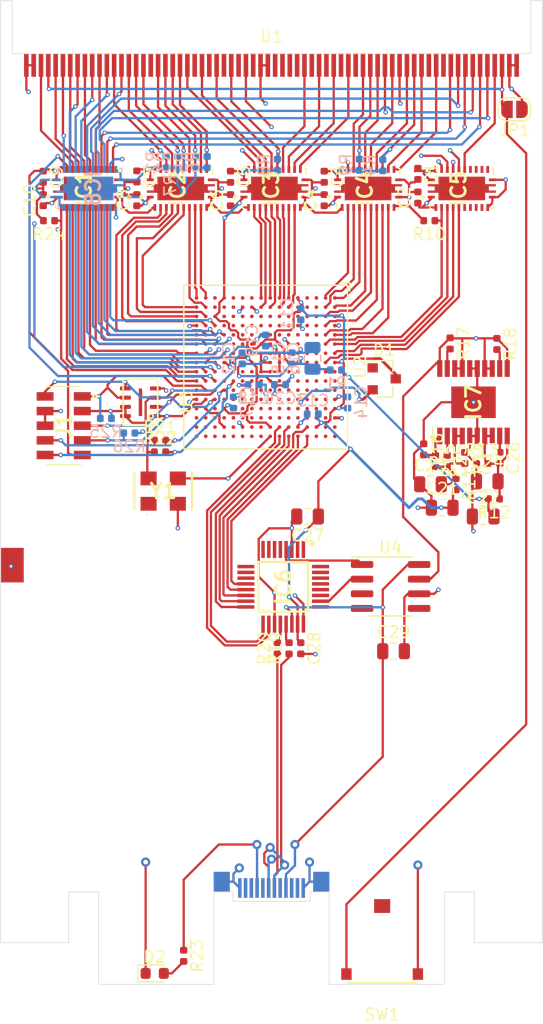
<source format=kicad_pcb>
(kicad_pcb (version 20171130) (host pcbnew 5.1.6-c6e7f7d~86~ubuntu18.04.1)
  (layers (0 F.Cu signal) (1 In1.Cu signal hide) (2 In2.Cu signal) (31 B.Cu signal) (34 B.Paste user hide) (35 F.Paste user hide) (36 B.SilkS user hide) (37 F.SilkS user) (38 B.Mask user hide) (39 F.Mask user hide) (44 Edge.Cuts user))
  (net 0 "")
  (net 1 "Net-(IC1-PadEP7)")
  (net 2 "Net-(IC1-PadEP6)")
  (net 3 "Net-(IC1-PadEP5)")
  (net 4 "Net-(IC1-PadEP4)")
  (net 5 "Net-(IC1-PadEP3)")
  (net 6 "Net-(IC1-PadEP2)")
  (net 7 "Net-(IC1-PadEP1)")
  (net 8 "Net-(IC2-PadEP7)")
  (net 9 "Net-(IC2-PadEP6)")
  (net 10 "Net-(IC2-PadEP5)")
  (net 11 "Net-(IC2-PadEP4)")
  (net 12 "Net-(IC2-PadEP3)")
  (net 13 "Net-(IC2-PadEP2)")
  (net 14 "Net-(IC2-PadEP1)")
  (net 15 "Net-(IC3-PadEP7)")
  (net 16 "Net-(IC3-PadEP6)")
  (net 17 "Net-(IC3-PadEP5)")
  (net 18 "Net-(IC3-PadEP4)")
  (net 19 "Net-(IC3-PadEP3)")
  (net 20 "Net-(IC3-PadEP2)")
  (net 21 "Net-(IC3-PadEP1)")
  (net 22 "Net-(IC4-PadEP7)")
  (net 23 "Net-(IC4-PadEP6)")
  (net 24 "Net-(IC4-PadEP5)")
  (net 25 "Net-(IC4-PadEP4)")
  (net 26 "Net-(IC4-PadEP3)")
  (net 27 "Net-(IC4-PadEP2)")
  (net 28 "Net-(IC4-PadEP1)")
  (net 29 "Net-(IC5-PadEP7)")
  (net 30 "Net-(IC5-PadEP6)")
  (net 31 "Net-(IC5-PadEP5)")
  (net 32 "Net-(IC5-PadEP4)")
  (net 33 "Net-(IC5-PadEP3)")
  (net 34 "Net-(IC5-PadEP2)")
  (net 35 "Net-(IC5-PadEP1)")
  (net 36 "Net-(IC5-Pad17)")
  (net 37 "Net-(IC5-Pad16)")
  (net 38 "Net-(IC5-Pad15)")
  (net 39 "Net-(IC5-Pad14)")
  (net 40 "Net-(IC5-Pad10)")
  (net 41 "Net-(IC5-Pad9)")
  (net 42 "Net-(IC5-Pad8)")
  (net 43 "Net-(IC5-Pad7)")
  (net 44 "Net-(U1-Pad63)")
  (net 45 "Net-(U1-Pad62)")
  (net 46 "Net-(U1-Pad57)")
  (net 47 "Net-(U1-Pad56)")
  (net 48 "Net-(U1-Pad55)")
  (net 49 "Net-(U1-Pad54)")
  (net 50 "Net-(U1-Pad53)")
  (net 51 "Net-(U1-Pad52)")
  (net 52 "Net-(U1-Pad50)")
  (net 53 "Net-(U1-Pad49)")
  (net 54 "Net-(U1-Pad48)")
  (net 55 "Net-(U1-Pad47)")
  (net 56 "Net-(U1-Pad46)")
  (net 57 "Net-(U1-Pad43)")
  (net 58 "Net-(U1-Pad19)")
  (net 59 "Net-(U1-Pad18)")
  (net 60 /P_D3)
  (net 61 GND)
  (net 62 /P_D4)
  (net 63 /P_D5)
  (net 64 /P_D6)
  (net 65 /P_D7)
  (net 66 /P_REG)
  (net 67 /P_IOWR)
  (net 68 /P_IORD)
  (net 69 /P_CE2)
  (net 70 /P_WE)
  (net 71 /P_OE)
  (net 72 /P_CE1)
  (net 73 /P_RESET)
  (net 74 /P_A10)
  (net 75 /P_A11)
  (net 76 /P_A9)
  (net 77 /P_A8)
  (net 78 /P_A13)
  (net 79 /P_A14)
  (net 80 /P_A15)
  (net 81 /P_A12)
  (net 82 /P_A7)
  (net 83 /P_A0)
  (net 84 /P_A1)
  (net 85 /P_A2)
  (net 86 /P_A3)
  (net 87 /P_A4)
  (net 88 /P_A5)
  (net 89 /P_A6)
  (net 90 +5V)
  (net 91 /P_D0)
  (net 92 /P_D1)
  (net 93 /P_D2)
  (net 94 +3V3)
  (net 95 /P_READY)
  (net 96 /P_WAIT)
  (net 97 /P_INPACK)
  (net 98 /P_WP)
  (net 99 "Net-(U2-PadT16)")
  (net 100 "Net-(U2-PadR16)")
  (net 101 "Net-(U2-PadP16)")
  (net 102 "Net-(U2-PadN16)")
  (net 103 "Net-(U2-PadM16)")
  (net 104 "Net-(U2-PadL16)")
  (net 105 "Net-(U2-PadK16)")
  (net 106 "Net-(U2-PadJ16)")
  (net 107 "Net-(U2-PadC16)")
  (net 108 "Net-(U2-PadB16)")
  (net 109 "Net-(U2-PadA16)")
  (net 110 "Net-(U2-PadT15)")
  (net 111 "Net-(U2-PadR15)")
  (net 112 "Net-(U2-PadP15)")
  (net 113 "Net-(U2-PadM15)")
  (net 114 "Net-(U2-PadK15)")
  (net 115 "Net-(U2-PadJ15)")
  (net 116 "Net-(U2-PadB15)")
  (net 117 "Net-(U2-PadA15)")
  (net 118 "Net-(U2-PadT14)")
  (net 119 "Net-(U2-PadR14)")
  (net 120 "Net-(U2-PadP14)")
  (net 121 "Net-(U2-PadN14)")
  (net 122 "Net-(U2-PadM14)")
  (net 123 "Net-(U2-PadL14)")
  (net 124 "Net-(U2-PadK14)")
  (net 125 "Net-(U2-PadJ14)")
  (net 126 "Net-(U2-PadH14)")
  (net 127 "Net-(U2-PadG14)")
  (net 128 "Net-(U2-PadF14)")
  (net 129 "Net-(U2-PadE14)")
  (net 130 "Net-(U2-PadD14)")
  (net 131 "Net-(U2-PadC14)")
  (net 132 "Net-(U2-PadB14)")
  (net 133 "Net-(U2-PadT13)")
  (net 134 "Net-(U2-PadP13)")
  (net 135 "Net-(U2-PadM13)")
  (net 136 "Net-(U2-PadL13)")
  (net 137 "Net-(U2-PadK13)")
  (net 138 "Net-(U2-PadJ13)")
  (net 139 "Net-(U2-PadH13)")
  (net 140 "Net-(U2-PadG13)")
  (net 141 "Net-(U2-PadF13)")
  (net 142 "Net-(U2-PadE13)")
  (net 143 "Net-(U2-PadD13)")
  (net 144 "Net-(U2-PadC13)")
  (net 145 "Net-(U2-PadB13)")
  (net 146 "Net-(U2-PadN12)")
  (net 147 "Net-(U2-PadM12)")
  (net 148 "Net-(U2-PadL12)")
  (net 149 "Net-(U2-PadK12)")
  (net 150 "Net-(U2-PadJ12)")
  (net 151 "Net-(U2-PadH12)")
  (net 152 "Net-(U2-PadG12)")
  (net 153 "Net-(U2-PadF12)")
  (net 154 "Net-(U2-PadD12)")
  (net 155 "Net-(U2-PadC12)")
  (net 156 "Net-(U2-PadB12)")
  (net 157 "Net-(U2-PadT11)")
  (net 158 "Net-(U2-PadM11)")
  (net 159 "Net-(U2-PadL11)")
  (net 160 "Net-(U2-PadK11)")
  (net 161 "Net-(U2-PadJ11)")
  (net 162 "Net-(U2-PadH11)")
  (net 163 "Net-(U2-PadG11)")
  (net 164 "Net-(U2-PadF11)")
  (net 165 "Net-(U2-PadE11)")
  (net 166 "Net-(U2-PadD11)")
  (net 167 "Net-(U2-PadC11)")
  (net 168 "Net-(U2-PadB11)")
  (net 169 "Net-(U2-PadA11)")
  (net 170 "Net-(U2-PadN10)")
  (net 171 "Net-(U2-PadL10)")
  (net 172 "Net-(U2-PadJ10)")
  (net 173 "Net-(U2-PadG10)")
  (net 174 "Net-(U2-PadE10)")
  (net 175 "Net-(U2-PadD10)")
  (net 176 "Net-(U2-PadC10)")
  (net 177 "Net-(U2-PadB10)")
  (net 178 "Net-(U2-PadA10)")
  (net 179 "Net-(U2-PadN9)")
  (net 180 "Net-(U2-PadM9)")
  (net 181 "Net-(U2-PadL9)")
  (net 182 "Net-(U2-PadK9)")
  (net 183 "Net-(U2-PadF9)")
  (net 184 "Net-(U2-PadE9)")
  (net 185 "Net-(U2-PadD9)")
  (net 186 "Net-(U2-PadC9)")
  (net 187 "Net-(U2-PadB9)")
  (net 188 "Net-(U2-PadA9)")
  (net 189 "Net-(U2-PadM8)")
  (net 190 "Net-(U2-PadD8)")
  (net 191 "Net-(U2-PadC8)")
  (net 192 "Net-(U2-PadM7)")
  (net 193 "Net-(U2-PadL7)")
  (net 194 "Net-(U2-PadF7)")
  (net 195 "Net-(U2-PadD7)")
  (net 196 "Net-(U2-PadC7)")
  (net 197 "Net-(U2-PadB7)")
  (net 198 "Net-(U2-PadM6)")
  (net 199 "Net-(U2-PadL6)")
  (net 200 "Net-(U2-PadH6)")
  (net 201 "Net-(U2-PadE6)")
  (net 202 "Net-(U2-PadD6)")
  (net 203 "Net-(U2-PadC6)")
  (net 204 "Net-(U2-PadM5)")
  (net 205 "Net-(U2-PadL5)")
  (net 206 "Net-(U2-PadK5)")
  (net 207 "Net-(U2-PadJ5)")
  (net 208 "Net-(U2-PadH5)")
  (net 209 "Net-(U2-PadG5)")
  (net 210 "Net-(U2-PadF5)")
  (net 211 "Net-(U2-PadE5)")
  (net 212 "Net-(U2-PadD5)")
  (net 213 "Net-(U2-PadC5)")
  (net 214 "Net-(U2-PadN4)")
  (net 215 "Net-(U2-PadM4)")
  (net 216 "Net-(U2-PadL4)")
  (net 217 "Net-(U2-PadK4)")
  (net 218 "Net-(U2-PadJ4)")
  (net 219 "Net-(U2-PadH4)")
  (net 220 "Net-(U2-PadG4)")
  (net 221 "Net-(U2-PadF4)")
  (net 222 "Net-(U2-PadE4)")
  (net 223 "Net-(U2-PadD4)")
  (net 224 "Net-(U2-PadC4)")
  (net 225 "Net-(U2-PadN3)")
  (net 226 "Net-(U2-PadM3)")
  (net 227 "Net-(U2-PadL3)")
  (net 228 "Net-(U2-PadK3)")
  (net 229 "Net-(U2-PadJ3)")
  (net 230 "Net-(U2-PadH3)")
  (net 231 "Net-(U2-PadG3)")
  (net 232 "Net-(U2-PadF3)")
  (net 233 "Net-(U2-PadE3)")
  (net 234 "Net-(U2-PadD3)")
  (net 235 "Net-(U2-PadC3)")
  (net 236 "Net-(U2-PadP2)")
  (net 237 "Net-(U2-PadN2)")
  (net 238 "Net-(U2-PadM2)")
  (net 239 "Net-(U2-PadE2)")
  (net 240 "Net-(U2-PadD2)")
  (net 241 "Net-(U2-PadC2)")
  (net 242 "Net-(U2-PadP1)")
  (net 243 "Net-(U2-PadM1)")
  (net 244 "Net-(U2-PadL1)")
  (net 245 "Net-(U2-PadK1)")
  (net 246 "Net-(U2-PadD1)")
  (net 247 "Net-(U2-PadC1)")
  (net 248 "Net-(C15-Pad2)")
  (net 249 "Net-(C15-Pad1)")
  (net 250 "Net-(D1-Pad1)")
  (net 251 +1V2)
  (net 252 F_D2)
  (net 253 F_D1)
  (net 254 F_D0)
  (net 255 F_D6)
  (net 256 F_D5)
  (net 257 F_D4)
  (net 258 F_D3)
  (net 259 F_DDIR)
  (net 260 F_D7)
  (net 261 F_WP)
  (net 262 F_INPACK)
  (net 263 F_WAIT)
  (net 264 F_READY)
  (net 265 F_IOWR)
  (net 266 F_A9)
  (net 267 F_IORD)
  (net 268 F_A11)
  (net 269 F_OE)
  (net 270 F_CE2)
  (net 271 F_A10)
  (net 272 F_CE1)
  (net 273 F_A6)
  (net 274 F_A7)
  (net 275 F_A12)
  (net 276 F_A15)
  (net 277 F_WE)
  (net 278 F_A14)
  (net 279 F_A13)
  (net 280 F_A8)
  (net 281 F_A0)
  (net 282 F_A1)
  (net 283 F_REG)
  (net 284 F_A2)
  (net 285 F_A3)
  (net 286 F_A4)
  (net 287 F_RESET)
  (net 288 F_A5)
  (net 289 "Net-(IC6-Pad32)")
  (net 290 "Net-(IC6-Pad31)")
  (net 291 "Net-(IC6-Pad30)")
  (net 292 "Net-(IC6-Pad29)")
  (net 293 "Net-(IC6-Pad28)")
  (net 294 "Net-(IC6-Pad27)")
  (net 295 "Net-(IC6-Pad26)")
  (net 296 "Net-(IC6-Pad25)")
  (net 297 "Net-(IC6-Pad21)")
  (net 298 "Net-(IC6-Pad20)")
  (net 299 "Net-(IC6-Pad11)")
  (net 300 "Net-(IC6-Pad10)")
  (net 301 "Net-(IC6-Pad9)")
  (net 302 "Net-(IC6-Pad8)")
  (net 303 "Net-(IC6-Pad7)")
  (net 304 "Net-(IC6-Pad6)")
  (net 305 "Net-(IC6-Pad5)")
  (net 306 "Net-(IC6-Pad4)")
  (net 307 "Net-(IC6-Pad1)")
  (net 308 12MHz)
  (net 309 "Net-(Y1-Pad1)")
  (net 310 "Net-(C23-Pad2)")
  (net 311 "Net-(C24-Pad2)")
  (net 312 "Net-(C25-Pad1)")
  (net 313 "Net-(C26-Pad1)")
  (net 314 "Net-(IC7-Pad19)")
  (net 315 "Net-(IC7-Pad12)")
  (net 316 "Net-(IC7-Pad1)")
  (net 317 "Net-(C29-Pad1)")
  (net 318 U_INT)
  (net 319 U_GPX)
  (net 320 U_MOSI)
  (net 321 U_MISO)
  (net 322 U_SS)
  (net 323 U_SCLK)
  (net 324 U_RES)
  (net 325 "Net-(R19-Pad1)")
  (net 326 "Net-(R20-Pad1)")
  (net 327 "Net-(U4-Pad5)")
  (net 328 "Net-(U4-Pad4)")
  (net 329 "Net-(U4-Pad3)")
  (net 330 "Net-(JP1-Pad2)")
  (net 331 "Net-(J1-Pad7)")
  (net 332 "Net-(J1-Pad5)")
  (net 333 "Net-(J1-Pad2)")
  (net 334 "Net-(J1-Pad1)")
  (net 335 CRESET)
  (net 336 CDONE)
  (net 337 "Net-(D2-Pad2)")
  (net 338 "Net-(U1-PadB11)")
  (net 339 "Net-(U1-PadB10)")
  (net 340 "Net-(U1-PadB8)")
  (net 341 "Net-(U1-PadB5)")
  (net 342 "Net-(U1-PadB3)")
  (net 343 "Net-(U1-PadB2)")
  (net 344 "Net-(U1-PadA2)")
  (net 345 "Net-(U1-PadA3)")
  (net 346 "Net-(U1-PadA5)")
  (net 347 "Net-(U1-PadA11)")
  (net 348 "Net-(U1-PadA10)")
  (net 349 "Net-(U1-PadA8)")
  (net 350 "Net-(D1-Pad2)")
  (net 351 "Net-(IC8-PadEP7)")
  (net 352 "Net-(IC8-PadEP6)")
  (net 353 "Net-(IC8-PadEP5)")
  (net 354 "Net-(IC8-PadEP4)")
  (net 355 "Net-(IC8-PadEP3)")
  (net 356 "Net-(IC8-PadEP2)")
  (net 357 "Net-(IC8-PadEP1)")
  (net 358 F_CE1O)
  (net 359 /P_D11)
  (net 360 /P_D12)
  (net 361 /P_D13)
  (net 362 /P_D14)
  (net 363 /P_D15)
  (net 364 /P_D8)
  (net 365 /P_D9)
  (net 366 /P_D10)
  (net 367 F_CE2O)
  (net 368 F_D11)
  (net 369 F_D12)
  (net 370 F_D13)
  (net 371 F_D14)
  (net 372 F_D15)
  (net 373 F_D8)
  (net 374 F_D9)
  (net 375 F_D10)
  (module Jumper:SolderJumper-2_P1.3mm_Open_RoundedPad1.0x1.5mm (layer F.Cu) (at 86.868 102.108 180)
    (fp_text reference JP1 (at 0 -1.8) (layer F.SilkS))
    (fp_text value SolderJumper_2_Bridged)
    (pad 2 smd custom (at 0.65 0 180) (size 1 0.5) (layers F.Cu F.Mask) (net 330 "Net-(JP1-Pad2)") (options (clearance outline) (anchor rect)) (primitives (gr_circle (center 0 0.25) (end 0.5 0.25) (width 0)) (gr_circle (center 0 -0.25) (end 0.5 -0.25) (width 0)) (gr_poly (pts (xy 0 -0.75) (xy -0.5 -0.75) (xy -0.5 0.75) (xy 0 0.75)) (width 0))))
    (pad 1 smd custom (at -0.65 0 180) (size 1 0.5) (layers F.Cu F.Mask) (net 61 GND) (options (clearance outline) (anchor rect)) (primitives (gr_circle (center 0 0.25) (end 0.5 0.25) (width 0)) (gr_circle (center 0 -0.25) (end 0.5 -0.25) (width 0)) (gr_poly (pts (xy 0 -0.75) (xy 0.5 -0.75) (xy 0.5 0.75) (xy 0 0.75)) (width 0))))
  )
  (module 74LVC8T245RHLRG4:74LVC8T245RHLRG4 (layer B.Cu) (at 50.038 108.966 90)
    (fp_text reference IC8 (at 0 0.275 90) (layer B.SilkS) (effects (font (size 1.27 1.27) (thickness 0.254)) (justify mirror)))
    (fp_text value 74LVC8T245RHLRG4 hide)
    (pad EP7 smd rect (at 0 -2.188) (size 0.325 0.75) (layers B.Cu B.Paste B.Mask) (net 351 "Net-(IC8-PadEP7)"))
    (pad EP6 smd rect (at 0 2.188) (size 0.325 0.75) (layers B.Cu B.Paste B.Mask) (net 352 "Net-(IC8-PadEP6)"))
    (pad EP5 smd rect (at 0.275 -2.65 90) (size 0.2 0.6) (layers B.Cu B.Paste B.Mask) (net 353 "Net-(IC8-PadEP5)"))
    (pad EP4 smd rect (at -0.275 -2.65 90) (size 0.2 0.6) (layers B.Cu B.Paste B.Mask) (net 354 "Net-(IC8-PadEP4)"))
    (pad EP3 smd rect (at 0.275 2.65 90) (size 0.2 0.6) (layers B.Cu B.Paste B.Mask) (net 355 "Net-(IC8-PadEP3)"))
    (pad EP2 smd rect (at -0.275 2.65 90) (size 0.2 0.6) (layers B.Cu B.Paste B.Mask) (net 356 "Net-(IC8-PadEP2)"))
    (pad EP1 smd rect (at 0 0 90) (size 2.05 4.05) (layers B.Cu B.Paste B.Mask) (net 357 "Net-(IC8-PadEP1)"))
    (pad 24 smd rect (at 0.75 2.65 90) (size 0.24 0.6) (layers B.Cu B.Paste B.Mask) (net 90 +5V))
    (pad 23 smd rect (at 1.65 2.25) (size 0.24 0.6) (layers B.Cu B.Paste B.Mask) (net 90 +5V))
    (pad 22 smd rect (at 1.65 1.75) (size 0.24 0.6) (layers B.Cu B.Paste B.Mask) (net 367 F_CE2O))
    (pad 21 smd rect (at 1.65 1.25) (size 0.24 0.6) (layers B.Cu B.Paste B.Mask) (net 366 /P_D10))
    (pad 20 smd rect (at 1.65 0.75) (size 0.24 0.6) (layers B.Cu B.Paste B.Mask) (net 365 /P_D9))
    (pad 19 smd rect (at 1.65 0.25) (size 0.24 0.6) (layers B.Cu B.Paste B.Mask) (net 364 /P_D8))
    (pad 18 smd rect (at 1.65 -0.25) (size 0.24 0.6) (layers B.Cu B.Paste B.Mask) (net 363 /P_D15))
    (pad 17 smd rect (at 1.65 -0.75) (size 0.24 0.6) (layers B.Cu B.Paste B.Mask) (net 362 /P_D14))
    (pad 16 smd rect (at 1.65 -1.25) (size 0.24 0.6) (layers B.Cu B.Paste B.Mask) (net 361 /P_D13))
    (pad 15 smd rect (at 1.65 -1.75) (size 0.24 0.6) (layers B.Cu B.Paste B.Mask) (net 360 /P_D12))
    (pad 14 smd rect (at 1.65 -2.25) (size 0.24 0.6) (layers B.Cu B.Paste B.Mask) (net 359 /P_D11))
    (pad 13 smd rect (at 0.75 -2.65 90) (size 0.24 0.6) (layers B.Cu B.Paste B.Mask) (net 61 GND))
    (pad 12 smd rect (at -0.75 -2.65 90) (size 0.24 0.6) (layers B.Cu B.Paste B.Mask) (net 61 GND))
    (pad 11 smd rect (at -1.65 -2.25) (size 0.24 0.6) (layers B.Cu B.Paste B.Mask) (net 61 GND))
    (pad 10 smd rect (at -1.65 -1.75) (size 0.24 0.6) (layers B.Cu B.Paste B.Mask) (net 368 F_D11))
    (pad 9 smd rect (at -1.65 -1.25) (size 0.24 0.6) (layers B.Cu B.Paste B.Mask) (net 369 F_D12))
    (pad 8 smd rect (at -1.65 -0.75) (size 0.24 0.6) (layers B.Cu B.Paste B.Mask) (net 370 F_D13))
    (pad 7 smd rect (at -1.65 -0.25) (size 0.24 0.6) (layers B.Cu B.Paste B.Mask) (net 371 F_D14))
    (pad 6 smd rect (at -1.65 0.25) (size 0.24 0.6) (layers B.Cu B.Paste B.Mask) (net 372 F_D15))
    (pad 5 smd rect (at -1.65 0.75) (size 0.24 0.6) (layers B.Cu B.Paste B.Mask) (net 373 F_D8))
    (pad 4 smd rect (at -1.65 1.25) (size 0.24 0.6) (layers B.Cu B.Paste B.Mask) (net 374 F_D9))
    (pad 3 smd rect (at -1.65 1.75) (size 0.24 0.6) (layers B.Cu B.Paste B.Mask) (net 375 F_D10))
    (pad 2 smd rect (at -1.65 2.25) (size 0.24 0.6) (layers B.Cu B.Paste B.Mask) (net 259 F_DDIR))
    (pad 1 smd rect (at -0.75 2.65 90) (size 0.24 0.6) (layers B.Cu B.Paste B.Mask) (net 94 +3V3))
  )
  (module Resistor_SMD:R_0402_1005Metric (layer B.Cu) (at 53.444 130.175)
    (fp_text reference R26 (at 0 1.17) (layer B.SilkS) (effects (justify mirror)))
    (fp_text value 10k)
    (pad 2 smd roundrect (at 0.485 0) (size 0.59 0.64) (layers B.Cu B.Paste B.Mask) (net 94 +3V3))
    (pad 1 smd roundrect (at -0.485 0) (size 0.59 0.64) (layers B.Cu B.Paste B.Mask) (net 331 "Net-(J1-Pad7)"))
  )
  (module Resistor_SMD:R_0402_1005Metric (layer B.Cu) (at 51.412 128.905)
    (fp_text reference R25 (at 0 1.17) (layer B.SilkS) (effects (justify mirror)))
    (fp_text value 10k)
    (pad 2 smd roundrect (at 0.485 0) (size 0.59 0.64) (layers B.Cu B.Paste B.Mask) (net 94 +3V3))
    (pad 1 smd roundrect (at -0.485 0) (size 0.59 0.64) (layers B.Cu B.Paste B.Mask) (net 334 "Net-(J1-Pad1)"))
  )
  (module Package_TO_SOT_SMD:SOT-23 (layer F.Cu) (at 75.565 125.476)
    (fp_text reference D1 (at 0 -2.5) (layer F.SilkS))
    (fp_text value BAT54S)
    (pad 3 smd rect (at 1 0) (size 0.9 0.8) (layers F.Cu F.Paste F.Mask) (net 94 +3V3))
    (pad 2 smd rect (at -1 0.95) (size 0.9 0.8) (layers F.Cu F.Paste F.Mask) (net 350 "Net-(D1-Pad2)"))
    (pad 1 smd rect (at -1 -0.95) (size 0.9 0.8) (layers F.Cu F.Paste F.Mask) (net 250 "Net-(D1-Pad1)"))
  )
  (module Resistor_SMD:R_0402_1005Metric (layer F.Cu) (at 46.482 111.76 180)
    (fp_text reference R24 (at 0 -1.17) (layer F.SilkS))
    (fp_text value 10k)
    (pad 2 smd roundrect (at 0.485 0 180) (size 0.59 0.64) (layers F.Cu F.Paste F.Mask) (net 61 GND))
    (pad 1 smd roundrect (at -0.485 0 180) (size 0.59 0.64) (layers F.Cu F.Paste F.Mask) (net 259 F_DDIR))
  )
  (module own:PCMCIA_CARD (layer F.Cu) (at 65.786 97.282)
    (fp_text reference U1 (at 0 -1.5) (layer F.SilkS))
    (fp_text value PCMCIA_BOARD)
    (pad SH3 smd rect (at 4.32 71.8 180) (size 1.4 1.7) (layers B.Cu B.Paste B.Mask) (net 61 GND))
    (pad SH smd rect (at -4.32 71.8 180) (size 1.4 1.7) (layers B.Cu B.Paste B.Mask) (net 61 GND))
    (pad SH2 smd rect (at -4.32 71.8 180) (size 1.4 1.7) (layers F.Cu F.Paste F.Mask) (net 61 GND))
    (pad SH4 smd rect (at 4.32 71.8 180) (size 1.4 1.7) (layers F.Cu F.Paste F.Mask) (net 61 GND))
    (pad B12 smd rect (at -2.75 72.35 180) (size 0.3 1.7) (layers B.Cu B.Paste B.Mask) (net 61 GND))
    (pad B11 smd rect (at -2.25 72.35 180) (size 0.3 1.7) (layers B.Cu B.Paste B.Mask) (net 338 "Net-(U1-PadB11)"))
    (pad B10 smd rect (at -1.75 72.35 180) (size 0.3 1.7) (layers B.Cu B.Paste B.Mask) (net 339 "Net-(U1-PadB10)"))
    (pad B9 smd rect (at -1.25 72.35 180) (size 0.3 1.7) (layers B.Cu B.Paste B.Mask) (net 317 "Net-(C29-Pad1)"))
    (pad B8 smd rect (at -0.75 72.35 180) (size 0.3 1.7) (layers B.Cu B.Paste B.Mask) (net 340 "Net-(U1-PadB8)"))
    (pad B7 smd rect (at -0.25 72.35 180) (size 0.3 1.7) (layers B.Cu B.Paste B.Mask) (net 326 "Net-(R20-Pad1)"))
    (pad B6 smd rect (at 0.25 72.35 180) (size 0.3 1.7) (layers B.Cu B.Paste B.Mask) (net 325 "Net-(R19-Pad1)"))
    (pad B5 smd rect (at 0.75 72.35 180) (size 0.3 1.7) (layers B.Cu B.Paste B.Mask) (net 341 "Net-(U1-PadB5)"))
    (pad B4 smd rect (at 1.25 72.35 180) (size 0.3 1.7) (layers B.Cu B.Paste B.Mask) (net 317 "Net-(C29-Pad1)"))
    (pad B3 smd rect (at 1.75 72.35 180) (size 0.3 1.7) (layers B.Cu B.Paste B.Mask) (net 342 "Net-(U1-PadB3)"))
    (pad B2 smd rect (at 2.25 72.35 180) (size 0.3 1.7) (layers B.Cu B.Paste B.Mask) (net 343 "Net-(U1-PadB2)"))
    (pad B1 smd rect (at 2.75 72.35 180) (size 0.3 1.7) (layers B.Cu B.Paste B.Mask) (net 61 GND))
    (pad A1 smd rect (at -2.75 72.35 180) (size 0.3 1.7) (layers F.Cu F.Paste F.Mask) (net 61 GND))
    (pad A2 smd rect (at -2.25 72.35 180) (size 0.3 1.7) (layers F.Cu F.Paste F.Mask) (net 344 "Net-(U1-PadA2)"))
    (pad A3 smd rect (at -1.75 72.35 180) (size 0.3 1.7) (layers F.Cu F.Paste F.Mask) (net 345 "Net-(U1-PadA3)"))
    (pad A4 smd rect (at -1.25 72.35 180) (size 0.3 1.7) (layers F.Cu F.Paste F.Mask) (net 317 "Net-(C29-Pad1)"))
    (pad A5 smd rect (at -0.75 72.35 180) (size 0.3 1.7) (layers F.Cu F.Paste F.Mask) (net 346 "Net-(U1-PadA5)"))
    (pad A6 smd rect (at -0.25 72.35 180) (size 0.3 1.7) (layers F.Cu F.Paste F.Mask) (net 325 "Net-(R19-Pad1)"))
    (pad A12 smd rect (at 2.75 72.35 180) (size 0.3 1.7) (layers F.Cu F.Paste F.Mask) (net 61 GND))
    (pad A11 smd rect (at 2.25 72.35 180) (size 0.3 1.7) (layers F.Cu F.Paste F.Mask) (net 347 "Net-(U1-PadA11)"))
    (pad A10 smd rect (at 1.75 72.35 180) (size 0.3 1.7) (layers F.Cu F.Paste F.Mask) (net 348 "Net-(U1-PadA10)"))
    (pad A9 smd rect (at 1.25 72.35 180) (size 0.3 1.7) (layers F.Cu F.Paste F.Mask) (net 317 "Net-(C29-Pad1)"))
    (pad A8 smd rect (at 0.75 72.35 180) (size 0.3 1.7) (layers F.Cu F.Paste F.Mask) (net 349 "Net-(U1-PadA8)"))
    (pad A7 smd rect (at 0.25 72.35 180) (size 0.3 1.7) (layers F.Cu F.Paste F.Mask) (net 326 "Net-(R20-Pad1)"))
    (pad 1 connect rect (at -21.2725 1) (size 0.4 2) (layers F.Cu F.Mask) (net 61 GND))
    (pad 2 connect rect (at -20.0025 1) (size 0.4 2) (layers F.Cu F.Mask) (net 60 /P_D3))
    (pad 3 connect rect (at -18.7325 1) (size 0.4 2) (layers F.Cu F.Mask) (net 62 /P_D4))
    (pad 4 connect rect (at -17.4625 1) (size 0.4 2) (layers F.Cu F.Mask) (net 63 /P_D5))
    (pad 5 connect rect (at -16.1925 1) (size 0.4 2) (layers F.Cu F.Mask) (net 64 /P_D6))
    (pad 6 connect rect (at -14.9225 1) (size 0.4 2) (layers F.Cu F.Mask) (net 65 /P_D7))
    (pad 7 connect rect (at -13.6525 1) (size 0.4 2) (layers F.Cu F.Mask) (net 72 /P_CE1))
    (pad 8 connect rect (at -12.3825 1) (size 0.4 2) (layers F.Cu F.Mask) (net 74 /P_A10))
    (pad 9 connect rect (at -11.1125 1) (size 0.4 2) (layers F.Cu F.Mask) (net 71 /P_OE))
    (pad 10 connect rect (at -9.8425 1) (size 0.4 2) (layers F.Cu F.Mask) (net 75 /P_A11))
    (pad 11 connect rect (at -8.5725 1) (size 0.4 2) (layers F.Cu F.Mask) (net 76 /P_A9))
    (pad 12 connect rect (at -7.3025 1) (size 0.4 2) (layers F.Cu F.Mask) (net 77 /P_A8))
    (pad 13 connect rect (at -6.0325 1) (size 0.4 2) (layers F.Cu F.Mask) (net 78 /P_A13))
    (pad 14 connect rect (at -4.7625 1) (size 0.4 2) (layers F.Cu F.Mask) (net 79 /P_A14))
    (pad 15 connect rect (at -3.4925 1) (size 0.4 2) (layers F.Cu F.Mask) (net 70 /P_WE))
    (pad 16 connect rect (at -2.2225 1) (size 0.4 2) (layers F.Cu F.Mask) (net 95 /P_READY))
    (pad 17 connect rect (at -0.9525 1) (size 0.4 2) (layers F.Cu F.Mask) (net 90 +5V))
    (pad 18 connect rect (at 0.3175 1) (size 0.4 2) (layers F.Cu F.Mask) (net 59 "Net-(U1-Pad18)"))
    (pad 19 connect rect (at 1.5875 1) (size 0.4 2) (layers F.Cu F.Mask) (net 58 "Net-(U1-Pad19)"))
    (pad 20 connect rect (at 2.8575 1) (size 0.4 2) (layers F.Cu F.Mask) (net 80 /P_A15))
    (pad 21 connect rect (at 4.1275 1) (size 0.4 2) (layers F.Cu F.Mask) (net 81 /P_A12))
    (pad 22 connect rect (at 5.3975 1) (size 0.4 2) (layers F.Cu F.Mask) (net 82 /P_A7))
    (pad 23 connect rect (at 6.6675 1) (size 0.4 2) (layers F.Cu F.Mask) (net 89 /P_A6))
    (pad 24 connect rect (at 7.9375 1) (size 0.4 2) (layers F.Cu F.Mask) (net 88 /P_A5))
    (pad 25 connect rect (at 9.2075 1) (size 0.4 2) (layers F.Cu F.Mask) (net 87 /P_A4))
    (pad 26 connect rect (at 10.4775 1) (size 0.4 2) (layers F.Cu F.Mask) (net 86 /P_A3))
    (pad 27 connect rect (at 11.7475 1) (size 0.4 2) (layers F.Cu F.Mask) (net 85 /P_A2))
    (pad 28 connect rect (at 13.0175 1) (size 0.4 2) (layers F.Cu F.Mask) (net 84 /P_A1))
    (pad 29 connect rect (at 14.2875 1) (size 0.4 2) (layers F.Cu F.Mask) (net 83 /P_A0))
    (pad 30 connect rect (at 15.5575 1) (size 0.4 2) (layers F.Cu F.Mask) (net 91 /P_D0))
    (pad 31 connect rect (at 16.8275 1) (size 0.4 2) (layers F.Cu F.Mask) (net 92 /P_D1))
    (pad 32 connect rect (at 18.0975 1) (size 0.4 2) (layers F.Cu F.Mask) (net 93 /P_D2))
    (pad 33 connect rect (at 19.3675 1) (size 0.4 2) (layers F.Cu F.Mask) (net 98 /P_WP))
    (pad 34 connect rect (at 20.6375 1) (size 0.4 2) (layers F.Cu F.Mask) (net 61 GND))
    (pad 35 connect rect (at -20.6375 1) (size 0.4 2) (layers F.Cu F.Mask) (net 61 GND))
    (pad 36 connect rect (at -19.3675 1) (size 0.4 2) (layers F.Cu F.Mask) (net 330 "Net-(JP1-Pad2)"))
    (pad 37 connect rect (at -18.0975 1) (size 0.4 2) (layers F.Cu F.Mask) (net 359 /P_D11))
    (pad 38 connect rect (at -16.8275 1) (size 0.4 2) (layers F.Cu F.Mask) (net 360 /P_D12))
    (pad 39 connect rect (at -15.5575 1) (size 0.4 2) (layers F.Cu F.Mask) (net 361 /P_D13))
    (pad 40 connect rect (at -14.2875 1) (size 0.4 2) (layers F.Cu F.Mask) (net 362 /P_D14))
    (pad 41 connect rect (at -13.0175 1) (size 0.4 2) (layers F.Cu F.Mask) (net 363 /P_D15))
    (pad 42 connect rect (at -11.7475 1) (size 0.4 2) (layers F.Cu F.Mask) (net 69 /P_CE2))
    (pad 43 connect rect (at -10.4775 1) (size 0.4 2) (layers F.Cu F.Mask) (net 57 "Net-(U1-Pad43)"))
    (pad 44 connect rect (at -9.2075 1) (size 0.4 2) (layers F.Cu F.Mask) (net 68 /P_IORD))
    (pad 45 connect rect (at -7.9375 1) (size 0.4 2) (layers F.Cu F.Mask) (net 67 /P_IOWR))
    (pad 46 connect rect (at -6.6675 1) (size 0.4 2) (layers F.Cu F.Mask) (net 56 "Net-(U1-Pad46)"))
    (pad 47 connect rect (at -5.3975 1) (size 0.4 2) (layers F.Cu F.Mask) (net 55 "Net-(U1-Pad47)"))
    (pad 48 connect rect (at -4.1275 1) (size 0.4 2) (layers F.Cu F.Mask) (net 54 "Net-(U1-Pad48)"))
    (pad 49 connect rect (at -2.8575 1) (size 0.4 2) (layers F.Cu F.Mask) (net 53 "Net-(U1-Pad49)"))
    (pad 50 connect rect (at -1.5875 1) (size 0.4 2) (layers F.Cu F.Mask) (net 52 "Net-(U1-Pad50)"))
    (pad 51 connect rect (at -0.3175 1) (size 0.4 2) (layers F.Cu F.Mask) (net 90 +5V))
    (pad 52 connect rect (at 0.9525 1) (size 0.4 2) (layers F.Cu F.Mask) (net 51 "Net-(U1-Pad52)"))
    (pad 53 connect rect (at 2.2225 1) (size 0.4 2) (layers F.Cu F.Mask) (net 50 "Net-(U1-Pad53)"))
    (pad 54 connect rect (at 3.4925 1) (size 0.4 2) (layers F.Cu F.Mask) (net 49 "Net-(U1-Pad54)"))
    (pad 55 connect rect (at 4.7625 1) (size 0.4 2) (layers F.Cu F.Mask) (net 48 "Net-(U1-Pad55)"))
    (pad 56 connect rect (at 6.0325 1) (size 0.4 2) (layers F.Cu F.Mask) (net 47 "Net-(U1-Pad56)"))
    (pad 57 connect rect (at 7.3025 1) (size 0.4 2) (layers F.Cu F.Mask) (net 46 "Net-(U1-Pad57)"))
    (pad 58 connect rect (at 8.5725 1) (size 0.4 2) (layers F.Cu F.Mask) (net 73 /P_RESET))
    (pad 59 connect rect (at 9.8425 1) (size 0.4 2) (layers F.Cu F.Mask) (net 96 /P_WAIT))
    (pad 60 connect rect (at 11.1125 1) (size 0.4 2) (layers F.Cu F.Mask) (net 97 /P_INPACK))
    (pad 61 connect rect (at 12.3825 1) (size 0.4 2) (layers F.Cu F.Mask) (net 66 /P_REG))
    (pad 62 connect rect (at 13.6525 1) (size 0.4 2) (layers F.Cu F.Mask) (net 45 "Net-(U1-Pad62)"))
    (pad 63 connect rect (at 14.9225 1) (size 0.4 2) (layers F.Cu F.Mask) (net 44 "Net-(U1-Pad63)"))
    (pad 64 connect rect (at 16.1925 1) (size 0.4 2) (layers F.Cu F.Mask) (net 364 /P_D8))
    (pad 65 connect rect (at 17.4625 1) (size 0.4 2) (layers F.Cu F.Mask) (net 365 /P_D9))
    (pad 66 connect rect (at 18.7325 1) (size 0.4 2) (layers F.Cu F.Mask) (net 366 /P_D10))
    (pad 67 connect rect (at 20.0025 1) (size 0.4 2) (layers F.Cu F.Mask) (net 330 "Net-(JP1-Pad2)"))
    (pad 68 connect rect (at 21.2725 1) (size 0.4 2) (layers F.Cu F.Mask) (net 61 GND))
    (pad GCLIP connect rect (at -22.5 44.35) (size 2 3) (layers F.Cu F.Mask) (net 61 GND))
  )
  (module LED_SMD:LED_0603_1608Metric (layer F.Cu) (at 55.6515 177.038)
    (fp_text reference D2 (at 0 -1.43) (layer F.SilkS))
    (fp_text value LED)
    (pad 2 smd roundrect (at 0.7875 0) (size 0.875 0.95) (layers F.Cu F.Paste F.Mask) (net 337 "Net-(D2-Pad2)"))
    (pad 1 smd roundrect (at -0.7875 0) (size 0.875 0.95) (layers F.Cu F.Paste F.Mask) (net 61 GND))
  )
  (module Resistor_SMD:R_0402_1005Metric (layer F.Cu) (at 58.166 175.514 270)
    (fp_text reference R23 (at 0 -1.17 90) (layer F.SilkS))
    (fp_text value 1k)
    (pad 2 smd roundrect (at 0.485 0 270) (size 0.59 0.64) (layers F.Cu F.Paste F.Mask) (net 337 "Net-(D2-Pad2)"))
    (pad 1 smd roundrect (at -0.485 0 270) (size 0.59 0.64) (layers F.Cu F.Paste F.Mask) (net 317 "Net-(C29-Pad1)"))
  )
  (module Resistor_SMD:R_0402_1005Metric (layer F.Cu) (at 56.111 131.826)
    (fp_text reference R22 (at 0 -1.17) (layer F.SilkS))
    (fp_text value 10k)
    (pad 2 smd roundrect (at 0.485 0) (size 0.59 0.64) (layers F.Cu F.Paste F.Mask) (net 336 CDONE))
    (pad 1 smd roundrect (at -0.485 0) (size 0.59 0.64) (layers F.Cu F.Paste F.Mask) (net 94 +3V3))
  )
  (module Resistor_SMD:R_0402_1005Metric (layer F.Cu) (at 56.111 130.81)
    (fp_text reference R21 (at 0 -1.17) (layer F.SilkS))
    (fp_text value 10k)
    (pad 2 smd roundrect (at 0.485 0) (size 0.59 0.64) (layers F.Cu F.Paste F.Mask) (net 335 CRESET))
    (pad 1 smd roundrect (at -0.485 0) (size 0.59 0.64) (layers F.Cu F.Paste F.Mask) (net 94 +3V3))
  )
  (module CLP-105-02-F-D:CLP-105-02-XXX-D (layer F.Cu) (at 47.752 129.54 90)
    (fp_text reference J1 (at 0 0 90) (layer F.SilkS) (effects (font (size 1.27 1.27) (thickness 0.254))))
    (fp_text value CLP-105-02-F-D hide)
    (pad 10 smd rect (at -2.54 -1.615 90) (size 0.74 1.47) (layers F.Cu F.Paste F.Mask) (net 336 CDONE))
    (pad 9 smd rect (at -2.54 1.615 90) (size 0.74 1.47) (layers F.Cu F.Paste F.Mask) (net 90 +5V))
    (pad 8 smd rect (at -1.27 -1.615 90) (size 0.74 1.47) (layers F.Cu F.Paste F.Mask) (net 335 CRESET))
    (pad 7 smd rect (at -1.27 1.615 90) (size 0.74 1.47) (layers F.Cu F.Paste F.Mask) (net 331 "Net-(J1-Pad7)"))
    (pad 6 smd rect (at 0 -1.615 90) (size 0.74 1.47) (layers F.Cu F.Paste F.Mask) (net 61 GND))
    (pad 5 smd rect (at 0 1.615 90) (size 0.74 1.47) (layers F.Cu F.Paste F.Mask) (net 332 "Net-(J1-Pad5)"))
    (pad 4 smd rect (at 1.27 -1.615 90) (size 0.74 1.47) (layers F.Cu F.Paste F.Mask) (net 61 GND))
    (pad 3 smd rect (at 1.27 1.615 90) (size 0.74 1.47) (layers F.Cu F.Paste F.Mask) (net 94 +3V3))
    (pad 2 smd rect (at 2.54 -1.615 90) (size 0.74 1.47) (layers F.Cu F.Paste F.Mask) (net 333 "Net-(J1-Pad2)"))
    (pad 1 smd rect (at 2.54 1.615 90) (size 0.74 1.47) (layers F.Cu F.Paste F.Mask) (net 334 "Net-(J1-Pad1)"))
  )
  (module Package_SO:SOIC-8_3.9x4.9mm_P1.27mm (layer F.Cu) (at 76.12 143.482)
    (fp_text reference U4 (at 0 -3.4) (layer F.SilkS))
    (fp_text value LM3526M-H)
    (pad 8 smd roundrect (at 2.475 -1.905) (size 1.95 0.6) (layers F.Cu F.Paste F.Mask) (net 317 "Net-(C29-Pad1)"))
    (pad 7 smd roundrect (at 2.475 -0.635) (size 1.95 0.6) (layers F.Cu F.Paste F.Mask) (net 90 +5V))
    (pad 6 smd roundrect (at 2.475 0.635) (size 1.95 0.6) (layers F.Cu F.Paste F.Mask) (net 61 GND))
    (pad 5 smd roundrect (at 2.475 1.905) (size 1.95 0.6) (layers F.Cu F.Paste F.Mask) (net 327 "Net-(U4-Pad5)"))
    (pad 4 smd roundrect (at -2.475 1.905) (size 1.95 0.6) (layers F.Cu F.Paste F.Mask) (net 328 "Net-(U4-Pad4)"))
    (pad 3 smd roundrect (at -2.475 0.635) (size 1.95 0.6) (layers F.Cu F.Paste F.Mask) (net 329 "Net-(U4-Pad3)"))
    (pad 2 smd roundrect (at -2.475 -0.635) (size 1.95 0.6) (layers F.Cu F.Paste F.Mask) (net 295 "Net-(IC6-Pad26)"))
    (pad 1 smd roundrect (at -2.475 -1.905) (size 1.95 0.6) (layers F.Cu F.Paste F.Mask) (net 306 "Net-(IC6-Pad4)"))
  )
  (module Resistor_SMD:R_0402_1005Metric (layer F.Cu) (at 66.294 148.844 90)
    (fp_text reference R20 (at 0 -1.17 90) (layer F.SilkS))
    (fp_text value 33)
    (pad 2 smd roundrect (at 0.485 0 90) (size 0.59 0.64) (layers F.Cu F.Paste F.Mask) (net 298 "Net-(IC6-Pad20)"))
    (pad 1 smd roundrect (at -0.485 0 90) (size 0.59 0.64) (layers F.Cu F.Paste F.Mask) (net 326 "Net-(R20-Pad1)"))
  )
  (module Resistor_SMD:R_0402_1005Metric (layer F.Cu) (at 67.31 148.844 90)
    (fp_text reference R19 (at 0 -1.17 90) (layer F.SilkS))
    (fp_text value 33)
    (pad 2 smd roundrect (at 0.485 0 90) (size 0.59 0.64) (layers F.Cu F.Paste F.Mask) (net 297 "Net-(IC6-Pad21)"))
    (pad 1 smd roundrect (at -0.485 0 90) (size 0.59 0.64) (layers F.Cu F.Paste F.Mask) (net 325 "Net-(R19-Pad1)"))
  )
  (module Capacitor_SMD:C_0805_2012Metric (layer F.Cu) (at 76.3755 149.098)
    (fp_text reference C29 (at 0 -1.65) (layer F.SilkS))
    (fp_text value 4.7uF)
    (pad 2 smd roundrect (at 0.9375 0) (size 0.975 1.4) (layers F.Cu F.Paste F.Mask) (net 61 GND))
    (pad 1 smd roundrect (at -0.9375 0) (size 0.975 1.4) (layers F.Cu F.Paste F.Mask) (net 317 "Net-(C29-Pad1)"))
  )
  (module Capacitor_SMD:C_0402_1005Metric (layer F.Cu) (at 68.326 148.844 270)
    (fp_text reference C28 (at 0 -1.17 90) (layer F.SilkS))
    (fp_text value 100nF)
    (pad 2 smd roundrect (at 0.485 0 270) (size 0.59 0.64) (layers F.Cu F.Paste F.Mask) (net 61 GND))
    (pad 1 smd roundrect (at -0.485 0 270) (size 0.59 0.64) (layers F.Cu F.Paste F.Mask) (net 94 +3V3))
  )
  (module Capacitor_SMD:C_0805_2012Metric (layer F.Cu) (at 68.9125 137.414 180)
    (fp_text reference C27 (at 0 -1.65) (layer F.SilkS))
    (fp_text value 1uF)
    (pad 2 smd roundrect (at 0.9375 0 180) (size 0.975 1.4) (layers F.Cu F.Paste F.Mask) (net 61 GND))
    (pad 1 smd roundrect (at -0.9375 0 180) (size 0.975 1.4) (layers F.Cu F.Paste F.Mask) (net 94 +3V3))
  )
  (module Resistor_SMD:R_0402_1005Metric (layer F.Cu) (at 85.344 122.451 270)
    (fp_text reference R18 (at 0 -1.17 90) (layer F.SilkS))
    (fp_text value 1M)
    (pad 2 smd roundrect (at 0.485 0 270) (size 0.59 0.64) (layers F.Cu F.Paste F.Mask) (net 315 "Net-(IC7-Pad12)"))
    (pad 1 smd roundrect (at -0.485 0 270) (size 0.59 0.64) (layers F.Cu F.Paste F.Mask) (net 90 +5V))
  )
  (module Resistor_SMD:R_0402_1005Metric (layer F.Cu) (at 81.28 122.405 270)
    (fp_text reference R17 (at 0 -1.17 90) (layer F.SilkS))
    (fp_text value 1M)
    (pad 2 smd roundrect (at 0.485 0 270) (size 0.59 0.64) (layers F.Cu F.Paste F.Mask) (net 314 "Net-(IC7-Pad19)"))
    (pad 1 smd roundrect (at -0.485 0 270) (size 0.59 0.64) (layers F.Cu F.Paste F.Mask) (net 90 +5V))
  )
  (module Resistor_SMD:R_0402_1005Metric (layer F.Cu) (at 78.994 131.595 270)
    (fp_text reference R16 (at 0 -1.17 90) (layer F.SilkS))
    (fp_text value 210k)
    (pad 2 smd roundrect (at 0.485 0 270) (size 0.59 0.64) (layers F.Cu F.Paste F.Mask) (net 316 "Net-(IC7-Pad1)"))
    (pad 1 smd roundrect (at -0.485 0 270) (size 0.59 0.64) (layers F.Cu F.Paste F.Mask) (net 61 GND))
  )
  (module Resistor_SMD:R_0402_1005Metric (layer F.Cu) (at 80.01 132.611 270)
    (fp_text reference R15 (at 0 -1.17 90) (layer F.SilkS))
    (fp_text value 357k)
    (pad 2 smd roundrect (at 0.485 0 270) (size 0.59 0.64) (layers F.Cu F.Paste F.Mask) (net 310 "Net-(C23-Pad2)"))
    (pad 1 smd roundrect (at -0.485 0 270) (size 0.59 0.64) (layers F.Cu F.Paste F.Mask) (net 316 "Net-(IC7-Pad1)"))
  )
  (module Resistor_SMD:R_0402_1005Metric (layer F.Cu) (at 82.55 132.334 270)
    (fp_text reference R14 (at 0 -1.17 90) (layer F.SilkS))
    (fp_text value 100)
    (pad 2 smd roundrect (at 0.485 0 270) (size 0.59 0.64) (layers F.Cu F.Paste F.Mask) (net 310 "Net-(C23-Pad2)"))
    (pad 1 smd roundrect (at -0.485 0 270) (size 0.59 0.64) (layers F.Cu F.Paste F.Mask) (net 61 GND))
  )
  (module Resistor_SMD:R_0402_1005Metric (layer F.Cu) (at 84.074 132.842)
    (fp_text reference R13 (at 0 -1.17) (layer F.SilkS))
    (fp_text value 100)
    (pad 2 smd roundrect (at 0.485 0) (size 0.59 0.64) (layers F.Cu F.Paste F.Mask) (net 311 "Net-(C24-Pad2)"))
    (pad 1 smd roundrect (at -0.485 0) (size 0.59 0.64) (layers F.Cu F.Paste F.Mask) (net 61 GND))
  )
  (module Resistor_SMD:R_0402_1005Metric (layer F.Cu) (at 85.09 135.89 180)
    (fp_text reference R12 (at 0 -1.17) (layer F.SilkS))
    (fp_text value 0.1)
    (pad 2 smd roundrect (at 0.485 0 180) (size 0.59 0.64) (layers F.Cu F.Paste F.Mask) (net 251 +1V2))
    (pad 1 smd roundrect (at -0.485 0 180) (size 0.59 0.64) (layers F.Cu F.Paste F.Mask) (net 311 "Net-(C24-Pad2)"))
  )
  (module Resistor_SMD:R_0402_1005Metric (layer F.Cu) (at 81.788 134.62 270)
    (fp_text reference R11 (at 0 -1.17 90) (layer F.SilkS))
    (fp_text value 0.1)
    (pad 2 smd roundrect (at 0.485 0 270) (size 0.59 0.64) (layers F.Cu F.Paste F.Mask) (net 94 +3V3))
    (pad 1 smd roundrect (at -0.485 0 270) (size 0.59 0.64) (layers F.Cu F.Paste F.Mask) (net 310 "Net-(C23-Pad2)"))
  )
  (module LT3030IFE#TRPBF:SOP65P640X120-21N (layer F.Cu) (at 83.312 127.508 90)
    (fp_text reference IC7 (at 0 0 90) (layer F.SilkS) (effects (font (size 1.27 1.27) (thickness 0.254))))
    (fp_text value LT3030IFE#TRPBF hide)
    (pad 21 smd rect (at 0 0 90) (size 2.74 3.86) (layers F.Cu F.Paste F.Mask) (net 61 GND))
    (pad 20 smd rect (at 2.925 -2.925 180) (size 0.45 1.45) (layers F.Cu F.Paste F.Mask) (net 90 +5V))
    (pad 19 smd rect (at 2.925 -2.275 180) (size 0.45 1.45) (layers F.Cu F.Paste F.Mask) (net 314 "Net-(IC7-Pad19)"))
    (pad 18 smd rect (at 2.925 -1.625 180) (size 0.45 1.45) (layers F.Cu F.Paste F.Mask) (net 90 +5V))
    (pad 17 smd rect (at 2.925 -0.975 180) (size 0.45 1.45) (layers F.Cu F.Paste F.Mask) (net 90 +5V))
    (pad 16 smd rect (at 2.925 -0.325 180) (size 0.45 1.45) (layers F.Cu F.Paste F.Mask) (net 61 GND))
    (pad 15 smd rect (at 2.925 0.325 180) (size 0.45 1.45) (layers F.Cu F.Paste F.Mask) (net 61 GND))
    (pad 14 smd rect (at 2.925 0.975 180) (size 0.45 1.45) (layers F.Cu F.Paste F.Mask) (net 90 +5V))
    (pad 13 smd rect (at 2.925 1.625 180) (size 0.45 1.45) (layers F.Cu F.Paste F.Mask) (net 90 +5V))
    (pad 12 smd rect (at 2.925 2.275 180) (size 0.45 1.45) (layers F.Cu F.Paste F.Mask) (net 315 "Net-(IC7-Pad12)"))
    (pad 11 smd rect (at 2.925 2.925 180) (size 0.45 1.45) (layers F.Cu F.Paste F.Mask) (net 90 +5V))
    (pad 10 smd rect (at -2.925 2.925 180) (size 0.45 1.45) (layers F.Cu F.Paste F.Mask) (net 311 "Net-(C24-Pad2)"))
    (pad 9 smd rect (at -2.925 2.275 180) (size 0.45 1.45) (layers F.Cu F.Paste F.Mask) (net 313 "Net-(C26-Pad1)"))
    (pad 8 smd rect (at -2.925 1.625 180) (size 0.45 1.45) (layers F.Cu F.Paste F.Mask) (net 311 "Net-(C24-Pad2)"))
    (pad 7 smd rect (at -2.925 0.975 180) (size 0.45 1.45) (layers F.Cu F.Paste F.Mask) (net 311 "Net-(C24-Pad2)"))
    (pad 6 smd rect (at -2.925 0.325 180) (size 0.45 1.45) (layers F.Cu F.Paste F.Mask) (net 61 GND))
    (pad 5 smd rect (at -2.925 -0.325 180) (size 0.45 1.45) (layers F.Cu F.Paste F.Mask) (net 61 GND))
    (pad 4 smd rect (at -2.925 -0.975 180) (size 0.45 1.45) (layers F.Cu F.Paste F.Mask) (net 310 "Net-(C23-Pad2)"))
    (pad 3 smd rect (at -2.925 -1.625 180) (size 0.45 1.45) (layers F.Cu F.Paste F.Mask) (net 310 "Net-(C23-Pad2)"))
    (pad 2 smd rect (at -2.925 -2.275 180) (size 0.45 1.45) (layers F.Cu F.Paste F.Mask) (net 312 "Net-(C25-Pad1)"))
    (pad 1 smd rect (at -2.925 -2.925 180) (size 0.45 1.45) (layers F.Cu F.Paste F.Mask) (net 316 "Net-(IC7-Pad1)"))
  )
  (module Capacitor_SMD:C_0402_1005Metric (layer F.Cu) (at 85.598 132.334 270)
    (fp_text reference C26 (at 0 -1.17 90) (layer F.SilkS))
    (fp_text value 10nF)
    (pad 2 smd roundrect (at 0.485 0 270) (size 0.59 0.64) (layers F.Cu F.Paste F.Mask) (net 311 "Net-(C24-Pad2)"))
    (pad 1 smd roundrect (at -0.485 0 270) (size 0.59 0.64) (layers F.Cu F.Paste F.Mask) (net 313 "Net-(C26-Pad1)"))
  )
  (module Capacitor_SMD:C_0402_1005Metric (layer F.Cu) (at 81.026 132.611 270)
    (fp_text reference C25 (at 0 -1.17 90) (layer F.SilkS))
    (fp_text value 10nF)
    (pad 2 smd roundrect (at 0.485 0 270) (size 0.59 0.64) (layers F.Cu F.Paste F.Mask) (net 310 "Net-(C23-Pad2)"))
    (pad 1 smd roundrect (at -0.485 0 270) (size 0.59 0.64) (layers F.Cu F.Paste F.Mask) (net 312 "Net-(C25-Pad1)"))
  )
  (module Capacitor_SMD:C_0805_2012Metric (layer F.Cu) (at 84.5035 134.366)
    (fp_text reference C24 (at 0 -1.65) (layer F.SilkS))
    (fp_text value 4.7uF)
    (pad 2 smd roundrect (at 0.9375 0) (size 0.975 1.4) (layers F.Cu F.Paste F.Mask) (net 311 "Net-(C24-Pad2)"))
    (pad 1 smd roundrect (at -0.9375 0) (size 0.975 1.4) (layers F.Cu F.Paste F.Mask) (net 61 GND))
  )
  (module Capacitor_SMD:C_0805_2012Metric (layer F.Cu) (at 79.5805 134.62)
    (fp_text reference C23 (at 0 -1.65) (layer F.SilkS))
    (fp_text value 10uF)
    (pad 2 smd roundrect (at 0.9375 0) (size 0.975 1.4) (layers F.Cu F.Paste F.Mask) (net 310 "Net-(C23-Pad2)"))
    (pad 1 smd roundrect (at -0.9375 0) (size 0.975 1.4) (layers F.Cu F.Paste F.Mask) (net 61 GND))
  )
  (module Capacitor_SMD:C_0805_2012Metric (layer F.Cu) (at 84.1525 137.414)
    (fp_text reference C22 (at 0 -1.65) (layer F.SilkS))
    (fp_text value 10uF)
    (pad 2 smd roundrect (at 0.9375 0) (size 0.975 1.4) (layers F.Cu F.Paste F.Mask) (net 251 +1V2))
    (pad 1 smd roundrect (at -0.9375 0) (size 0.975 1.4) (layers F.Cu F.Paste F.Mask) (net 61 GND))
  )
  (module Capacitor_SMD:C_0805_2012Metric (layer F.Cu) (at 80.5965 136.652)
    (fp_text reference C21 (at 0 -1.65) (layer F.SilkS))
    (fp_text value 10uF)
    (pad 2 smd roundrect (at 0.9375 0) (size 0.975 1.4) (layers F.Cu F.Paste F.Mask) (net 94 +3V3))
    (pad 1 smd roundrect (at -0.9375 0) (size 0.975 1.4) (layers F.Cu F.Paste F.Mask) (net 61 GND))
  )
  (module Resistor_SMD:R_0402_1005Metric (layer F.Cu) (at 79.479 111.76 180)
    (fp_text reference R10 (at 0 -1.17) (layer F.SilkS))
    (fp_text value 10k)
    (pad 2 smd roundrect (at 0.485 0 180) (size 0.59 0.64) (layers F.Cu F.Paste F.Mask) (net 61 GND))
    (pad 1 smd roundrect (at -0.485 0 180) (size 0.59 0.64) (layers F.Cu F.Paste F.Mask) (net 264 F_READY))
  )
  (module Resistor_SMD:R_0402_1005Metric (layer B.Cu) (at 73.406 106.911 270)
    (fp_text reference R9 (at 0 1.17 90) (layer B.SilkS) (effects (justify mirror)))
    (fp_text value 100k)
    (pad 2 smd roundrect (at 0.485 0 270) (size 0.59 0.64) (layers B.Cu B.Paste B.Mask) (net 90 +5V))
    (pad 1 smd roundrect (at -0.485 0 270) (size 0.59 0.64) (layers B.Cu B.Paste B.Mask) (net 73 /P_RESET))
  )
  (module Resistor_SMD:R_0402_1005Metric (layer B.Cu) (at 66.294 106.911 270)
    (fp_text reference R8 (at 0 1.17 90) (layer B.SilkS) (effects (justify mirror)))
    (fp_text value 10k)
    (pad 2 smd roundrect (at 0.485 0 270) (size 0.59 0.64) (layers B.Cu B.Paste B.Mask) (net 90 +5V))
    (pad 1 smd roundrect (at -0.485 0 270) (size 0.59 0.64) (layers B.Cu B.Paste B.Mask) (net 70 /P_WE))
  )
  (module Resistor_SMD:R_0402_1005Metric (layer B.Cu) (at 58.166 108.689 270)
    (fp_text reference R7 (at 0 1.17 90) (layer B.SilkS) (effects (justify mirror)))
    (fp_text value 10k)
    (pad 2 smd roundrect (at 0.485 0 270) (size 0.59 0.64) (layers B.Cu B.Paste B.Mask) (net 90 +5V))
    (pad 1 smd roundrect (at -0.485 0 270) (size 0.59 0.64) (layers B.Cu B.Paste B.Mask) (net 71 /P_OE))
  )
  (module Resistor_SMD:R_0402_1005Metric (layer B.Cu) (at 60.198 106.68 270)
    (fp_text reference R6 (at 0 1.17 90) (layer B.SilkS) (effects (justify mirror)))
    (fp_text value 10k)
    (pad 2 smd roundrect (at 0.485 0 270) (size 0.59 0.64) (layers B.Cu B.Paste B.Mask) (net 90 +5V))
    (pad 1 smd roundrect (at -0.485 0 270) (size 0.59 0.64) (layers B.Cu B.Paste B.Mask) (net 67 /P_IOWR))
  )
  (module Resistor_SMD:R_0402_1005Metric (layer B.Cu) (at 59.182 106.703 270)
    (fp_text reference R5 (at 0 1.17 90) (layer B.SilkS) (effects (justify mirror)))
    (fp_text value 10k)
    (pad 2 smd roundrect (at 0.485 0 270) (size 0.59 0.64) (layers B.Cu B.Paste B.Mask) (net 90 +5V))
    (pad 1 smd roundrect (at -0.485 0 270) (size 0.59 0.64) (layers B.Cu B.Paste B.Mask) (net 68 /P_IORD))
  )
  (module Resistor_SMD:R_0402_1005Metric (layer B.Cu) (at 75.438 106.957 270)
    (fp_text reference R4 (at 0 1.17 90) (layer B.SilkS) (effects (justify mirror)))
    (fp_text value 10k)
    (pad 2 smd roundrect (at 0.485 0 270) (size 0.59 0.64) (layers B.Cu B.Paste B.Mask) (net 90 +5V))
    (pad 1 smd roundrect (at -0.485 0 270) (size 0.59 0.64) (layers B.Cu B.Paste B.Mask) (net 66 /P_REG))
  )
  (module Resistor_SMD:R_0402_1005Metric (layer B.Cu) (at 57.658 106.68 270)
    (fp_text reference R3 (at 0 1.17 90) (layer B.SilkS) (effects (justify mirror)))
    (fp_text value 10k)
    (pad 2 smd roundrect (at 0.485 0 270) (size 0.59 0.64) (layers B.Cu B.Paste B.Mask) (net 90 +5V))
    (pad 1 smd roundrect (at -0.485 0 270) (size 0.59 0.64) (layers B.Cu B.Paste B.Mask) (net 69 /P_CE2))
  )
  (module Resistor_SMD:R_0402_1005Metric (layer B.Cu) (at 56.642 106.68 270)
    (fp_text reference R2 (at 0 1.17 90) (layer B.SilkS) (effects (justify mirror)))
    (fp_text value 10k)
    (pad 2 smd roundrect (at 0.485 0 270) (size 0.59 0.64) (layers B.Cu B.Paste B.Mask) (net 90 +5V))
    (pad 1 smd roundrect (at -0.485 0 270) (size 0.59 0.64) (layers B.Cu B.Paste B.Mask) (net 72 /P_CE1))
  )
  (module ECS-5032MV-120-BM-TR:ECS5032MV120BMTR (layer F.Cu) (at 56.388 135.212)
    (fp_text reference Y1 (at 0 0) (layer F.SilkS) (effects (font (size 1.27 1.27) (thickness 0.254))))
    (fp_text value ECS-5032MV-120-BM-TR hide)
    (pad 4 smd rect (at -1.27 -1.1 90) (size 1.2 1.4) (layers F.Cu F.Paste F.Mask) (net 94 +3V3))
    (pad 3 smd rect (at 1.27 -1.1 90) (size 1.2 1.4) (layers F.Cu F.Paste F.Mask) (net 308 12MHz))
    (pad 2 smd rect (at 1.27 1.1 90) (size 1.2 1.4) (layers F.Cu F.Paste F.Mask) (net 61 GND))
    (pad 1 smd rect (at -1.27 1.1 90) (size 1.2 1.4) (layers F.Cu F.Paste F.Mask) (net 309 "Net-(Y1-Pad1)"))
  )
  (module MAX3421EEHJ+:QFP50P700X700X120-32N (layer F.Cu) (at 66.802 143.51 270)
    (fp_text reference IC6 (at 0 0 90) (layer F.SilkS) (effects (font (size 1.27 1.27) (thickness 0.254))))
    (fp_text value MAX3421EEHJ+ hide)
    (pad 32 smd rect (at -1.75 -3.238 270) (size 0.3 1.475) (layers F.Cu F.Paste F.Mask) (net 289 "Net-(IC6-Pad32)"))
    (pad 31 smd rect (at -1.25 -3.238 270) (size 0.3 1.475) (layers F.Cu F.Paste F.Mask) (net 290 "Net-(IC6-Pad31)"))
    (pad 30 smd rect (at -0.75 -3.238 270) (size 0.3 1.475) (layers F.Cu F.Paste F.Mask) (net 291 "Net-(IC6-Pad30)"))
    (pad 29 smd rect (at -0.25 -3.238 270) (size 0.3 1.475) (layers F.Cu F.Paste F.Mask) (net 292 "Net-(IC6-Pad29)"))
    (pad 28 smd rect (at 0.25 -3.238 270) (size 0.3 1.475) (layers F.Cu F.Paste F.Mask) (net 293 "Net-(IC6-Pad28)"))
    (pad 27 smd rect (at 0.75 -3.238 270) (size 0.3 1.475) (layers F.Cu F.Paste F.Mask) (net 294 "Net-(IC6-Pad27)"))
    (pad 26 smd rect (at 1.25 -3.238 270) (size 0.3 1.475) (layers F.Cu F.Paste F.Mask) (net 295 "Net-(IC6-Pad26)"))
    (pad 25 smd rect (at 1.75 -3.238 270) (size 0.3 1.475) (layers F.Cu F.Paste F.Mask) (net 296 "Net-(IC6-Pad25)"))
    (pad 24 smd rect (at 3.238 -1.75) (size 0.3 1.475) (layers F.Cu F.Paste F.Mask) (net 308 12MHz))
    (pad 23 smd rect (at 3.238 -1.25) (size 0.3 1.475) (layers F.Cu F.Paste F.Mask) (net 94 +3V3))
    (pad 22 smd rect (at 3.238 -0.75) (size 0.3 1.475) (layers F.Cu F.Paste F.Mask) (net 317 "Net-(C29-Pad1)"))
    (pad 21 smd rect (at 3.238 -0.25) (size 0.3 1.475) (layers F.Cu F.Paste F.Mask) (net 297 "Net-(IC6-Pad21)"))
    (pad 20 smd rect (at 3.238 0.25) (size 0.3 1.475) (layers F.Cu F.Paste F.Mask) (net 298 "Net-(IC6-Pad20)"))
    (pad 19 smd rect (at 3.238 0.75) (size 0.3 1.475) (layers F.Cu F.Paste F.Mask) (net 61 GND))
    (pad 18 smd rect (at 3.238 1.25) (size 0.3 1.475) (layers F.Cu F.Paste F.Mask) (net 318 U_INT))
    (pad 17 smd rect (at 3.238 1.75) (size 0.3 1.475) (layers F.Cu F.Paste F.Mask) (net 319 U_GPX))
    (pad 16 smd rect (at 1.75 3.238 270) (size 0.3 1.475) (layers F.Cu F.Paste F.Mask) (net 320 U_MOSI))
    (pad 15 smd rect (at 1.25 3.238 270) (size 0.3 1.475) (layers F.Cu F.Paste F.Mask) (net 321 U_MISO))
    (pad 14 smd rect (at 0.75 3.238 270) (size 0.3 1.475) (layers F.Cu F.Paste F.Mask) (net 322 U_SS))
    (pad 13 smd rect (at 0.25 3.238 270) (size 0.3 1.475) (layers F.Cu F.Paste F.Mask) (net 323 U_SCLK))
    (pad 12 smd rect (at -0.25 3.238 270) (size 0.3 1.475) (layers F.Cu F.Paste F.Mask) (net 324 U_RES))
    (pad 11 smd rect (at -0.75 3.238 270) (size 0.3 1.475) (layers F.Cu F.Paste F.Mask) (net 299 "Net-(IC6-Pad11)"))
    (pad 10 smd rect (at -1.25 3.238 270) (size 0.3 1.475) (layers F.Cu F.Paste F.Mask) (net 300 "Net-(IC6-Pad10)"))
    (pad 9 smd rect (at -1.75 3.238 270) (size 0.3 1.475) (layers F.Cu F.Paste F.Mask) (net 301 "Net-(IC6-Pad9)"))
    (pad 8 smd rect (at -3.238 1.75) (size 0.3 1.475) (layers F.Cu F.Paste F.Mask) (net 302 "Net-(IC6-Pad8)"))
    (pad 7 smd rect (at -3.238 1.25) (size 0.3 1.475) (layers F.Cu F.Paste F.Mask) (net 303 "Net-(IC6-Pad7)"))
    (pad 6 smd rect (at -3.238 0.75) (size 0.3 1.475) (layers F.Cu F.Paste F.Mask) (net 304 "Net-(IC6-Pad6)"))
    (pad 5 smd rect (at -3.238 0.25) (size 0.3 1.475) (layers F.Cu F.Paste F.Mask) (net 305 "Net-(IC6-Pad5)"))
    (pad 4 smd rect (at -3.238 -0.25) (size 0.3 1.475) (layers F.Cu F.Paste F.Mask) (net 306 "Net-(IC6-Pad4)"))
    (pad 3 smd rect (at -3.238 -0.75) (size 0.3 1.475) (layers F.Cu F.Paste F.Mask) (net 61 GND))
    (pad 2 smd rect (at -3.238 -1.25) (size 0.3 1.475) (layers F.Cu F.Paste F.Mask) (net 94 +3V3))
    (pad 1 smd rect (at -3.238 -1.75) (size 0.3 1.475) (layers F.Cu F.Paste F.Mask) (net 307 "Net-(IC6-Pad1)"))
  )
  (module own:KSM1131 (layer F.Cu) (at 75.386 180.096)
    (fp_text reference SW1 (at 0 0.5) (layer F.SilkS))
    (fp_text value SW_Push_Open)
    (pad 3 smd rect (at 0 -8.9) (size 1.4 1.2) (layers F.Cu F.Paste F.Mask))
    (pad 2 smd rect (at -3.1 -3) (size 0.9 1) (layers F.Cu F.Paste F.Mask) (net 330 "Net-(JP1-Pad2)"))
    (pad 1 smd rect (at 3.1 -3) (size 0.9 1) (layers F.Cu F.Paste F.Mask) (net 61 GND))
  )
  (module Capacitor_SMD:C_0402_1005Metric (layer B.Cu) (at 66.525 125.984)
    (fp_text reference C20 (at 0 1.17) (layer B.SilkS) (effects (justify mirror)))
    (fp_text value 10nF)
    (pad 2 smd roundrect (at 0.485 0) (size 0.59 0.64) (layers B.Cu B.Paste B.Mask) (net 61 GND))
    (pad 1 smd roundrect (at -0.485 0) (size 0.59 0.64) (layers B.Cu B.Paste B.Mask) (net 251 +1V2))
  )
  (module Capacitor_SMD:C_0402_1005Metric (layer B.Cu) (at 65.278 122.151 270)
    (fp_text reference C19 (at 0 1.17 90) (layer B.SilkS) (effects (justify mirror)))
    (fp_text value 10nF)
    (pad 2 smd roundrect (at 0.485 0 270) (size 0.59 0.64) (layers B.Cu B.Paste B.Mask) (net 61 GND))
    (pad 1 smd roundrect (at -0.485 0 270) (size 0.59 0.64) (layers B.Cu B.Paste B.Mask) (net 251 +1V2))
  )
  (module Capacitor_SMD:C_0402_1005Metric (layer B.Cu) (at 64.239 125.984)
    (fp_text reference C18 (at 0 1.17) (layer B.SilkS) (effects (justify mirror)))
    (fp_text value 10nF)
    (pad 2 smd roundrect (at 0.485 0) (size 0.59 0.64) (layers B.Cu B.Paste B.Mask) (net 61 GND))
    (pad 1 smd roundrect (at -0.485 0) (size 0.59 0.64) (layers B.Cu B.Paste B.Mask) (net 251 +1V2))
  )
  (module own:N25Q032A13EF440F (layer F.Cu) (at 57.912 127.508 90)
    (fp_text reference U3 (at 0 0.5 90) (layer F.SilkS))
    (fp_text value N25Q032A13EF440F)
    (pad 9 smd roundrect (at 0 -3.5 90) (size 2.4 0.3) (layers F.Cu F.Paste F.Mask))
    (pad 8 smd roundrect (at -1.2 -4.8 90) (size 0.35 0.95) (layers F.Cu F.Paste F.Mask) (net 94 +3V3))
    (pad 7 smd roundrect (at -0.4 -4.8 90) (size 0.35 0.95) (layers F.Cu F.Paste F.Mask) (net 94 +3V3))
    (pad 6 smd roundrect (at 0.4 -4.8 90) (size 0.35 0.95) (layers F.Cu F.Paste F.Mask) (net 334 "Net-(J1-Pad1)"))
    (pad 5 smd roundrect (at 1.2 -4.8 90) (size 0.35 0.95) (layers F.Cu F.Paste F.Mask) (net 333 "Net-(J1-Pad2)"))
    (pad 4 smd roundrect (at 1.2 -2.2 90) (size 0.35 0.95) (layers F.Cu F.Paste F.Mask) (net 61 GND))
    (pad 3 smd roundrect (at 0.4 -2.2 90) (size 0.35 0.95) (layers F.Cu F.Paste F.Mask) (net 94 +3V3))
    (pad 2 smd roundrect (at -0.4 -2.2 90) (size 0.35 0.95) (layers F.Cu F.Paste F.Mask) (net 332 "Net-(J1-Pad5)"))
    (pad 1 smd roundrect (at -1.2 -2.2 90) (size 0.35 0.95) (layers F.Cu F.Paste F.Mask) (net 331 "Net-(J1-Pad7)"))
  )
  (module Resistor_SMD:R_0402_1005Metric (layer B.Cu) (at 71.374 124.714)
    (fp_text reference R1 (at 0 1.17) (layer B.SilkS) (effects (justify mirror)))
    (fp_text value 100)
    (pad 2 smd roundrect (at 0.485 0) (size 0.59 0.64) (layers B.Cu B.Paste B.Mask) (net 251 +1V2))
    (pad 1 smd roundrect (at -0.485 0) (size 0.59 0.64) (layers B.Cu B.Paste B.Mask) (net 248 "Net-(C15-Pad2)"))
  )
  (module Capacitor_SMD:C_0402_1005Metric (layer B.Cu) (at 62.484 127.531 90)
    (fp_text reference C17 (at 0 1.17 270) (layer B.SilkS) (effects (justify mirror)))
    (fp_text value 100nF)
    (pad 2 smd roundrect (at 0.485 0 90) (size 0.59 0.64) (layers B.Cu B.Paste B.Mask) (net 61 GND))
    (pad 1 smd roundrect (at -0.485 0 90) (size 0.59 0.64) (layers B.Cu B.Paste B.Mask) (net 94 +3V3))
  )
  (module Capacitor_SMD:C_0805_2012Metric (layer B.Cu) (at 69.342 123.698 270)
    (fp_text reference C16 (at 0 1.65 90) (layer B.SilkS) (effects (justify mirror)))
    (fp_text value 10uF)
    (pad 2 smd roundrect (at 0.9375 0 270) (size 0.975 1.4) (layers B.Cu B.Paste B.Mask) (net 248 "Net-(C15-Pad2)"))
    (pad 1 smd roundrect (at -0.9375 0 270) (size 0.975 1.4) (layers B.Cu B.Paste B.Mask) (net 249 "Net-(C15-Pad1)"))
  )
  (module Capacitor_SMD:C_0402_1005Metric (layer B.Cu) (at 67.564 123.698 270)
    (fp_text reference C15 (at 0 1.17 90) (layer B.SilkS) (effects (justify mirror)))
    (fp_text value 100nF)
    (pad 2 smd roundrect (at 0.485 0 270) (size 0.59 0.64) (layers B.Cu B.Paste B.Mask) (net 248 "Net-(C15-Pad2)"))
    (pad 1 smd roundrect (at -0.485 0 270) (size 0.59 0.64) (layers B.Cu B.Paste B.Mask) (net 249 "Net-(C15-Pad1)"))
  )
  (module Capacitor_SMD:C_0402_1005Metric (layer B.Cu) (at 72.39 127.531 90)
    (fp_text reference C14 (at 0 1.17 90) (layer B.SilkS) (effects (justify mirror)))
    (fp_text value 100nF)
    (pad 2 smd roundrect (at 0.485 0 90) (size 0.59 0.64) (layers B.Cu B.Paste B.Mask) (net 61 GND))
    (pad 1 smd roundrect (at -0.485 0 90) (size 0.59 0.64) (layers B.Cu B.Paste B.Mask) (net 94 +3V3))
  )
  (module Capacitor_SMD:C_0402_1005Metric (layer B.Cu) (at 69.365 128.524 180)
    (fp_text reference C13 (at 0 1.17) (layer B.SilkS) (effects (justify mirror)))
    (fp_text value 100nF)
    (pad 2 smd roundrect (at 0.485 0 180) (size 0.59 0.64) (layers B.Cu B.Paste B.Mask) (net 61 GND))
    (pad 1 smd roundrect (at -0.485 0 180) (size 0.59 0.64) (layers B.Cu B.Paste B.Mask) (net 94 +3V3))
  )
  (module Capacitor_SMD:C_0402_1005Metric (layer B.Cu) (at 63.246 123.698 270)
    (fp_text reference C12 (at 0 1.17 270) (layer B.SilkS) (effects (justify mirror)))
    (fp_text value 100nF)
    (pad 2 smd roundrect (at 0.485 0 270) (size 0.59 0.64) (layers B.Cu B.Paste B.Mask) (net 61 GND))
    (pad 1 smd roundrect (at -0.485 0 270) (size 0.59 0.64) (layers B.Cu B.Paste B.Mask) (net 94 +3V3))
  )
  (module Capacitor_SMD:C_0402_1005Metric (layer B.Cu) (at 68.326 119.865 270)
    (fp_text reference C11 (at 0 1.17 270) (layer B.SilkS) (effects (justify mirror)))
    (fp_text value 100nF)
    (pad 2 smd roundrect (at 0.485 0 270) (size 0.59 0.64) (layers B.Cu B.Paste B.Mask) (net 61 GND))
    (pad 1 smd roundrect (at -0.485 0 270) (size 0.59 0.64) (layers B.Cu B.Paste B.Mask) (net 94 +3V3))
  )
  (module Package_BGA:BGA-256_14.0x14.0mm_Layout16x16_P0.8mm_Ball0.45mm_Pad0.32mm_NSMD (layer F.Cu) (at 65.278 124.46 270)
    (fp_text reference U2 (at 0 -8.2 90) (layer F.SilkS))
    (fp_text value iCE40-HX8K-CT256)
    (pad T16 smd circle (at 6 6 270) (size 0.32 0.32) (layers F.Cu F.Paste F.Mask) (net 99 "Net-(U2-PadT16)"))
    (pad R16 smd circle (at 6 5.2 270) (size 0.32 0.32) (layers F.Cu F.Paste F.Mask) (net 100 "Net-(U2-PadR16)"))
    (pad P16 smd circle (at 6 4.4 270) (size 0.32 0.32) (layers F.Cu F.Paste F.Mask) (net 101 "Net-(U2-PadP16)"))
    (pad N16 smd circle (at 6 3.6 270) (size 0.32 0.32) (layers F.Cu F.Paste F.Mask) (net 102 "Net-(U2-PadN16)"))
    (pad M16 smd circle (at 6 2.8 270) (size 0.32 0.32) (layers F.Cu F.Paste F.Mask) (net 103 "Net-(U2-PadM16)"))
    (pad L16 smd circle (at 6 2 270) (size 0.32 0.32) (layers F.Cu F.Paste F.Mask) (net 104 "Net-(U2-PadL16)"))
    (pad K16 smd circle (at 6 1.2 270) (size 0.32 0.32) (layers F.Cu F.Paste F.Mask) (net 105 "Net-(U2-PadK16)"))
    (pad J16 smd circle (at 6 0.4 270) (size 0.32 0.32) (layers F.Cu F.Paste F.Mask) (net 106 "Net-(U2-PadJ16)"))
    (pad H16 smd circle (at 6 -0.4 270) (size 0.32 0.32) (layers F.Cu F.Paste F.Mask) (net 308 12MHz))
    (pad G16 smd circle (at 6 -1.2 270) (size 0.32 0.32) (layers F.Cu F.Paste F.Mask) (net 319 U_GPX))
    (pad F16 smd circle (at 6 -2 270) (size 0.32 0.32) (layers F.Cu F.Paste F.Mask) (net 321 U_MISO))
    (pad E16 smd circle (at 6 -2.8 270) (size 0.32 0.32) (layers F.Cu F.Paste F.Mask) (net 323 U_SCLK))
    (pad D16 smd circle (at 6 -3.6 270) (size 0.32 0.32) (layers F.Cu F.Paste F.Mask) (net 324 U_RES))
    (pad C16 smd circle (at 6 -4.4 270) (size 0.32 0.32) (layers F.Cu F.Paste F.Mask) (net 107 "Net-(U2-PadC16)"))
    (pad B16 smd circle (at 6 -5.2 270) (size 0.32 0.32) (layers F.Cu F.Paste F.Mask) (net 108 "Net-(U2-PadB16)"))
    (pad A16 smd circle (at 6 -6 270) (size 0.32 0.32) (layers F.Cu F.Paste F.Mask) (net 109 "Net-(U2-PadA16)"))
    (pad T15 smd circle (at 5.2 6 270) (size 0.32 0.32) (layers F.Cu F.Paste F.Mask) (net 110 "Net-(U2-PadT15)"))
    (pad R15 smd circle (at 5.2 5.2 270) (size 0.32 0.32) (layers F.Cu F.Paste F.Mask) (net 111 "Net-(U2-PadR15)"))
    (pad P15 smd circle (at 5.2 4.4 270) (size 0.32 0.32) (layers F.Cu F.Paste F.Mask) (net 112 "Net-(U2-PadP15)"))
    (pad N15 smd circle (at 5.2 3.6 270) (size 0.32 0.32) (layers F.Cu F.Paste F.Mask) (net 94 +3V3))
    (pad M15 smd circle (at 5.2 2.8 270) (size 0.32 0.32) (layers F.Cu F.Paste F.Mask) (net 113 "Net-(U2-PadM15)"))
    (pad L15 smd circle (at 5.2 2 270) (size 0.32 0.32) (layers F.Cu F.Paste F.Mask) (net 61 GND))
    (pad K15 smd circle (at 5.2 1.2 270) (size 0.32 0.32) (layers F.Cu F.Paste F.Mask) (net 114 "Net-(U2-PadK15)"))
    (pad J15 smd circle (at 5.2 0.4 270) (size 0.32 0.32) (layers F.Cu F.Paste F.Mask) (net 115 "Net-(U2-PadJ15)"))
    (pad H15 smd circle (at 5.2 -0.4 270) (size 0.32 0.32) (layers F.Cu F.Paste F.Mask) (net 94 +3V3))
    (pad G15 smd circle (at 5.2 -1.2 270) (size 0.32 0.32) (layers F.Cu F.Paste F.Mask) (net 318 U_INT))
    (pad F15 smd circle (at 5.2 -2 270) (size 0.32 0.32) (layers F.Cu F.Paste F.Mask) (net 320 U_MOSI))
    (pad E15 smd circle (at 5.2 -2.8 270) (size 0.32 0.32) (layers F.Cu F.Paste F.Mask) (net 61 GND))
    (pad D15 smd circle (at 5.2 -3.6 270) (size 0.32 0.32) (layers F.Cu F.Paste F.Mask) (net 322 U_SS))
    (pad C15 smd circle (at 5.2 -4.4 270) (size 0.32 0.32) (layers F.Cu F.Paste F.Mask) (net 94 +3V3))
    (pad B15 smd circle (at 5.2 -5.2 270) (size 0.32 0.32) (layers F.Cu F.Paste F.Mask) (net 116 "Net-(U2-PadB15)"))
    (pad A15 smd circle (at 5.2 -6 270) (size 0.32 0.32) (layers F.Cu F.Paste F.Mask) (net 117 "Net-(U2-PadA15)"))
    (pad T14 smd circle (at 4.4 6 270) (size 0.32 0.32) (layers F.Cu F.Paste F.Mask) (net 118 "Net-(U2-PadT14)"))
    (pad R14 smd circle (at 4.4 5.2 270) (size 0.32 0.32) (layers F.Cu F.Paste F.Mask) (net 119 "Net-(U2-PadR14)"))
    (pad P14 smd circle (at 4.4 4.4 270) (size 0.32 0.32) (layers F.Cu F.Paste F.Mask) (net 120 "Net-(U2-PadP14)"))
    (pad N14 smd circle (at 4.4 3.6 270) (size 0.32 0.32) (layers F.Cu F.Paste F.Mask) (net 121 "Net-(U2-PadN14)"))
    (pad M14 smd circle (at 4.4 2.8 270) (size 0.32 0.32) (layers F.Cu F.Paste F.Mask) (net 122 "Net-(U2-PadM14)"))
    (pad L14 smd circle (at 4.4 2 270) (size 0.32 0.32) (layers F.Cu F.Paste F.Mask) (net 123 "Net-(U2-PadL14)"))
    (pad K14 smd circle (at 4.4 1.2 270) (size 0.32 0.32) (layers F.Cu F.Paste F.Mask) (net 124 "Net-(U2-PadK14)"))
    (pad J14 smd circle (at 4.4 0.4 270) (size 0.32 0.32) (layers F.Cu F.Paste F.Mask) (net 125 "Net-(U2-PadJ14)"))
    (pad H14 smd circle (at 4.4 -0.4 270) (size 0.32 0.32) (layers F.Cu F.Paste F.Mask) (net 126 "Net-(U2-PadH14)"))
    (pad G14 smd circle (at 4.4 -1.2 270) (size 0.32 0.32) (layers F.Cu F.Paste F.Mask) (net 127 "Net-(U2-PadG14)"))
    (pad F14 smd circle (at 4.4 -2 270) (size 0.32 0.32) (layers F.Cu F.Paste F.Mask) (net 128 "Net-(U2-PadF14)"))
    (pad E14 smd circle (at 4.4 -2.8 270) (size 0.32 0.32) (layers F.Cu F.Paste F.Mask) (net 129 "Net-(U2-PadE14)"))
    (pad D14 smd circle (at 4.4 -3.6 270) (size 0.32 0.32) (layers F.Cu F.Paste F.Mask) (net 130 "Net-(U2-PadD14)"))
    (pad C14 smd circle (at 4.4 -4.4 270) (size 0.32 0.32) (layers F.Cu F.Paste F.Mask) (net 131 "Net-(U2-PadC14)"))
    (pad B14 smd circle (at 4.4 -5.2 270) (size 0.32 0.32) (layers F.Cu F.Paste F.Mask) (net 132 "Net-(U2-PadB14)"))
    (pad A14 smd circle (at 4.4 -6 270) (size 0.32 0.32) (layers F.Cu F.Paste F.Mask) (net 251 +1V2))
    (pad T13 smd circle (at 3.6 6 270) (size 0.32 0.32) (layers F.Cu F.Paste F.Mask) (net 133 "Net-(U2-PadT13)"))
    (pad R13 smd circle (at 3.6 5.2 270) (size 0.32 0.32) (layers F.Cu F.Paste F.Mask) (net 94 +3V3))
    (pad P13 smd circle (at 3.6 4.4 270) (size 0.32 0.32) (layers F.Cu F.Paste F.Mask) (net 134 "Net-(U2-PadP13)"))
    (pad N13 smd circle (at 3.6 3.6 270) (size 0.32 0.32) (layers F.Cu F.Paste F.Mask) (net 94 +3V3))
    (pad M13 smd circle (at 3.6 2.8 270) (size 0.32 0.32) (layers F.Cu F.Paste F.Mask) (net 135 "Net-(U2-PadM13)"))
    (pad L13 smd circle (at 3.6 2 270) (size 0.32 0.32) (layers F.Cu F.Paste F.Mask) (net 136 "Net-(U2-PadL13)"))
    (pad K13 smd circle (at 3.6 1.2 270) (size 0.32 0.32) (layers F.Cu F.Paste F.Mask) (net 137 "Net-(U2-PadK13)"))
    (pad J13 smd circle (at 3.6 0.4 270) (size 0.32 0.32) (layers F.Cu F.Paste F.Mask) (net 138 "Net-(U2-PadJ13)"))
    (pad H13 smd circle (at 3.6 -0.4 270) (size 0.32 0.32) (layers F.Cu F.Paste F.Mask) (net 139 "Net-(U2-PadH13)"))
    (pad G13 smd circle (at 3.6 -1.2 270) (size 0.32 0.32) (layers F.Cu F.Paste F.Mask) (net 140 "Net-(U2-PadG13)"))
    (pad F13 smd circle (at 3.6 -2 270) (size 0.32 0.32) (layers F.Cu F.Paste F.Mask) (net 141 "Net-(U2-PadF13)"))
    (pad E13 smd circle (at 3.6 -2.8 270) (size 0.32 0.32) (layers F.Cu F.Paste F.Mask) (net 142 "Net-(U2-PadE13)"))
    (pad D13 smd circle (at 3.6 -3.6 270) (size 0.32 0.32) (layers F.Cu F.Paste F.Mask) (net 143 "Net-(U2-PadD13)"))
    (pad C13 smd circle (at 3.6 -4.4 270) (size 0.32 0.32) (layers F.Cu F.Paste F.Mask) (net 144 "Net-(U2-PadC13)"))
    (pad B13 smd circle (at 3.6 -5.2 270) (size 0.32 0.32) (layers F.Cu F.Paste F.Mask) (net 145 "Net-(U2-PadB13)"))
    (pad A13 smd circle (at 3.6 -6 270) (size 0.32 0.32) (layers F.Cu F.Paste F.Mask) (net 94 +3V3))
    (pad T12 smd circle (at 2.8 6 270) (size 0.32 0.32) (layers F.Cu F.Paste F.Mask) (net 61 GND))
    (pad R12 smd circle (at 2.8 5.2 270) (size 0.32 0.32) (layers F.Cu F.Paste F.Mask) (net 331 "Net-(J1-Pad7)"))
    (pad P12 smd circle (at 2.8 4.4 270) (size 0.32 0.32) (layers F.Cu F.Paste F.Mask) (net 333 "Net-(J1-Pad2)"))
    (pad N12 smd circle (at 2.8 3.6 270) (size 0.32 0.32) (layers F.Cu F.Paste F.Mask) (net 146 "Net-(U2-PadN12)"))
    (pad M12 smd circle (at 2.8 2.8 270) (size 0.32 0.32) (layers F.Cu F.Paste F.Mask) (net 147 "Net-(U2-PadM12)"))
    (pad L12 smd circle (at 2.8 2 270) (size 0.32 0.32) (layers F.Cu F.Paste F.Mask) (net 148 "Net-(U2-PadL12)"))
    (pad K12 smd circle (at 2.8 1.2 270) (size 0.32 0.32) (layers F.Cu F.Paste F.Mask) (net 149 "Net-(U2-PadK12)"))
    (pad J12 smd circle (at 2.8 0.4 270) (size 0.32 0.32) (layers F.Cu F.Paste F.Mask) (net 150 "Net-(U2-PadJ12)"))
    (pad H12 smd circle (at 2.8 -0.4 270) (size 0.32 0.32) (layers F.Cu F.Paste F.Mask) (net 151 "Net-(U2-PadH12)"))
    (pad G12 smd circle (at 2.8 -1.2 270) (size 0.32 0.32) (layers F.Cu F.Paste F.Mask) (net 152 "Net-(U2-PadG12)"))
    (pad F12 smd circle (at 2.8 -2 270) (size 0.32 0.32) (layers F.Cu F.Paste F.Mask) (net 153 "Net-(U2-PadF12)"))
    (pad E12 smd circle (at 2.8 -2.8 270) (size 0.32 0.32) (layers F.Cu F.Paste F.Mask) (net 350 "Net-(D1-Pad2)"))
    (pad D12 smd circle (at 2.8 -3.6 270) (size 0.32 0.32) (layers F.Cu F.Paste F.Mask) (net 154 "Net-(U2-PadD12)"))
    (pad C12 smd circle (at 2.8 -4.4 270) (size 0.32 0.32) (layers F.Cu F.Paste F.Mask) (net 155 "Net-(U2-PadC12)"))
    (pad B12 smd circle (at 2.8 -5.2 270) (size 0.32 0.32) (layers F.Cu F.Paste F.Mask) (net 156 "Net-(U2-PadB12)"))
    (pad A12 smd circle (at 2.8 -6 270) (size 0.32 0.32) (layers F.Cu F.Paste F.Mask) (net 61 GND))
    (pad T11 smd circle (at 2 6 270) (size 0.32 0.32) (layers F.Cu F.Paste F.Mask) (net 157 "Net-(U2-PadT11)"))
    (pad R11 smd circle (at 2 5.2 270) (size 0.32 0.32) (layers F.Cu F.Paste F.Mask) (net 334 "Net-(J1-Pad1)"))
    (pad P11 smd circle (at 2 4.4 270) (size 0.32 0.32) (layers F.Cu F.Paste F.Mask) (net 332 "Net-(J1-Pad5)"))
    (pad N11 smd circle (at 2 3.6 270) (size 0.32 0.32) (layers F.Cu F.Paste F.Mask) (net 335 CRESET))
    (pad M11 smd circle (at 2 2.8 270) (size 0.32 0.32) (layers F.Cu F.Paste F.Mask) (net 158 "Net-(U2-PadM11)"))
    (pad L11 smd circle (at 2 2 270) (size 0.32 0.32) (layers F.Cu F.Paste F.Mask) (net 159 "Net-(U2-PadL11)"))
    (pad K11 smd circle (at 2 1.2 270) (size 0.32 0.32) (layers F.Cu F.Paste F.Mask) (net 160 "Net-(U2-PadK11)"))
    (pad J11 smd circle (at 2 0.4 270) (size 0.32 0.32) (layers F.Cu F.Paste F.Mask) (net 161 "Net-(U2-PadJ11)"))
    (pad H11 smd circle (at 2 -0.4 270) (size 0.32 0.32) (layers F.Cu F.Paste F.Mask) (net 162 "Net-(U2-PadH11)"))
    (pad G11 smd circle (at 2 -1.2 270) (size 0.32 0.32) (layers F.Cu F.Paste F.Mask) (net 163 "Net-(U2-PadG11)"))
    (pad F11 smd circle (at 2 -2 270) (size 0.32 0.32) (layers F.Cu F.Paste F.Mask) (net 164 "Net-(U2-PadF11)"))
    (pad E11 smd circle (at 2 -2.8 270) (size 0.32 0.32) (layers F.Cu F.Paste F.Mask) (net 165 "Net-(U2-PadE11)"))
    (pad D11 smd circle (at 2 -3.6 270) (size 0.32 0.32) (layers F.Cu F.Paste F.Mask) (net 166 "Net-(U2-PadD11)"))
    (pad C11 smd circle (at 2 -4.4 270) (size 0.32 0.32) (layers F.Cu F.Paste F.Mask) (net 167 "Net-(U2-PadC11)"))
    (pad B11 smd circle (at 2 -5.2 270) (size 0.32 0.32) (layers F.Cu F.Paste F.Mask) (net 168 "Net-(U2-PadB11)"))
    (pad A11 smd circle (at 2 -6 270) (size 0.32 0.32) (layers F.Cu F.Paste F.Mask) (net 169 "Net-(U2-PadA11)"))
    (pad T10 smd circle (at 1.2 6 270) (size 0.32 0.32) (layers F.Cu F.Paste F.Mask) (net 259 F_DDIR))
    (pad R10 smd circle (at 1.2 5.2 270) (size 0.32 0.32) (layers F.Cu F.Paste F.Mask) (net 258 F_D3))
    (pad P10 smd circle (at 1.2 4.4 270) (size 0.32 0.32) (layers F.Cu F.Paste F.Mask) (net 358 F_CE1O))
    (pad N10 smd circle (at 1.2 3.6 270) (size 0.32 0.32) (layers F.Cu F.Paste F.Mask) (net 170 "Net-(U2-PadN10)"))
    (pad M10 smd circle (at 1.2 2.8 270) (size 0.32 0.32) (layers F.Cu F.Paste F.Mask) (net 336 CDONE))
    (pad L10 smd circle (at 1.2 2 270) (size 0.32 0.32) (layers F.Cu F.Paste F.Mask) (net 171 "Net-(U2-PadL10)"))
    (pad K10 smd circle (at 1.2 1.2 270) (size 0.32 0.32) (layers F.Cu F.Paste F.Mask) (net 251 +1V2))
    (pad J10 smd circle (at 1.2 0.4 270) (size 0.32 0.32) (layers F.Cu F.Paste F.Mask) (net 172 "Net-(U2-PadJ10)"))
    (pad H10 smd circle (at 1.2 -0.4 270) (size 0.32 0.32) (layers F.Cu F.Paste F.Mask) (net 94 +3V3))
    (pad G10 smd circle (at 1.2 -1.2 270) (size 0.32 0.32) (layers F.Cu F.Paste F.Mask) (net 173 "Net-(U2-PadG10)"))
    (pad F10 smd circle (at 1.2 -2 270) (size 0.32 0.32) (layers F.Cu F.Paste F.Mask) (net 251 +1V2))
    (pad E10 smd circle (at 1.2 -2.8 270) (size 0.32 0.32) (layers F.Cu F.Paste F.Mask) (net 174 "Net-(U2-PadE10)"))
    (pad D10 smd circle (at 1.2 -3.6 270) (size 0.32 0.32) (layers F.Cu F.Paste F.Mask) (net 175 "Net-(U2-PadD10)"))
    (pad C10 smd circle (at 1.2 -4.4 270) (size 0.32 0.32) (layers F.Cu F.Paste F.Mask) (net 176 "Net-(U2-PadC10)"))
    (pad B10 smd circle (at 1.2 -5.2 270) (size 0.32 0.32) (layers F.Cu F.Paste F.Mask) (net 177 "Net-(U2-PadB10)"))
    (pad A10 smd circle (at 1.2 -6 270) (size 0.32 0.32) (layers F.Cu F.Paste F.Mask) (net 178 "Net-(U2-PadA10)"))
    (pad T9 smd circle (at 0.4 6 270) (size 0.32 0.32) (layers F.Cu F.Paste F.Mask) (net 257 F_D4))
    (pad R9 smd circle (at 0.4 5.2 270) (size 0.32 0.32) (layers F.Cu F.Paste F.Mask) (net 256 F_D5))
    (pad P9 smd circle (at 0.4 4.4 270) (size 0.32 0.32) (layers F.Cu F.Paste F.Mask) (net 367 F_CE2O))
    (pad N9 smd circle (at 0.4 3.6 270) (size 0.32 0.32) (layers F.Cu F.Paste F.Mask) (net 179 "Net-(U2-PadN9)"))
    (pad M9 smd circle (at 0.4 2.8 270) (size 0.32 0.32) (layers F.Cu F.Paste F.Mask) (net 180 "Net-(U2-PadM9)"))
    (pad L9 smd circle (at 0.4 2 270) (size 0.32 0.32) (layers F.Cu F.Paste F.Mask) (net 181 "Net-(U2-PadL9)"))
    (pad K9 smd circle (at 0.4 1.2 270) (size 0.32 0.32) (layers F.Cu F.Paste F.Mask) (net 182 "Net-(U2-PadK9)"))
    (pad J9 smd circle (at 0.4 0.4 270) (size 0.32 0.32) (layers F.Cu F.Paste F.Mask) (net 61 GND))
    (pad H9 smd circle (at 0.4 -0.4 270) (size 0.32 0.32) (layers F.Cu F.Paste F.Mask) (net 61 GND))
    (pad G9 smd circle (at 0.4 -1.2 270) (size 0.32 0.32) (layers F.Cu F.Paste F.Mask) (net 61 GND))
    (pad F9 smd circle (at 0.4 -2 270) (size 0.32 0.32) (layers F.Cu F.Paste F.Mask) (net 183 "Net-(U2-PadF9)"))
    (pad E9 smd circle (at 0.4 -2.8 270) (size 0.32 0.32) (layers F.Cu F.Paste F.Mask) (net 184 "Net-(U2-PadE9)"))
    (pad D9 smd circle (at 0.4 -3.6 270) (size 0.32 0.32) (layers F.Cu F.Paste F.Mask) (net 185 "Net-(U2-PadD9)"))
    (pad C9 smd circle (at 0.4 -4.4 270) (size 0.32 0.32) (layers F.Cu F.Paste F.Mask) (net 186 "Net-(U2-PadC9)"))
    (pad B9 smd circle (at 0.4 -5.2 270) (size 0.32 0.32) (layers F.Cu F.Paste F.Mask) (net 187 "Net-(U2-PadB9)"))
    (pad A9 smd circle (at 0.4 -6 270) (size 0.32 0.32) (layers F.Cu F.Paste F.Mask) (net 188 "Net-(U2-PadA9)"))
    (pad T8 smd circle (at -0.4 6 270) (size 0.32 0.32) (layers F.Cu F.Paste F.Mask) (net 255 F_D6))
    (pad R8 smd circle (at -0.4 5.2 270) (size 0.32 0.32) (layers F.Cu F.Paste F.Mask) (net 94 +3V3))
    (pad P8 smd circle (at -0.4 4.4 270) (size 0.32 0.32) (layers F.Cu F.Paste F.Mask) (net 368 F_D11))
    (pad N8 smd circle (at -0.4 3.6 270) (size 0.32 0.32) (layers F.Cu F.Paste F.Mask) (net 249 "Net-(C15-Pad1)"))
    (pad M8 smd circle (at -0.4 2.8 270) (size 0.32 0.32) (layers F.Cu F.Paste F.Mask) (net 189 "Net-(U2-PadM8)"))
    (pad L8 smd circle (at -0.4 2 270) (size 0.32 0.32) (layers F.Cu F.Paste F.Mask) (net 248 "Net-(C15-Pad2)"))
    (pad K8 smd circle (at -0.4 1.2 270) (size 0.32 0.32) (layers F.Cu F.Paste F.Mask) (net 94 +3V3))
    (pad J8 smd circle (at -0.4 0.4 270) (size 0.32 0.32) (layers F.Cu F.Paste F.Mask) (net 61 GND))
    (pad H8 smd circle (at -0.4 -0.4 270) (size 0.32 0.32) (layers F.Cu F.Paste F.Mask) (net 61 GND))
    (pad G8 smd circle (at -0.4 -1.2 270) (size 0.32 0.32) (layers F.Cu F.Paste F.Mask) (net 61 GND))
    (pad F8 smd circle (at -0.4 -2 270) (size 0.32 0.32) (layers F.Cu F.Paste F.Mask) (net 94 +3V3))
    (pad E8 smd circle (at -0.4 -2.8 270) (size 0.32 0.32) (layers F.Cu F.Paste F.Mask) (net 248 "Net-(C15-Pad2)"))
    (pad D8 smd circle (at -0.4 -3.6 270) (size 0.32 0.32) (layers F.Cu F.Paste F.Mask) (net 190 "Net-(U2-PadD8)"))
    (pad C8 smd circle (at -0.4 -4.4 270) (size 0.32 0.32) (layers F.Cu F.Paste F.Mask) (net 191 "Net-(U2-PadC8)"))
    (pad B8 smd circle (at -0.4 -5.2 270) (size 0.32 0.32) (layers F.Cu F.Paste F.Mask) (net 261 F_WP))
    (pad A8 smd circle (at -0.4 -6 270) (size 0.32 0.32) (layers F.Cu F.Paste F.Mask) (net 94 +3V3))
    (pad T7 smd circle (at -1.2 6 270) (size 0.32 0.32) (layers F.Cu F.Paste F.Mask) (net 260 F_D7))
    (pad R7 smd circle (at -1.2 5.2 270) (size 0.32 0.32) (layers F.Cu F.Paste F.Mask) (net 61 GND))
    (pad P7 smd circle (at -1.2 4.4 270) (size 0.32 0.32) (layers F.Cu F.Paste F.Mask) (net 370 F_D13))
    (pad N7 smd circle (at -1.2 3.6 270) (size 0.32 0.32) (layers F.Cu F.Paste F.Mask) (net 369 F_D12))
    (pad M7 smd circle (at -1.2 2.8 270) (size 0.32 0.32) (layers F.Cu F.Paste F.Mask) (net 192 "Net-(U2-PadM7)"))
    (pad L7 smd circle (at -1.2 2 270) (size 0.32 0.32) (layers F.Cu F.Paste F.Mask) (net 193 "Net-(U2-PadL7)"))
    (pad K7 smd circle (at -1.2 1.2 270) (size 0.32 0.32) (layers F.Cu F.Paste F.Mask) (net 61 GND))
    (pad J7 smd circle (at -1.2 0.4 270) (size 0.32 0.32) (layers F.Cu F.Paste F.Mask) (net 61 GND))
    (pad H7 smd circle (at -1.2 -0.4 270) (size 0.32 0.32) (layers F.Cu F.Paste F.Mask) (net 61 GND))
    (pad G7 smd circle (at -1.2 -1.2 270) (size 0.32 0.32) (layers F.Cu F.Paste F.Mask) (net 61 GND))
    (pad F7 smd circle (at -1.2 -2 270) (size 0.32 0.32) (layers F.Cu F.Paste F.Mask) (net 194 "Net-(U2-PadF7)"))
    (pad E7 smd circle (at -1.2 -2.8 270) (size 0.32 0.32) (layers F.Cu F.Paste F.Mask) (net 249 "Net-(C15-Pad1)"))
    (pad D7 smd circle (at -1.2 -3.6 270) (size 0.32 0.32) (layers F.Cu F.Paste F.Mask) (net 195 "Net-(U2-PadD7)"))
    (pad C7 smd circle (at -1.2 -4.4 270) (size 0.32 0.32) (layers F.Cu F.Paste F.Mask) (net 196 "Net-(U2-PadC7)"))
    (pad B7 smd circle (at -1.2 -5.2 270) (size 0.32 0.32) (layers F.Cu F.Paste F.Mask) (net 197 "Net-(U2-PadB7)"))
    (pad A7 smd circle (at -1.2 -6 270) (size 0.32 0.32) (layers F.Cu F.Paste F.Mask) (net 262 F_INPACK))
    (pad T6 smd circle (at -2 6 270) (size 0.32 0.32) (layers F.Cu F.Paste F.Mask) (net 254 F_D0))
    (pad R6 smd circle (at -2 5.2 270) (size 0.32 0.32) (layers F.Cu F.Paste F.Mask) (net 253 F_D1))
    (pad P6 smd circle (at -2 4.4 270) (size 0.32 0.32) (layers F.Cu F.Paste F.Mask) (net 372 F_D15))
    (pad N6 smd circle (at -2 3.6 270) (size 0.32 0.32) (layers F.Cu F.Paste F.Mask) (net 371 F_D14))
    (pad M6 smd circle (at -2 2.8 270) (size 0.32 0.32) (layers F.Cu F.Paste F.Mask) (net 198 "Net-(U2-PadM6)"))
    (pad L6 smd circle (at -2 2 270) (size 0.32 0.32) (layers F.Cu F.Paste F.Mask) (net 199 "Net-(U2-PadL6)"))
    (pad K6 smd circle (at -2 1.2 270) (size 0.32 0.32) (layers F.Cu F.Paste F.Mask) (net 251 +1V2))
    (pad J6 smd circle (at -2 0.4 270) (size 0.32 0.32) (layers F.Cu F.Paste F.Mask) (net 94 +3V3))
    (pad H6 smd circle (at -2 -0.4 270) (size 0.32 0.32) (layers F.Cu F.Paste F.Mask) (net 200 "Net-(U2-PadH6)"))
    (pad G6 smd circle (at -2 -1.2 270) (size 0.32 0.32) (layers F.Cu F.Paste F.Mask) (net 94 +3V3))
    (pad F6 smd circle (at -2 -2 270) (size 0.32 0.32) (layers F.Cu F.Paste F.Mask) (net 251 +1V2))
    (pad E6 smd circle (at -2 -2.8 270) (size 0.32 0.32) (layers F.Cu F.Paste F.Mask) (net 201 "Net-(U2-PadE6)"))
    (pad D6 smd circle (at -2 -3.6 270) (size 0.32 0.32) (layers F.Cu F.Paste F.Mask) (net 202 "Net-(U2-PadD6)"))
    (pad C6 smd circle (at -2 -4.4 270) (size 0.32 0.32) (layers F.Cu F.Paste F.Mask) (net 203 "Net-(U2-PadC6)"))
    (pad B6 smd circle (at -2 -5.2 270) (size 0.32 0.32) (layers F.Cu F.Paste F.Mask) (net 264 F_READY))
    (pad A6 smd circle (at -2 -6 270) (size 0.32 0.32) (layers F.Cu F.Paste F.Mask) (net 263 F_WAIT))
    (pad T5 smd circle (at -2.8 6 270) (size 0.32 0.32) (layers F.Cu F.Paste F.Mask) (net 252 F_D2))
    (pad R5 smd circle (at -2.8 5.2 270) (size 0.32 0.32) (layers F.Cu F.Paste F.Mask) (net 272 F_CE1))
    (pad P5 smd circle (at -2.8 4.4 270) (size 0.32 0.32) (layers F.Cu F.Paste F.Mask) (net 374 F_D9))
    (pad N5 smd circle (at -2.8 3.6 270) (size 0.32 0.32) (layers F.Cu F.Paste F.Mask) (net 373 F_D8))
    (pad M5 smd circle (at -2.8 2.8 270) (size 0.32 0.32) (layers F.Cu F.Paste F.Mask) (net 204 "Net-(U2-PadM5)"))
    (pad L5 smd circle (at -2.8 2 270) (size 0.32 0.32) (layers F.Cu F.Paste F.Mask) (net 205 "Net-(U2-PadL5)"))
    (pad K5 smd circle (at -2.8 1.2 270) (size 0.32 0.32) (layers F.Cu F.Paste F.Mask) (net 206 "Net-(U2-PadK5)"))
    (pad J5 smd circle (at -2.8 0.4 270) (size 0.32 0.32) (layers F.Cu F.Paste F.Mask) (net 207 "Net-(U2-PadJ5)"))
    (pad H5 smd circle (at -2.8 -0.4 270) (size 0.32 0.32) (layers F.Cu F.Paste F.Mask) (net 208 "Net-(U2-PadH5)"))
    (pad G5 smd circle (at -2.8 -1.2 270) (size 0.32 0.32) (layers F.Cu F.Paste F.Mask) (net 209 "Net-(U2-PadG5)"))
    (pad F5 smd circle (at -2.8 -2 270) (size 0.32 0.32) (layers F.Cu F.Paste F.Mask) (net 210 "Net-(U2-PadF5)"))
    (pad E5 smd circle (at -2.8 -2.8 270) (size 0.32 0.32) (layers F.Cu F.Paste F.Mask) (net 211 "Net-(U2-PadE5)"))
    (pad D5 smd circle (at -2.8 -3.6 270) (size 0.32 0.32) (layers F.Cu F.Paste F.Mask) (net 212 "Net-(U2-PadD5)"))
    (pad C5 smd circle (at -2.8 -4.4 270) (size 0.32 0.32) (layers F.Cu F.Paste F.Mask) (net 213 "Net-(U2-PadC5)"))
    (pad B5 smd circle (at -2.8 -5.2 270) (size 0.32 0.32) (layers F.Cu F.Paste F.Mask) (net 282 F_A1))
    (pad A5 smd circle (at -2.8 -6 270) (size 0.32 0.32) (layers F.Cu F.Paste F.Mask) (net 281 F_A0))
    (pad T4 smd circle (at -3.6 6 270) (size 0.32 0.32) (layers F.Cu F.Paste F.Mask) (net 61 GND))
    (pad R4 smd circle (at -3.6 5.2 270) (size 0.32 0.32) (layers F.Cu F.Paste F.Mask) (net 271 F_A10))
    (pad P4 smd circle (at -3.6 4.4 270) (size 0.32 0.32) (layers F.Cu F.Paste F.Mask) (net 375 F_D10))
    (pad N4 smd circle (at -3.6 3.6 270) (size 0.32 0.32) (layers F.Cu F.Paste F.Mask) (net 214 "Net-(U2-PadN4)"))
    (pad M4 smd circle (at -3.6 2.8 270) (size 0.32 0.32) (layers F.Cu F.Paste F.Mask) (net 215 "Net-(U2-PadM4)"))
    (pad L4 smd circle (at -3.6 2 270) (size 0.32 0.32) (layers F.Cu F.Paste F.Mask) (net 216 "Net-(U2-PadL4)"))
    (pad K4 smd circle (at -3.6 1.2 270) (size 0.32 0.32) (layers F.Cu F.Paste F.Mask) (net 217 "Net-(U2-PadK4)"))
    (pad J4 smd circle (at -3.6 0.4 270) (size 0.32 0.32) (layers F.Cu F.Paste F.Mask) (net 218 "Net-(U2-PadJ4)"))
    (pad H4 smd circle (at -3.6 -0.4 270) (size 0.32 0.32) (layers F.Cu F.Paste F.Mask) (net 219 "Net-(U2-PadH4)"))
    (pad G4 smd circle (at -3.6 -1.2 270) (size 0.32 0.32) (layers F.Cu F.Paste F.Mask) (net 220 "Net-(U2-PadG4)"))
    (pad F4 smd circle (at -3.6 -2 270) (size 0.32 0.32) (layers F.Cu F.Paste F.Mask) (net 221 "Net-(U2-PadF4)"))
    (pad E4 smd circle (at -3.6 -2.8 270) (size 0.32 0.32) (layers F.Cu F.Paste F.Mask) (net 222 "Net-(U2-PadE4)"))
    (pad D4 smd circle (at -3.6 -3.6 270) (size 0.32 0.32) (layers F.Cu F.Paste F.Mask) (net 223 "Net-(U2-PadD4)"))
    (pad C4 smd circle (at -3.6 -4.4 270) (size 0.32 0.32) (layers F.Cu F.Paste F.Mask) (net 224 "Net-(U2-PadC4)"))
    (pad B4 smd circle (at -3.6 -5.2 270) (size 0.32 0.32) (layers F.Cu F.Paste F.Mask) (net 283 F_REG))
    (pad A4 smd circle (at -3.6 -6 270) (size 0.32 0.32) (layers F.Cu F.Paste F.Mask) (net 61 GND))
    (pad T3 smd circle (at -4.4 6 270) (size 0.32 0.32) (layers F.Cu F.Paste F.Mask) (net 270 F_CE2))
    (pad R3 smd circle (at -4.4 5.2 270) (size 0.32 0.32) (layers F.Cu F.Paste F.Mask) (net 269 F_OE))
    (pad P3 smd circle (at -4.4 4.4 270) (size 0.32 0.32) (layers F.Cu F.Paste F.Mask) (net 94 +3V3))
    (pad N3 smd circle (at -4.4 3.6 270) (size 0.32 0.32) (layers F.Cu F.Paste F.Mask) (net 225 "Net-(U2-PadN3)"))
    (pad M3 smd circle (at -4.4 2.8 270) (size 0.32 0.32) (layers F.Cu F.Paste F.Mask) (net 226 "Net-(U2-PadM3)"))
    (pad L3 smd circle (at -4.4 2 270) (size 0.32 0.32) (layers F.Cu F.Paste F.Mask) (net 227 "Net-(U2-PadL3)"))
    (pad K3 smd circle (at -4.4 1.2 270) (size 0.32 0.32) (layers F.Cu F.Paste F.Mask) (net 228 "Net-(U2-PadK3)"))
    (pad J3 smd circle (at -4.4 0.4 270) (size 0.32 0.32) (layers F.Cu F.Paste F.Mask) (net 229 "Net-(U2-PadJ3)"))
    (pad H3 smd circle (at -4.4 -0.4 270) (size 0.32 0.32) (layers F.Cu F.Paste F.Mask) (net 230 "Net-(U2-PadH3)"))
    (pad G3 smd circle (at -4.4 -1.2 270) (size 0.32 0.32) (layers F.Cu F.Paste F.Mask) (net 231 "Net-(U2-PadG3)"))
    (pad F3 smd circle (at -4.4 -2 270) (size 0.32 0.32) (layers F.Cu F.Paste F.Mask) (net 232 "Net-(U2-PadF3)"))
    (pad E3 smd circle (at -4.4 -2.8 270) (size 0.32 0.32) (layers F.Cu F.Paste F.Mask) (net 233 "Net-(U2-PadE3)"))
    (pad D3 smd circle (at -4.4 -3.6 270) (size 0.32 0.32) (layers F.Cu F.Paste F.Mask) (net 234 "Net-(U2-PadD3)"))
    (pad C3 smd circle (at -4.4 -4.4 270) (size 0.32 0.32) (layers F.Cu F.Paste F.Mask) (net 235 "Net-(U2-PadC3)"))
    (pad B3 smd circle (at -4.4 -5.2 270) (size 0.32 0.32) (layers F.Cu F.Paste F.Mask) (net 284 F_A2))
    (pad A3 smd circle (at -4.4 -6 270) (size 0.32 0.32) (layers F.Cu F.Paste F.Mask) (net 94 +3V3))
    (pad T2 smd circle (at -5.2 6 270) (size 0.32 0.32) (layers F.Cu F.Paste F.Mask) (net 268 F_A11))
    (pad R2 smd circle (at -5.2 5.2 270) (size 0.32 0.32) (layers F.Cu F.Paste F.Mask) (net 267 F_IORD))
    (pad P2 smd circle (at -5.2 4.4 270) (size 0.32 0.32) (layers F.Cu F.Paste F.Mask) (net 236 "Net-(U2-PadP2)"))
    (pad N2 smd circle (at -5.2 3.6 270) (size 0.32 0.32) (layers F.Cu F.Paste F.Mask) (net 237 "Net-(U2-PadN2)"))
    (pad M2 smd circle (at -5.2 2.8 270) (size 0.32 0.32) (layers F.Cu F.Paste F.Mask) (net 238 "Net-(U2-PadM2)"))
    (pad L2 smd circle (at -5.2 2 270) (size 0.32 0.32) (layers F.Cu F.Paste F.Mask) (net 251 +1V2))
    (pad K2 smd circle (at -5.2 1.2 270) (size 0.32 0.32) (layers F.Cu F.Paste F.Mask) (net 61 GND))
    (pad J2 smd circle (at -5.2 0.4 270) (size 0.32 0.32) (layers F.Cu F.Paste F.Mask) (net 279 F_A13))
    (pad H2 smd circle (at -5.2 -0.4 270) (size 0.32 0.32) (layers F.Cu F.Paste F.Mask) (net 277 F_WE))
    (pad G2 smd circle (at -5.2 -1.2 270) (size 0.32 0.32) (layers F.Cu F.Paste F.Mask) (net 275 F_A12))
    (pad F2 smd circle (at -5.2 -2 270) (size 0.32 0.32) (layers F.Cu F.Paste F.Mask) (net 273 F_A6))
    (pad E2 smd circle (at -5.2 -2.8 270) (size 0.32 0.32) (layers F.Cu F.Paste F.Mask) (net 239 "Net-(U2-PadE2)"))
    (pad D2 smd circle (at -5.2 -3.6 270) (size 0.32 0.32) (layers F.Cu F.Paste F.Mask) (net 240 "Net-(U2-PadD2)"))
    (pad C2 smd circle (at -5.2 -4.4 270) (size 0.32 0.32) (layers F.Cu F.Paste F.Mask) (net 241 "Net-(U2-PadC2)"))
    (pad B2 smd circle (at -5.2 -5.2 270) (size 0.32 0.32) (layers F.Cu F.Paste F.Mask) (net 287 F_RESET))
    (pad A2 smd circle (at -5.2 -6 270) (size 0.32 0.32) (layers F.Cu F.Paste F.Mask) (net 285 F_A3))
    (pad T1 smd circle (at -6 6 270) (size 0.32 0.32) (layers F.Cu F.Paste F.Mask) (net 266 F_A9))
    (pad R1 smd circle (at -6 5.2 270) (size 0.32 0.32) (layers F.Cu F.Paste F.Mask) (net 265 F_IOWR))
    (pad P1 smd circle (at -6 4.4 270) (size 0.32 0.32) (layers F.Cu F.Paste F.Mask) (net 242 "Net-(U2-PadP1)"))
    (pad N1 smd circle (at -6 3.6 270) (size 0.32 0.32) (layers F.Cu F.Paste F.Mask) (net 94 +3V3))
    (pad M1 smd circle (at -6 2.8 270) (size 0.32 0.32) (layers F.Cu F.Paste F.Mask) (net 243 "Net-(U2-PadM1)"))
    (pad L1 smd circle (at -6 2 270) (size 0.32 0.32) (layers F.Cu F.Paste F.Mask) (net 244 "Net-(U2-PadL1)"))
    (pad K1 smd circle (at -6 1.2 270) (size 0.32 0.32) (layers F.Cu F.Paste F.Mask) (net 245 "Net-(U2-PadK1)"))
    (pad J1 smd circle (at -6 0.4 270) (size 0.32 0.32) (layers F.Cu F.Paste F.Mask) (net 280 F_A8))
    (pad H1 smd circle (at -6 -0.4 270) (size 0.32 0.32) (layers F.Cu F.Paste F.Mask) (net 278 F_A14))
    (pad G1 smd circle (at -6 -1.2 270) (size 0.32 0.32) (layers F.Cu F.Paste F.Mask) (net 276 F_A15))
    (pad F1 smd circle (at -6 -2 270) (size 0.32 0.32) (layers F.Cu F.Paste F.Mask) (net 274 F_A7))
    (pad E1 smd circle (at -6 -2.8 270) (size 0.32 0.32) (layers F.Cu F.Paste F.Mask) (net 94 +3V3))
    (pad D1 smd circle (at -6 -3.6 270) (size 0.32 0.32) (layers F.Cu F.Paste F.Mask) (net 246 "Net-(U2-PadD1)"))
    (pad C1 smd circle (at -6 -4.4 270) (size 0.32 0.32) (layers F.Cu F.Paste F.Mask) (net 247 "Net-(U2-PadC1)"))
    (pad B1 smd circle (at -6 -5.2 270) (size 0.32 0.32) (layers F.Cu F.Paste F.Mask) (net 288 F_A5))
    (pad A1 smd circle (at -6 -6 270) (size 0.32 0.32) (layers F.Cu F.Paste F.Mask) (net 286 F_A4))
  )
  (module Capacitor_SMD:C_0402_1005Metric (layer F.Cu) (at 45.974 109.982 90)
    (fp_text reference C10 (at 0 -1.17 90) (layer F.SilkS))
    (fp_text value 100nF)
    (pad 2 smd roundrect (at 0.485 0 90) (size 0.59 0.64) (layers F.Cu F.Paste F.Mask) (net 61 GND))
    (pad 1 smd roundrect (at -0.485 0 90) (size 0.59 0.64) (layers F.Cu F.Paste F.Mask) (net 94 +3V3))
  )
  (module Capacitor_SMD:C_0402_1005Metric (layer F.Cu) (at 45.974 107.95 270)
    (fp_text reference C9 (at 0 -1.17 90) (layer F.SilkS))
    (fp_text value 100nF)
    (pad 2 smd roundrect (at 0.485 0 270) (size 0.59 0.64) (layers F.Cu F.Paste F.Mask) (net 61 GND))
    (pad 1 smd roundrect (at -0.485 0 270) (size 0.59 0.64) (layers F.Cu F.Paste F.Mask) (net 90 +5V))
  )
  (module Capacitor_SMD:C_0402_1005Metric (layer F.Cu) (at 54.102 109.982 90)
    (fp_text reference C8 (at 0 -1.17 90) (layer F.SilkS))
    (fp_text value 100nF)
    (pad 2 smd roundrect (at 0.485 0 90) (size 0.59 0.64) (layers F.Cu F.Paste F.Mask) (net 61 GND))
    (pad 1 smd roundrect (at -0.485 0 90) (size 0.59 0.64) (layers F.Cu F.Paste F.Mask) (net 94 +3V3))
  )
  (module Capacitor_SMD:C_0402_1005Metric (layer F.Cu) (at 54.102 107.927 270)
    (fp_text reference C7 (at 0 -1.17 90) (layer F.SilkS))
    (fp_text value 100nF)
    (pad 2 smd roundrect (at 0.485 0 270) (size 0.59 0.64) (layers F.Cu F.Paste F.Mask) (net 61 GND))
    (pad 1 smd roundrect (at -0.485 0 270) (size 0.59 0.64) (layers F.Cu F.Paste F.Mask) (net 90 +5V))
  )
  (module Capacitor_SMD:C_0402_1005Metric (layer F.Cu) (at 62.23 109.982 90)
    (fp_text reference C6 (at 0 -1.17 90) (layer F.SilkS))
    (fp_text value 100nF)
    (pad 2 smd roundrect (at 0.485 0 90) (size 0.59 0.64) (layers F.Cu F.Paste F.Mask) (net 61 GND))
    (pad 1 smd roundrect (at -0.485 0 90) (size 0.59 0.64) (layers F.Cu F.Paste F.Mask) (net 94 +3V3))
  )
  (module Capacitor_SMD:C_0402_1005Metric (layer F.Cu) (at 62.23 107.95 270)
    (fp_text reference C5 (at 0 -1.17 90) (layer F.SilkS))
    (fp_text value 100nF)
    (pad 2 smd roundrect (at 0.485 0 270) (size 0.59 0.64) (layers F.Cu F.Paste F.Mask) (net 61 GND))
    (pad 1 smd roundrect (at -0.485 0 270) (size 0.59 0.64) (layers F.Cu F.Paste F.Mask) (net 90 +5V))
  )
  (module Capacitor_SMD:C_0402_1005Metric (layer F.Cu) (at 70.358 109.982 90)
    (fp_text reference C4 (at 0 -1.17 90) (layer F.SilkS))
    (fp_text value 100nF)
    (pad 2 smd roundrect (at 0.485 0 90) (size 0.59 0.64) (layers F.Cu F.Paste F.Mask) (net 61 GND))
    (pad 1 smd roundrect (at -0.485 0 90) (size 0.59 0.64) (layers F.Cu F.Paste F.Mask) (net 94 +3V3))
  )
  (module Capacitor_SMD:C_0402_1005Metric (layer F.Cu) (at 70.358 107.95 270)
    (fp_text reference C3 (at 0 -1.17 90) (layer F.SilkS))
    (fp_text value 100nF)
    (pad 2 smd roundrect (at 0.485 0 270) (size 0.59 0.64) (layers F.Cu F.Paste F.Mask) (net 61 GND))
    (pad 1 smd roundrect (at -0.485 0 270) (size 0.59 0.64) (layers F.Cu F.Paste F.Mask) (net 90 +5V))
  )
  (module Capacitor_SMD:C_0402_1005Metric (layer F.Cu) (at 78.486 109.751 90)
    (fp_text reference C2 (at 0 -1.17 90) (layer F.SilkS))
    (fp_text value 100nF)
    (pad 2 smd roundrect (at 0.485 0 90) (size 0.59 0.64) (layers F.Cu F.Paste F.Mask) (net 61 GND))
    (pad 1 smd roundrect (at -0.485 0 90) (size 0.59 0.64) (layers F.Cu F.Paste F.Mask) (net 94 +3V3))
  )
  (module Capacitor_SMD:C_0402_1005Metric (layer F.Cu) (at 78.486 107.696 270)
    (fp_text reference C1 (at 0 -1.17 90) (layer F.SilkS))
    (fp_text value 100nF)
    (pad 2 smd roundrect (at 0.485 0 270) (size 0.59 0.64) (layers F.Cu F.Paste F.Mask) (net 61 GND))
    (pad 1 smd roundrect (at -0.485 0 270) (size 0.59 0.64) (layers F.Cu F.Paste F.Mask) (net 90 +5V))
  )
  (module 74LVC8T245RHLRG4:74LVC8T245RHLRG4 (layer F.Cu) (at 82.296 108.966 90)
    (fp_text reference IC5 (at 0 -0.275 90) (layer F.SilkS) (effects (font (size 1.27 1.27) (thickness 0.254))))
    (fp_text value 74LVC8T245RHLRG4 hide)
    (pad EP7 smd rect (at 0 2.188 180) (size 0.325 0.75) (layers F.Cu F.Paste F.Mask) (net 29 "Net-(IC5-PadEP7)"))
    (pad EP6 smd rect (at 0 -2.188 180) (size 0.325 0.75) (layers F.Cu F.Paste F.Mask) (net 30 "Net-(IC5-PadEP6)"))
    (pad EP5 smd rect (at 0.275 2.65 90) (size 0.2 0.6) (layers F.Cu F.Paste F.Mask) (net 31 "Net-(IC5-PadEP5)"))
    (pad EP4 smd rect (at -0.275 2.65 90) (size 0.2 0.6) (layers F.Cu F.Paste F.Mask) (net 32 "Net-(IC5-PadEP4)"))
    (pad EP3 smd rect (at 0.275 -2.65 90) (size 0.2 0.6) (layers F.Cu F.Paste F.Mask) (net 33 "Net-(IC5-PadEP3)"))
    (pad EP2 smd rect (at -0.275 -2.65 90) (size 0.2 0.6) (layers F.Cu F.Paste F.Mask) (net 34 "Net-(IC5-PadEP2)"))
    (pad EP1 smd rect (at 0 0 90) (size 2.05 4.05) (layers F.Cu F.Paste F.Mask) (net 35 "Net-(IC5-PadEP1)"))
    (pad 24 smd rect (at 0.75 -2.65 90) (size 0.24 0.6) (layers F.Cu F.Paste F.Mask) (net 90 +5V))
    (pad 23 smd rect (at 1.65 -2.25 180) (size 0.24 0.6) (layers F.Cu F.Paste F.Mask) (net 90 +5V))
    (pad 22 smd rect (at 1.65 -1.75 180) (size 0.24 0.6) (layers F.Cu F.Paste F.Mask) (net 61 GND))
    (pad 21 smd rect (at 1.65 -1.25 180) (size 0.24 0.6) (layers F.Cu F.Paste F.Mask) (net 95 /P_READY))
    (pad 20 smd rect (at 1.65 -0.75 180) (size 0.24 0.6) (layers F.Cu F.Paste F.Mask) (net 96 /P_WAIT))
    (pad 19 smd rect (at 1.65 -0.25 180) (size 0.24 0.6) (layers F.Cu F.Paste F.Mask) (net 97 /P_INPACK))
    (pad 18 smd rect (at 1.65 0.25 180) (size 0.24 0.6) (layers F.Cu F.Paste F.Mask) (net 98 /P_WP))
    (pad 17 smd rect (at 1.65 0.75 180) (size 0.24 0.6) (layers F.Cu F.Paste F.Mask) (net 36 "Net-(IC5-Pad17)"))
    (pad 16 smd rect (at 1.65 1.25 180) (size 0.24 0.6) (layers F.Cu F.Paste F.Mask) (net 37 "Net-(IC5-Pad16)"))
    (pad 15 smd rect (at 1.65 1.75 180) (size 0.24 0.6) (layers F.Cu F.Paste F.Mask) (net 38 "Net-(IC5-Pad15)"))
    (pad 14 smd rect (at 1.65 2.25 180) (size 0.24 0.6) (layers F.Cu F.Paste F.Mask) (net 39 "Net-(IC5-Pad14)"))
    (pad 13 smd rect (at 0.75 2.65 90) (size 0.24 0.6) (layers F.Cu F.Paste F.Mask) (net 61 GND))
    (pad 12 smd rect (at -0.75 2.65 90) (size 0.24 0.6) (layers F.Cu F.Paste F.Mask) (net 61 GND))
    (pad 11 smd rect (at -1.65 2.25 180) (size 0.24 0.6) (layers F.Cu F.Paste F.Mask) (net 61 GND))
    (pad 10 smd rect (at -1.65 1.75 180) (size 0.24 0.6) (layers F.Cu F.Paste F.Mask) (net 40 "Net-(IC5-Pad10)"))
    (pad 9 smd rect (at -1.65 1.25 180) (size 0.24 0.6) (layers F.Cu F.Paste F.Mask) (net 41 "Net-(IC5-Pad9)"))
    (pad 8 smd rect (at -1.65 0.75 180) (size 0.24 0.6) (layers F.Cu F.Paste F.Mask) (net 42 "Net-(IC5-Pad8)"))
    (pad 7 smd rect (at -1.65 0.25 180) (size 0.24 0.6) (layers F.Cu F.Paste F.Mask) (net 43 "Net-(IC5-Pad7)"))
    (pad 6 smd rect (at -1.65 -0.25 180) (size 0.24 0.6) (layers F.Cu F.Paste F.Mask) (net 261 F_WP))
    (pad 5 smd rect (at -1.65 -0.75 180) (size 0.24 0.6) (layers F.Cu F.Paste F.Mask) (net 262 F_INPACK))
    (pad 4 smd rect (at -1.65 -1.25 180) (size 0.24 0.6) (layers F.Cu F.Paste F.Mask) (net 263 F_WAIT))
    (pad 3 smd rect (at -1.65 -1.75 180) (size 0.24 0.6) (layers F.Cu F.Paste F.Mask) (net 264 F_READY))
    (pad 2 smd rect (at -1.65 -2.25 180) (size 0.24 0.6) (layers F.Cu F.Paste F.Mask) (net 94 +3V3))
    (pad 1 smd rect (at -0.75 -2.65 90) (size 0.24 0.6) (layers F.Cu F.Paste F.Mask) (net 94 +3V3))
  )
  (module 74LVC8T245RHLRG4:74LVC8T245RHLRG4 (layer F.Cu) (at 74.168 108.966 90)
    (fp_text reference IC4 (at 0 -0.275 90) (layer F.SilkS) (effects (font (size 1.27 1.27) (thickness 0.254))))
    (fp_text value 74LVC8T245RHLRG4 hide)
    (pad EP7 smd rect (at 0 2.188 180) (size 0.325 0.75) (layers F.Cu F.Paste F.Mask) (net 22 "Net-(IC4-PadEP7)"))
    (pad EP6 smd rect (at 0 -2.188 180) (size 0.325 0.75) (layers F.Cu F.Paste F.Mask) (net 23 "Net-(IC4-PadEP6)"))
    (pad EP5 smd rect (at 0.275 2.65 90) (size 0.2 0.6) (layers F.Cu F.Paste F.Mask) (net 24 "Net-(IC4-PadEP5)"))
    (pad EP4 smd rect (at -0.275 2.65 90) (size 0.2 0.6) (layers F.Cu F.Paste F.Mask) (net 25 "Net-(IC4-PadEP4)"))
    (pad EP3 smd rect (at 0.275 -2.65 90) (size 0.2 0.6) (layers F.Cu F.Paste F.Mask) (net 26 "Net-(IC4-PadEP3)"))
    (pad EP2 smd rect (at -0.275 -2.65 90) (size 0.2 0.6) (layers F.Cu F.Paste F.Mask) (net 27 "Net-(IC4-PadEP2)"))
    (pad EP1 smd rect (at 0 0 90) (size 2.05 4.05) (layers F.Cu F.Paste F.Mask) (net 28 "Net-(IC4-PadEP1)"))
    (pad 24 smd rect (at 0.75 -2.65 90) (size 0.24 0.6) (layers F.Cu F.Paste F.Mask) (net 90 +5V))
    (pad 23 smd rect (at 1.65 -2.25 180) (size 0.24 0.6) (layers F.Cu F.Paste F.Mask) (net 90 +5V))
    (pad 22 smd rect (at 1.65 -1.75 180) (size 0.24 0.6) (layers F.Cu F.Paste F.Mask) (net 61 GND))
    (pad 21 smd rect (at 1.65 -1.25 180) (size 0.24 0.6) (layers F.Cu F.Paste F.Mask) (net 88 /P_A5))
    (pad 20 smd rect (at 1.65 -0.75 180) (size 0.24 0.6) (layers F.Cu F.Paste F.Mask) (net 73 /P_RESET))
    (pad 19 smd rect (at 1.65 -0.25 180) (size 0.24 0.6) (layers F.Cu F.Paste F.Mask) (net 87 /P_A4))
    (pad 18 smd rect (at 1.65 0.25 180) (size 0.24 0.6) (layers F.Cu F.Paste F.Mask) (net 86 /P_A3))
    (pad 17 smd rect (at 1.65 0.75 180) (size 0.24 0.6) (layers F.Cu F.Paste F.Mask) (net 85 /P_A2))
    (pad 16 smd rect (at 1.65 1.25 180) (size 0.24 0.6) (layers F.Cu F.Paste F.Mask) (net 66 /P_REG))
    (pad 15 smd rect (at 1.65 1.75 180) (size 0.24 0.6) (layers F.Cu F.Paste F.Mask) (net 84 /P_A1))
    (pad 14 smd rect (at 1.65 2.25 180) (size 0.24 0.6) (layers F.Cu F.Paste F.Mask) (net 83 /P_A0))
    (pad 13 smd rect (at 0.75 2.65 90) (size 0.24 0.6) (layers F.Cu F.Paste F.Mask) (net 61 GND))
    (pad 12 smd rect (at -0.75 2.65 90) (size 0.24 0.6) (layers F.Cu F.Paste F.Mask) (net 61 GND))
    (pad 11 smd rect (at -1.65 2.25 180) (size 0.24 0.6) (layers F.Cu F.Paste F.Mask) (net 61 GND))
    (pad 10 smd rect (at -1.65 1.75 180) (size 0.24 0.6) (layers F.Cu F.Paste F.Mask) (net 281 F_A0))
    (pad 9 smd rect (at -1.65 1.25 180) (size 0.24 0.6) (layers F.Cu F.Paste F.Mask) (net 282 F_A1))
    (pad 8 smd rect (at -1.65 0.75 180) (size 0.24 0.6) (layers F.Cu F.Paste F.Mask) (net 283 F_REG))
    (pad 7 smd rect (at -1.65 0.25 180) (size 0.24 0.6) (layers F.Cu F.Paste F.Mask) (net 284 F_A2))
    (pad 6 smd rect (at -1.65 -0.25 180) (size 0.24 0.6) (layers F.Cu F.Paste F.Mask) (net 285 F_A3))
    (pad 5 smd rect (at -1.65 -0.75 180) (size 0.24 0.6) (layers F.Cu F.Paste F.Mask) (net 286 F_A4))
    (pad 4 smd rect (at -1.65 -1.25 180) (size 0.24 0.6) (layers F.Cu F.Paste F.Mask) (net 287 F_RESET))
    (pad 3 smd rect (at -1.65 -1.75 180) (size 0.24 0.6) (layers F.Cu F.Paste F.Mask) (net 288 F_A5))
    (pad 2 smd rect (at -1.65 -2.25 180) (size 0.24 0.6) (layers F.Cu F.Paste F.Mask) (net 61 GND))
    (pad 1 smd rect (at -0.75 -2.65 90) (size 0.24 0.6) (layers F.Cu F.Paste F.Mask) (net 94 +3V3))
  )
  (module 74LVC8T245RHLRG4:74LVC8T245RHLRG4 (layer F.Cu) (at 66.04 108.966 90)
    (fp_text reference IC3 (at 0 -0.275 90) (layer F.SilkS) (effects (font (size 1.27 1.27) (thickness 0.254))))
    (fp_text value 74LVC8T245RHLRG4 hide)
    (pad EP7 smd rect (at 0 2.188 180) (size 0.325 0.75) (layers F.Cu F.Paste F.Mask) (net 15 "Net-(IC3-PadEP7)"))
    (pad EP6 smd rect (at 0 -2.188 180) (size 0.325 0.75) (layers F.Cu F.Paste F.Mask) (net 16 "Net-(IC3-PadEP6)"))
    (pad EP5 smd rect (at 0.275 2.65 90) (size 0.2 0.6) (layers F.Cu F.Paste F.Mask) (net 17 "Net-(IC3-PadEP5)"))
    (pad EP4 smd rect (at -0.275 2.65 90) (size 0.2 0.6) (layers F.Cu F.Paste F.Mask) (net 18 "Net-(IC3-PadEP4)"))
    (pad EP3 smd rect (at 0.275 -2.65 90) (size 0.2 0.6) (layers F.Cu F.Paste F.Mask) (net 19 "Net-(IC3-PadEP3)"))
    (pad EP2 smd rect (at -0.275 -2.65 90) (size 0.2 0.6) (layers F.Cu F.Paste F.Mask) (net 20 "Net-(IC3-PadEP2)"))
    (pad EP1 smd rect (at 0 0 90) (size 2.05 4.05) (layers F.Cu F.Paste F.Mask) (net 21 "Net-(IC3-PadEP1)"))
    (pad 24 smd rect (at 0.75 -2.65 90) (size 0.24 0.6) (layers F.Cu F.Paste F.Mask) (net 90 +5V))
    (pad 23 smd rect (at 1.65 -2.25 180) (size 0.24 0.6) (layers F.Cu F.Paste F.Mask) (net 90 +5V))
    (pad 22 smd rect (at 1.65 -1.75 180) (size 0.24 0.6) (layers F.Cu F.Paste F.Mask) (net 61 GND))
    (pad 21 smd rect (at 1.65 -1.25 180) (size 0.24 0.6) (layers F.Cu F.Paste F.Mask) (net 77 /P_A8))
    (pad 20 smd rect (at 1.65 -0.75 180) (size 0.24 0.6) (layers F.Cu F.Paste F.Mask) (net 78 /P_A13))
    (pad 19 smd rect (at 1.65 -0.25 180) (size 0.24 0.6) (layers F.Cu F.Paste F.Mask) (net 79 /P_A14))
    (pad 18 smd rect (at 1.65 0.25 180) (size 0.24 0.6) (layers F.Cu F.Paste F.Mask) (net 70 /P_WE))
    (pad 17 smd rect (at 1.65 0.75 180) (size 0.24 0.6) (layers F.Cu F.Paste F.Mask) (net 80 /P_A15))
    (pad 16 smd rect (at 1.65 1.25 180) (size 0.24 0.6) (layers F.Cu F.Paste F.Mask) (net 81 /P_A12))
    (pad 15 smd rect (at 1.65 1.75 180) (size 0.24 0.6) (layers F.Cu F.Paste F.Mask) (net 82 /P_A7))
    (pad 14 smd rect (at 1.65 2.25 180) (size 0.24 0.6) (layers F.Cu F.Paste F.Mask) (net 89 /P_A6))
    (pad 13 smd rect (at 0.75 2.65 90) (size 0.24 0.6) (layers F.Cu F.Paste F.Mask) (net 61 GND))
    (pad 12 smd rect (at -0.75 2.65 90) (size 0.24 0.6) (layers F.Cu F.Paste F.Mask) (net 61 GND))
    (pad 11 smd rect (at -1.65 2.25 180) (size 0.24 0.6) (layers F.Cu F.Paste F.Mask) (net 61 GND))
    (pad 10 smd rect (at -1.65 1.75 180) (size 0.24 0.6) (layers F.Cu F.Paste F.Mask) (net 273 F_A6))
    (pad 9 smd rect (at -1.65 1.25 180) (size 0.24 0.6) (layers F.Cu F.Paste F.Mask) (net 274 F_A7))
    (pad 8 smd rect (at -1.65 0.75 180) (size 0.24 0.6) (layers F.Cu F.Paste F.Mask) (net 275 F_A12))
    (pad 7 smd rect (at -1.65 0.25 180) (size 0.24 0.6) (layers F.Cu F.Paste F.Mask) (net 276 F_A15))
    (pad 6 smd rect (at -1.65 -0.25 180) (size 0.24 0.6) (layers F.Cu F.Paste F.Mask) (net 277 F_WE))
    (pad 5 smd rect (at -1.65 -0.75 180) (size 0.24 0.6) (layers F.Cu F.Paste F.Mask) (net 278 F_A14))
    (pad 4 smd rect (at -1.65 -1.25 180) (size 0.24 0.6) (layers F.Cu F.Paste F.Mask) (net 279 F_A13))
    (pad 3 smd rect (at -1.65 -1.75 180) (size 0.24 0.6) (layers F.Cu F.Paste F.Mask) (net 280 F_A8))
    (pad 2 smd rect (at -1.65 -2.25 180) (size 0.24 0.6) (layers F.Cu F.Paste F.Mask) (net 61 GND))
    (pad 1 smd rect (at -0.75 -2.65 90) (size 0.24 0.6) (layers F.Cu F.Paste F.Mask) (net 94 +3V3))
  )
  (module 74LVC8T245RHLRG4:74LVC8T245RHLRG4 (layer F.Cu) (at 57.912 108.966 90)
    (fp_text reference IC2 (at 0 -0.275 90) (layer F.SilkS) (effects (font (size 1.27 1.27) (thickness 0.254))))
    (fp_text value 74LVC8T245RHLRG4 hide)
    (pad EP7 smd rect (at 0 2.188 180) (size 0.325 0.75) (layers F.Cu F.Paste F.Mask) (net 8 "Net-(IC2-PadEP7)"))
    (pad EP6 smd rect (at 0 -2.188 180) (size 0.325 0.75) (layers F.Cu F.Paste F.Mask) (net 9 "Net-(IC2-PadEP6)"))
    (pad EP5 smd rect (at 0.275 2.65 90) (size 0.2 0.6) (layers F.Cu F.Paste F.Mask) (net 10 "Net-(IC2-PadEP5)"))
    (pad EP4 smd rect (at -0.275 2.65 90) (size 0.2 0.6) (layers F.Cu F.Paste F.Mask) (net 11 "Net-(IC2-PadEP4)"))
    (pad EP3 smd rect (at 0.275 -2.65 90) (size 0.2 0.6) (layers F.Cu F.Paste F.Mask) (net 12 "Net-(IC2-PadEP3)"))
    (pad EP2 smd rect (at -0.275 -2.65 90) (size 0.2 0.6) (layers F.Cu F.Paste F.Mask) (net 13 "Net-(IC2-PadEP2)"))
    (pad EP1 smd rect (at 0 0 90) (size 2.05 4.05) (layers F.Cu F.Paste F.Mask) (net 14 "Net-(IC2-PadEP1)"))
    (pad 24 smd rect (at 0.75 -2.65 90) (size 0.24 0.6) (layers F.Cu F.Paste F.Mask) (net 90 +5V))
    (pad 23 smd rect (at 1.65 -2.25 180) (size 0.24 0.6) (layers F.Cu F.Paste F.Mask) (net 90 +5V))
    (pad 22 smd rect (at 1.65 -1.75 180) (size 0.24 0.6) (layers F.Cu F.Paste F.Mask) (net 61 GND))
    (pad 21 smd rect (at 1.65 -1.25 180) (size 0.24 0.6) (layers F.Cu F.Paste F.Mask) (net 72 /P_CE1))
    (pad 20 smd rect (at 1.65 -0.75 180) (size 0.24 0.6) (layers F.Cu F.Paste F.Mask) (net 74 /P_A10))
    (pad 19 smd rect (at 1.65 -0.25 180) (size 0.24 0.6) (layers F.Cu F.Paste F.Mask) (net 69 /P_CE2))
    (pad 18 smd rect (at 1.65 0.25 180) (size 0.24 0.6) (layers F.Cu F.Paste F.Mask) (net 71 /P_OE))
    (pad 17 smd rect (at 1.65 0.75 180) (size 0.24 0.6) (layers F.Cu F.Paste F.Mask) (net 75 /P_A11))
    (pad 16 smd rect (at 1.65 1.25 180) (size 0.24 0.6) (layers F.Cu F.Paste F.Mask) (net 68 /P_IORD))
    (pad 15 smd rect (at 1.65 1.75 180) (size 0.24 0.6) (layers F.Cu F.Paste F.Mask) (net 76 /P_A9))
    (pad 14 smd rect (at 1.65 2.25 180) (size 0.24 0.6) (layers F.Cu F.Paste F.Mask) (net 67 /P_IOWR))
    (pad 13 smd rect (at 0.75 2.65 90) (size 0.24 0.6) (layers F.Cu F.Paste F.Mask) (net 61 GND))
    (pad 12 smd rect (at -0.75 2.65 90) (size 0.24 0.6) (layers F.Cu F.Paste F.Mask) (net 61 GND))
    (pad 11 smd rect (at -1.65 2.25 180) (size 0.24 0.6) (layers F.Cu F.Paste F.Mask) (net 61 GND))
    (pad 10 smd rect (at -1.65 1.75 180) (size 0.24 0.6) (layers F.Cu F.Paste F.Mask) (net 265 F_IOWR))
    (pad 9 smd rect (at -1.65 1.25 180) (size 0.24 0.6) (layers F.Cu F.Paste F.Mask) (net 266 F_A9))
    (pad 8 smd rect (at -1.65 0.75 180) (size 0.24 0.6) (layers F.Cu F.Paste F.Mask) (net 267 F_IORD))
    (pad 7 smd rect (at -1.65 0.25 180) (size 0.24 0.6) (layers F.Cu F.Paste F.Mask) (net 268 F_A11))
    (pad 6 smd rect (at -1.65 -0.25 180) (size 0.24 0.6) (layers F.Cu F.Paste F.Mask) (net 269 F_OE))
    (pad 5 smd rect (at -1.65 -0.75 180) (size 0.24 0.6) (layers F.Cu F.Paste F.Mask) (net 270 F_CE2))
    (pad 4 smd rect (at -1.65 -1.25 180) (size 0.24 0.6) (layers F.Cu F.Paste F.Mask) (net 271 F_A10))
    (pad 3 smd rect (at -1.65 -1.75 180) (size 0.24 0.6) (layers F.Cu F.Paste F.Mask) (net 272 F_CE1))
    (pad 2 smd rect (at -1.65 -2.25 180) (size 0.24 0.6) (layers F.Cu F.Paste F.Mask) (net 61 GND))
    (pad 1 smd rect (at -0.75 -2.65 90) (size 0.24 0.6) (layers F.Cu F.Paste F.Mask) (net 94 +3V3))
  )
  (module 74LVC8T245RHLRG4:74LVC8T245RHLRG4 (layer F.Cu) (at 49.784 108.966 90)
    (fp_text reference IC1 (at 0 -0.275 90) (layer F.SilkS) (effects (font (size 1.27 1.27) (thickness 0.254))))
    (fp_text value 74LVC8T245RHLRG4 hide)
    (pad EP7 smd rect (at 0 2.188 180) (size 0.325 0.75) (layers F.Cu F.Paste F.Mask) (net 1 "Net-(IC1-PadEP7)"))
    (pad EP6 smd rect (at 0 -2.188 180) (size 0.325 0.75) (layers F.Cu F.Paste F.Mask) (net 2 "Net-(IC1-PadEP6)"))
    (pad EP5 smd rect (at 0.275 2.65 90) (size 0.2 0.6) (layers F.Cu F.Paste F.Mask) (net 3 "Net-(IC1-PadEP5)"))
    (pad EP4 smd rect (at -0.275 2.65 90) (size 0.2 0.6) (layers F.Cu F.Paste F.Mask) (net 4 "Net-(IC1-PadEP4)"))
    (pad EP3 smd rect (at 0.275 -2.65 90) (size 0.2 0.6) (layers F.Cu F.Paste F.Mask) (net 5 "Net-(IC1-PadEP3)"))
    (pad EP2 smd rect (at -0.275 -2.65 90) (size 0.2 0.6) (layers F.Cu F.Paste F.Mask) (net 6 "Net-(IC1-PadEP2)"))
    (pad EP1 smd rect (at 0 0 90) (size 2.05 4.05) (layers F.Cu F.Paste F.Mask) (net 7 "Net-(IC1-PadEP1)"))
    (pad 24 smd rect (at 0.75 -2.65 90) (size 0.24 0.6) (layers F.Cu F.Paste F.Mask) (net 90 +5V))
    (pad 23 smd rect (at 1.65 -2.25 180) (size 0.24 0.6) (layers F.Cu F.Paste F.Mask) (net 90 +5V))
    (pad 22 smd rect (at 1.65 -1.75 180) (size 0.24 0.6) (layers F.Cu F.Paste F.Mask) (net 358 F_CE1O))
    (pad 21 smd rect (at 1.65 -1.25 180) (size 0.24 0.6) (layers F.Cu F.Paste F.Mask) (net 60 /P_D3))
    (pad 20 smd rect (at 1.65 -0.75 180) (size 0.24 0.6) (layers F.Cu F.Paste F.Mask) (net 62 /P_D4))
    (pad 19 smd rect (at 1.65 -0.25 180) (size 0.24 0.6) (layers F.Cu F.Paste F.Mask) (net 63 /P_D5))
    (pad 18 smd rect (at 1.65 0.25 180) (size 0.24 0.6) (layers F.Cu F.Paste F.Mask) (net 64 /P_D6))
    (pad 17 smd rect (at 1.65 0.75 180) (size 0.24 0.6) (layers F.Cu F.Paste F.Mask) (net 65 /P_D7))
    (pad 16 smd rect (at 1.65 1.25 180) (size 0.24 0.6) (layers F.Cu F.Paste F.Mask) (net 91 /P_D0))
    (pad 15 smd rect (at 1.65 1.75 180) (size 0.24 0.6) (layers F.Cu F.Paste F.Mask) (net 92 /P_D1))
    (pad 14 smd rect (at 1.65 2.25 180) (size 0.24 0.6) (layers F.Cu F.Paste F.Mask) (net 93 /P_D2))
    (pad 13 smd rect (at 0.75 2.65 90) (size 0.24 0.6) (layers F.Cu F.Paste F.Mask) (net 61 GND))
    (pad 12 smd rect (at -0.75 2.65 90) (size 0.24 0.6) (layers F.Cu F.Paste F.Mask) (net 61 GND))
    (pad 11 smd rect (at -1.65 2.25 180) (size 0.24 0.6) (layers F.Cu F.Paste F.Mask) (net 61 GND))
    (pad 10 smd rect (at -1.65 1.75 180) (size 0.24 0.6) (layers F.Cu F.Paste F.Mask) (net 252 F_D2))
    (pad 9 smd rect (at -1.65 1.25 180) (size 0.24 0.6) (layers F.Cu F.Paste F.Mask) (net 253 F_D1))
    (pad 8 smd rect (at -1.65 0.75 180) (size 0.24 0.6) (layers F.Cu F.Paste F.Mask) (net 254 F_D0))
    (pad 7 smd rect (at -1.65 0.25 180) (size 0.24 0.6) (layers F.Cu F.Paste F.Mask) (net 260 F_D7))
    (pad 6 smd rect (at -1.65 -0.25 180) (size 0.24 0.6) (layers F.Cu F.Paste F.Mask) (net 255 F_D6))
    (pad 5 smd rect (at -1.65 -0.75 180) (size 0.24 0.6) (layers F.Cu F.Paste F.Mask) (net 256 F_D5))
    (pad 4 smd rect (at -1.65 -1.25 180) (size 0.24 0.6) (layers F.Cu F.Paste F.Mask) (net 257 F_D4))
    (pad 3 smd rect (at -1.65 -1.75 180) (size 0.24 0.6) (layers F.Cu F.Paste F.Mask) (net 258 F_D3))
    (pad 2 smd rect (at -1.65 -2.25 180) (size 0.24 0.6) (layers F.Cu F.Paste F.Mask) (net 259 F_DDIR))
    (pad 1 smd rect (at -0.75 -2.65 90) (size 0.24 0.6) (layers F.Cu F.Paste F.Mask) (net 94 +3V3))
  )
  (gr_line (start 43.286 92.682) (end 42.286 92.682) (layer Edge.Cuts) (width 0.05))
  (gr_line (start 43.286 97.282) (end 43.286 92.682) (layer Edge.Cuts) (width 0.05))
  (gr_line (start 88.286 97.282) (end 43.286 97.282) (layer Edge.Cuts) (width 0.05))
  (gr_line (start 88.286 92.682) (end 88.286 97.282) (layer Edge.Cuts) (width 0.05))
  (gr_line (start 89.286 92.682) (end 88.286 92.682) (layer Edge.Cuts) (width 0.05))
  (gr_line (start 89.286 174.382) (end 89.286 92.682) (layer Edge.Cuts) (width 0.05))
  (gr_line (start 83.386 174.382) (end 89.286 174.382) (layer Edge.Cuts) (width 0.05))
  (gr_line (start 83.386 169.982) (end 83.386 174.382) (layer Edge.Cuts) (width 0.05))
  (gr_line (start 80.786 169.982) (end 83.386 169.982) (layer Edge.Cuts) (width 0.05))
  (gr_line (start 80.786 177.982) (end 80.786 169.982) (layer Edge.Cuts) (width 0.05))
  (gr_line (start 70.786 177.982) (end 80.786 177.982) (layer Edge.Cuts) (width 0.05))
  (gr_line (start 70.786 169.982) (end 70.786 177.982) (layer Edge.Cuts) (width 0.05))
  (gr_line (start 69.136 169.982) (end 70.786 169.982) (layer Edge.Cuts) (width 0.05))
  (gr_line (start 69.136 170.782) (end 69.136 169.982) (layer Edge.Cuts) (width 0.05))
  (gr_line (start 62.436 170.782) (end 69.136 170.782) (layer Edge.Cuts) (width 0.05))
  (gr_line (start 62.436 169.982) (end 62.436 170.782) (layer Edge.Cuts) (width 0.05))
  (gr_line (start 60.786 169.982) (end 62.436 169.982) (layer Edge.Cuts) (width 0.05))
  (gr_line (start 60.786 177.982) (end 60.786 169.982) (layer Edge.Cuts) (width 0.05))
  (gr_line (start 50.786 177.982) (end 60.786 177.982) (layer Edge.Cuts) (width 0.05))
  (gr_line (start 50.786 169.982) (end 50.786 177.982) (layer Edge.Cuts) (width 0.05))
  (gr_line (start 48.186 169.982) (end 50.786 169.982) (layer Edge.Cuts) (width 0.05))
  (gr_line (start 48.186 174.382) (end 48.186 169.982) (layer Edge.Cuts) (width 0.05))
  (gr_line (start 42.286 174.382) (end 48.186 174.382) (layer Edge.Cuts) (width 0.05))
  (gr_line (start 42.286 92.682) (end 42.286 174.382) (layer Edge.Cuts) (width 0.05))
  (segment (start 45.7835 98.282) (end 45.7835 103.9495) (width 0.2) (layer F.Cu) (net 60))
  (segment (start 48.534 106.7) (end 48.534 107.316) (width 0.2) (layer F.Cu) (net 60))
  (segment (start 45.7835 103.9495) (end 48.534 106.7) (width 0.2) (layer F.Cu) (net 60))
  (segment (start 45.1485 98.282) (end 44.5135 98.282) (width 0.2) (layer F.Cu) (net 61))
  (segment (start 44.5135 98.282) (end 44.5135 100.3935) (width 0.2) (layer F.Cu) (net 61))
  (via (at 44.704 100.584) (size 0.4) (drill 0.2) (layers F.Cu B.Cu) (net 61))
  (segment (start 44.5135 100.3935) (end 44.704 100.584) (width 0.2) (layer F.Cu) (net 61))
  (segment (start 80.546 107.316) (end 80.546 106.962) (width 0.2) (layer F.Cu) (net 61))
  (segment (start 80.546 106.962) (end 80.264 106.68) (width 0.2) (layer F.Cu) (net 61))
  (via (at 80.278 106.631999) (size 0.4) (drill 0.2) (layers F.Cu B.Cu) (net 61))
  (segment (start 80.264 106.68) (end 80.278 106.666) (width 0.2) (layer F.Cu) (net 61))
  (segment (start 80.278 106.666) (end 80.278 106.631999) (width 0.2) (layer F.Cu) (net 61))
  (segment (start 84.946 108.216) (end 86.094 108.216) (width 0.2) (layer F.Cu) (net 61))
  (via (at 86.106 108.204) (size 0.4) (drill 0.2) (layers F.Cu B.Cu) (net 61))
  (segment (start 86.094 108.216) (end 86.106 108.204) (width 0.2) (layer F.Cu) (net 61))
  (segment (start 86.106 109.056) (end 86.106 108.204) (width 0.2) (layer F.Cu) (net 61))
  (segment (start 85.446 109.716) (end 86.106 109.056) (width 0.2) (layer F.Cu) (net 61))
  (segment (start 84.946 109.716) (end 85.446 109.716) (width 0.2) (layer F.Cu) (net 61))
  (segment (start 84.946 110.216) (end 84.946 109.716) (width 0.2) (layer F.Cu) (net 61))
  (segment (start 84.546 110.616) (end 84.946 110.216) (width 0.2) (layer F.Cu) (net 61))
  (segment (start 77.318 108.216) (end 77.724 108.622) (width 0.2) (layer F.Cu) (net 61))
  (segment (start 76.818 108.216) (end 77.318 108.216) (width 0.2) (layer F.Cu) (net 61))
  (segment (start 76.544 110.49) (end 76.418 110.616) (width 0.2) (layer F.Cu) (net 61))
  (segment (start 77.724 110.49) (end 76.544 110.49) (width 0.2) (layer F.Cu) (net 61))
  (segment (start 76.818 109.716) (end 77.712 109.716) (width 0.2) (layer F.Cu) (net 61))
  (segment (start 77.724 109.728) (end 77.724 110.49) (width 0.2) (layer F.Cu) (net 61))
  (via (at 77.724 109.728) (size 0.4) (drill 0.2) (layers F.Cu B.Cu) (net 61))
  (segment (start 77.712 109.716) (end 77.724 109.728) (width 0.2) (layer F.Cu) (net 61))
  (segment (start 77.911 108.435) (end 77.724 108.622) (width 0.2) (layer F.Cu) (net 61))
  (segment (start 78.232 108.435) (end 77.911 108.435) (width 0.2) (layer F.Cu) (net 61))
  (segment (start 77.77 109.266) (end 77.724 109.22) (width 0.2) (layer F.Cu) (net 61))
  (segment (start 78.232 109.266) (end 77.77 109.266) (width 0.2) (layer F.Cu) (net 61))
  (segment (start 77.724 108.622) (end 77.724 109.22) (width 0.2) (layer F.Cu) (net 61))
  (segment (start 77.724 109.22) (end 77.724 109.728) (width 0.2) (layer F.Cu) (net 61))
  (segment (start 86.4235 98.282) (end 86.4235 100.1395) (width 0.2) (layer F.Cu) (net 61))
  (via (at 86.614 100.33) (size 0.4) (drill 0.2) (layers F.Cu B.Cu) (net 61))
  (segment (start 86.4235 100.1395) (end 86.614 100.33) (width 0.2) (layer F.Cu) (net 61))
  (segment (start 45.974 108.966) (end 45.212 108.966) (width 0.2) (layer F.Cu) (net 61))
  (segment (start 45.974 108.966) (end 45.974 108.435) (width 0.2) (layer F.Cu) (net 61))
  (segment (start 45.974 109.497) (end 45.974 108.966) (width 0.2) (layer F.Cu) (net 61))
  (via (at 45.212 108.966) (size 0.4) (drill 0.2) (layers F.Cu B.Cu) (net 61))
  (segment (start 48.034 107.316) (end 48.034 106.962) (width 0.2) (layer F.Cu) (net 358))
  (segment (start 48.034 106.962) (end 47.244 106.172) (width 0.2) (layer F.Cu) (net 358))
  (via (at 47.244 106.172) (size 0.4) (drill 0.2) (layers F.Cu B.Cu) (net 358))
  (segment (start 53.034001 109.581001) (end 52.899002 109.716) (width 0.2) (layer F.Cu) (net 61))
  (segment (start 52.934 108.216) (end 53.034001 108.316001) (width 0.2) (layer F.Cu) (net 61))
  (segment (start 52.434 108.216) (end 52.934 108.216) (width 0.2) (layer F.Cu) (net 61))
  (segment (start 52.434 110.216) (end 52.434 109.716) (width 0.2) (layer F.Cu) (net 61))
  (segment (start 52.034 110.616) (end 52.434 110.216) (width 0.2) (layer F.Cu) (net 61))
  (segment (start 53.109 109.497) (end 53.034001 109.422001) (width 0.2) (layer F.Cu) (net 61))
  (segment (start 54.102 109.497) (end 53.109 109.497) (width 0.2) (layer F.Cu) (net 61))
  (segment (start 53.034001 109.422001) (end 53.034001 109.581001) (width 0.2) (layer F.Cu) (net 61))
  (segment (start 53.04 108.412) (end 53.034001 108.406001) (width 0.2) (layer F.Cu) (net 61))
  (segment (start 54.102 108.412) (end 53.04 108.412) (width 0.2) (layer F.Cu) (net 61))
  (segment (start 53.034001 108.316001) (end 53.034001 108.406001) (width 0.2) (layer F.Cu) (net 61))
  (segment (start 53.034001 109.017999) (end 53.034001 109.422001) (width 0.2) (layer F.Cu) (net 61))
  (segment (start 53.034001 109.017999) (end 53.288001 109.017999) (width 0.2) (layer F.Cu) (net 61))
  (segment (start 53.034001 108.406001) (end 53.034001 109.017999) (width 0.2) (layer F.Cu) (net 61))
  (via (at 53.34 108.966) (size 0.4) (drill 0.2) (layers F.Cu B.Cu) (net 61))
  (segment (start 53.288001 109.017999) (end 53.34 108.966) (width 0.2) (layer F.Cu) (net 61))
  (segment (start 56.162 107.316) (end 56.162 106.454) (width 0.2) (layer F.Cu) (net 61))
  (via (at 55.372 105.664) (size 0.4) (drill 0.2) (layers F.Cu B.Cu) (net 61))
  (segment (start 56.162 106.454) (end 55.372 105.664) (width 0.2) (layer F.Cu) (net 61))
  (segment (start 55.662 110.616) (end 55.5 110.616) (width 0.2) (layer F.Cu) (net 61))
  (segment (start 55.05399 111.06201) (end 53.40401 111.06201) (width 0.2) (layer F.Cu) (net 61))
  (segment (start 55.5 110.616) (end 55.05399 111.06201) (width 0.2) (layer F.Cu) (net 61))
  (segment (start 52.82 110.478) (end 52.82 109.716) (width 0.2) (layer F.Cu) (net 61))
  (segment (start 53.40401 111.06201) (end 52.82 110.478) (width 0.2) (layer F.Cu) (net 61))
  (segment (start 52.899002 109.716) (end 52.82 109.716) (width 0.2) (layer F.Cu) (net 61))
  (segment (start 52.82 109.716) (end 52.434 109.716) (width 0.2) (layer F.Cu) (net 61))
  (segment (start 60.562 110.216) (end 60.562 109.716) (width 0.2) (layer F.Cu) (net 61))
  (segment (start 60.162 110.616) (end 60.562 110.216) (width 0.2) (layer F.Cu) (net 61))
  (segment (start 61.027002 109.716) (end 60.562 109.716) (width 0.2) (layer F.Cu) (net 61))
  (segment (start 61.162001 109.581001) (end 61.027002 109.716) (width 0.2) (layer F.Cu) (net 61))
  (segment (start 61.062 108.216) (end 61.162001 108.316001) (width 0.2) (layer F.Cu) (net 61))
  (segment (start 60.562 108.216) (end 61.062 108.216) (width 0.2) (layer F.Cu) (net 61))
  (segment (start 61.237 109.497) (end 61.162001 109.422001) (width 0.2) (layer F.Cu) (net 61))
  (segment (start 62.23 109.497) (end 61.237 109.497) (width 0.2) (layer F.Cu) (net 61))
  (segment (start 61.162001 109.422001) (end 61.162001 109.581001) (width 0.2) (layer F.Cu) (net 61))
  (segment (start 61.237 108.435) (end 61.162001 108.509999) (width 0.2) (layer F.Cu) (net 61))
  (segment (start 62.23 108.435) (end 61.237 108.435) (width 0.2) (layer F.Cu) (net 61))
  (segment (start 61.162001 108.316001) (end 61.162001 108.509999) (width 0.2) (layer F.Cu) (net 61))
  (segment (start 61.162001 109.168001) (end 61.265999 109.168001) (width 0.2) (layer F.Cu) (net 61))
  (segment (start 61.162001 109.168001) (end 61.162001 109.422001) (width 0.2) (layer F.Cu) (net 61))
  (segment (start 61.162001 108.509999) (end 61.162001 109.168001) (width 0.2) (layer F.Cu) (net 61))
  (via (at 61.468 108.966) (size 0.4) (drill 0.2) (layers F.Cu B.Cu) (net 61))
  (segment (start 61.265999 109.168001) (end 61.468 108.966) (width 0.2) (layer F.Cu) (net 61))
  (segment (start 63.79 110.616) (end 63.374 110.616) (width 0.2) (layer F.Cu) (net 61))
  (segment (start 61.40801 111.06201) (end 60.562 110.216) (width 0.2) (layer F.Cu) (net 61))
  (segment (start 62.92799 111.06201) (end 61.40801 111.06201) (width 0.2) (layer F.Cu) (net 61))
  (segment (start 63.374 110.616) (end 62.92799 111.06201) (width 0.2) (layer F.Cu) (net 61))
  (segment (start 64.29 107.316) (end 64.29 106.708) (width 0.2) (layer F.Cu) (net 61))
  (via (at 63.244597 105.665403) (size 0.4) (drill 0.2) (layers F.Cu B.Cu) (net 61))
  (segment (start 64.29 106.708) (end 63.247403 105.665403) (width 0.2) (layer F.Cu) (net 61))
  (segment (start 63.247403 105.665403) (end 63.244597 105.665403) (width 0.2) (layer F.Cu) (net 61))
  (segment (start 68.69 110.216) (end 68.69 109.716) (width 0.2) (layer F.Cu) (net 61))
  (segment (start 68.29 110.616) (end 68.69 110.216) (width 0.2) (layer F.Cu) (net 61))
  (segment (start 69.19 108.216) (end 68.69 108.216) (width 0.2) (layer F.Cu) (net 61))
  (segment (start 69.290001 108.316001) (end 69.19 108.216) (width 0.2) (layer F.Cu) (net 61))
  (segment (start 69.155002 109.716) (end 69.290001 109.581001) (width 0.2) (layer F.Cu) (net 61))
  (segment (start 68.69 109.716) (end 69.155002 109.716) (width 0.2) (layer F.Cu) (net 61))
  (segment (start 69.319 108.435) (end 69.290001 108.406001) (width 0.2) (layer F.Cu) (net 61))
  (segment (start 70.358 108.435) (end 69.319 108.435) (width 0.2) (layer F.Cu) (net 61))
  (segment (start 69.290001 108.406001) (end 69.290001 108.316001) (width 0.2) (layer F.Cu) (net 61))
  (segment (start 70.358 109.497) (end 69.365 109.497) (width 0.2) (layer F.Cu) (net 61))
  (segment (start 69.365 109.497) (end 69.290001 109.422001) (width 0.2) (layer F.Cu) (net 61))
  (segment (start 69.290001 109.581001) (end 69.290001 109.422001) (width 0.2) (layer F.Cu) (net 61))
  (segment (start 69.290001 108.914001) (end 69.544001 108.914001) (width 0.2) (layer F.Cu) (net 61))
  (segment (start 69.290001 108.914001) (end 69.290001 108.406001) (width 0.2) (layer F.Cu) (net 61))
  (segment (start 69.290001 109.422001) (end 69.290001 108.914001) (width 0.2) (layer F.Cu) (net 61))
  (via (at 69.596 108.966) (size 0.4) (drill 0.2) (layers F.Cu B.Cu) (net 61))
  (segment (start 69.544001 108.914001) (end 69.596 108.966) (width 0.2) (layer F.Cu) (net 61))
  (segment (start 69.53601 111.06201) (end 68.69 110.216) (width 0.2) (layer F.Cu) (net 61))
  (segment (start 71.47199 111.06201) (end 69.53601 111.06201) (width 0.2) (layer F.Cu) (net 61))
  (segment (start 71.918 110.616) (end 71.47199 111.06201) (width 0.2) (layer F.Cu) (net 61))
  (segment (start 72.418 107.316) (end 72.418 106.708) (width 0.2) (layer F.Cu) (net 61))
  (via (at 72.418 106.708) (size 0.4) (drill 0.2) (layers F.Cu B.Cu) (net 61))
  (via (at 43.18 141.732) (size 0.4) (drill 0.2) (layers F.Cu B.Cu) (net 61))
  (segment (start 43.286 141.632) (end 43.28 141.632) (width 0.2) (layer F.Cu) (net 61))
  (segment (start 43.28 141.632) (end 43.18 141.732) (width 0.2) (layer F.Cu) (net 61))
  (via (at 58.650685 127.484685) (size 0.4) (drill 0.2) (layers F.Cu B.Cu) (net 61))
  (segment (start 59.278 127.26) (end 58.87537 127.26) (width 0.2) (layer F.Cu) (net 61))
  (segment (start 58.87537 127.26) (end 58.650685 127.484685) (width 0.2) (layer F.Cu) (net 61))
  (via (at 58.674 120.904) (size 0.4) (drill 0.2) (layers F.Cu B.Cu) (net 61))
  (segment (start 59.278 120.86) (end 58.718 120.86) (width 0.2) (layer F.Cu) (net 61))
  (segment (start 58.718 120.86) (end 58.674 120.904) (width 0.2) (layer F.Cu) (net 61))
  (segment (start 60.078 123.26) (end 60.078 123.324) (width 0.2) (layer F.Cu) (net 61))
  (via (at 71.628 127) (size 0.4) (drill 0.2) (layers F.Cu B.Cu) (net 61))
  (segment (start 71.278 127.26) (end 71.368 127.26) (width 0.2) (layer F.Cu) (net 61))
  (segment (start 71.368 127.26) (end 71.628 127) (width 0.2) (layer F.Cu) (net 61))
  (segment (start 72.344 127) (end 72.39 127.046) (width 0.2) (layer B.Cu) (net 61))
  (segment (start 71.628 127) (end 72.344 127) (width 0.2) (layer B.Cu) (net 61))
  (via (at 68.326 129.286) (size 0.4) (drill 0.2) (layers F.Cu B.Cu) (net 61))
  (segment (start 68.078 129.66) (end 68.078 129.534) (width 0.2) (layer F.Cu) (net 61))
  (segment (start 68.078 129.534) (end 68.326 129.286) (width 0.2) (layer F.Cu) (net 61))
  (segment (start 66.478 124.86) (end 66.478 123.26) (width 0.2) (layer F.Cu) (net 61))
  (segment (start 64.878 124.86) (end 64.878 123.26) (width 0.2) (layer F.Cu) (net 61))
  (segment (start 66.478 124.86) (end 64.878 124.86) (width 0.2) (layer F.Cu) (net 61))
  (segment (start 65.17 123.806) (end 65.278 123.698) (width 0.2) (layer F.Cu) (net 61))
  (segment (start 65.17 124.06) (end 65.17 123.806) (width 0.2) (layer F.Cu) (net 61))
  (segment (start 65.17 124.06) (end 64.878 124.06) (width 0.2) (layer F.Cu) (net 61))
  (via (at 65.278 123.698) (size 0.4) (drill 0.2) (layers F.Cu B.Cu) (net 61))
  (segment (start 65.678 124.06) (end 65.17 124.06) (width 0.2) (layer F.Cu) (net 61))
  (via (at 62.992 129.286) (size 0.4) (drill 0.2) (layers F.Cu B.Cu) (net 61))
  (segment (start 63.278 129.66) (end 63.278 129.572) (width 0.2) (layer F.Cu) (net 61))
  (segment (start 63.278 129.572) (end 62.992 129.286) (width 0.2) (layer F.Cu) (net 61))
  (segment (start 64.793 124.183) (end 65.278 123.698) (width 0.2) (layer B.Cu) (net 61))
  (segment (start 63.246 124.183) (end 64.793 124.183) (width 0.2) (layer B.Cu) (net 61))
  (segment (start 62.484 127.046) (end 62.692 127.046) (width 0.2) (layer B.Cu) (net 61))
  (via (at 62.822362 126.915638) (size 0.4) (drill 0.2) (layers F.Cu B.Cu) (net 61))
  (segment (start 62.692 127.046) (end 62.822362 126.915638) (width 0.2) (layer B.Cu) (net 61))
  (via (at 64.516 119.634) (size 0.4) (drill 0.2) (layers F.Cu B.Cu) (net 61))
  (segment (start 64.078 119.26) (end 64.142 119.26) (width 0.2) (layer F.Cu) (net 61))
  (segment (start 64.142 119.26) (end 64.516 119.634) (width 0.2) (layer F.Cu) (net 61))
  (via (at 66.078001 122.737796) (size 0.4) (drill 0.2) (layers F.Cu B.Cu) (net 61))
  (segment (start 65.278 122.636) (end 65.976205 122.636) (width 0.2) (layer B.Cu) (net 61))
  (segment (start 65.976205 122.636) (end 66.078001 122.737796) (width 0.2) (layer B.Cu) (net 61))
  (segment (start 66.224 122.883795) (end 66.078001 122.737796) (width 0.2) (layer F.Cu) (net 61))
  (segment (start 66.224 123.26) (end 66.224 122.883795) (width 0.2) (layer F.Cu) (net 61))
  (segment (start 66.224 123.26) (end 66.478 123.26) (width 0.2) (layer F.Cu) (net 61))
  (segment (start 64.078 123.26) (end 66.224 123.26) (width 0.2) (layer F.Cu) (net 61))
  (segment (start 64.724 125.984) (end 65.278 125.984) (width 0.2) (layer B.Cu) (net 61))
  (via (at 65.278 126.746) (size 0.4) (drill 0.2) (layers F.Cu B.Cu) (net 61))
  (segment (start 65.278 125.984) (end 65.278 126.746) (width 0.2) (layer B.Cu) (net 61))
  (via (at 67.579905 125.242132) (size 0.4) (drill 0.2) (layers F.Cu B.Cu) (net 61))
  (segment (start 67.01 125.984) (end 67.01 125.812037) (width 0.2) (layer B.Cu) (net 61))
  (segment (start 67.01 125.812037) (end 67.579905 125.242132) (width 0.2) (layer B.Cu) (net 61))
  (via (at 68.478001 121.137795) (size 0.4) (drill 0.2) (layers F.Cu B.Cu) (net 61))
  (segment (start 68.326 120.35) (end 68.326 120.985794) (width 0.2) (layer B.Cu) (net 61))
  (segment (start 68.326 120.985794) (end 68.478001 121.137795) (width 0.2) (layer B.Cu) (net 61))
  (segment (start 68.88 128.732) (end 68.326 129.286) (width 0.2) (layer B.Cu) (net 61))
  (segment (start 68.88 128.524) (end 68.88 128.732) (width 0.2) (layer B.Cu) (net 61))
  (via (at 56.642 126.492) (size 0.4) (drill 0.2) (layers F.Cu B.Cu) (net 61))
  (segment (start 55.712 126.308) (end 56.458 126.308) (width 0.2) (layer F.Cu) (net 61))
  (segment (start 56.458 126.308) (end 56.642 126.492) (width 0.2) (layer F.Cu) (net 61))
  (via (at 71.628 120.845999) (size 0.4) (drill 0.2) (layers F.Cu B.Cu) (net 61))
  (segment (start 71.278 120.86) (end 71.613999 120.86) (width 0.2) (layer F.Cu) (net 61))
  (segment (start 71.613999 120.86) (end 71.628 120.845999) (width 0.2) (layer F.Cu) (net 61))
  (segment (start 87.0585 98.282) (end 86.4235 98.282) (width 0.2) (layer F.Cu) (net 61))
  (segment (start 78.994 111.76) (end 77.724 110.49) (width 0.2) (layer F.Cu) (net 61))
  (segment (start 82.987 124.583) (end 83.637 124.583) (width 0.2) (layer F.Cu) (net 61))
  (segment (start 83.637 127.183) (end 83.312 127.508) (width 0.2) (layer F.Cu) (net 61))
  (segment (start 83.637 124.583) (end 83.637 127.183) (width 0.2) (layer F.Cu) (net 61))
  (segment (start 82.987 130.433) (end 83.637 130.433) (width 0.2) (layer F.Cu) (net 61))
  (segment (start 83.637 127.833) (end 83.312 127.508) (width 0.2) (layer F.Cu) (net 61))
  (segment (start 83.637 130.433) (end 83.637 127.833) (width 0.2) (layer F.Cu) (net 61))
  (via (at 83.312 127.508) (size 0.4) (drill 0.2) (layers F.Cu B.Cu) (net 61))
  (segment (start 78.994 131.11) (end 78.994 129.032) (width 0.2) (layer F.Cu) (net 61))
  (segment (start 80.518 127.508) (end 83.312 127.508) (width 0.2) (layer F.Cu) (net 61))
  (segment (start 78.994 129.032) (end 80.518 127.508) (width 0.2) (layer F.Cu) (net 61))
  (segment (start 82.987 131.412) (end 82.987 130.433) (width 0.2) (layer F.Cu) (net 61))
  (segment (start 82.55 131.849) (end 82.987 131.412) (width 0.2) (layer F.Cu) (net 61))
  (segment (start 83.543 132.842) (end 82.55 131.849) (width 0.2) (layer F.Cu) (net 61))
  (segment (start 83.589 132.842) (end 83.543 132.842) (width 0.2) (layer F.Cu) (net 61))
  (segment (start 83.566 132.865) (end 83.589 132.842) (width 0.2) (layer F.Cu) (net 61))
  (segment (start 83.566 134.366) (end 83.566 132.865) (width 0.2) (layer F.Cu) (net 61))
  (segment (start 83.215 134.717) (end 83.566 134.366) (width 0.2) (layer F.Cu) (net 61))
  (segment (start 83.215 137.414) (end 83.215 134.717) (width 0.2) (layer F.Cu) (net 61))
  (segment (start 79.659 135.636) (end 78.643 134.62) (width 0.2) (layer F.Cu) (net 61))
  (segment (start 79.659 136.652) (end 79.659 135.636) (width 0.2) (layer F.Cu) (net 61))
  (segment (start 78.157473 131.946527) (end 78.994 131.11) (width 0.2) (layer F.Cu) (net 61))
  (segment (start 78.157473 134.134473) (end 78.157473 131.946527) (width 0.2) (layer F.Cu) (net 61))
  (segment (start 78.643 134.62) (end 78.157473 134.134473) (width 0.2) (layer F.Cu) (net 61))
  (via (at 78.486 136.652) (size 0.4) (drill 0.2) (layers F.Cu B.Cu) (net 61))
  (segment (start 79.659 136.652) (end 78.486 136.652) (width 0.2) (layer F.Cu) (net 61))
  (via (at 83.312 138.684) (size 0.4) (drill 0.2) (layers F.Cu B.Cu) (net 61))
  (segment (start 83.215 137.414) (end 83.215 138.587) (width 0.2) (layer F.Cu) (net 61))
  (segment (start 83.215 138.587) (end 83.312 138.684) (width 0.2) (layer F.Cu) (net 61))
  (segment (start 67.552 137.837) (end 67.975 137.414) (width 0.2) (layer F.Cu) (net 61))
  (segment (start 66.052 146.748) (end 66.052 144.006) (width 0.2) (layer F.Cu) (net 61))
  (segment (start 64.674999 142.628999) (end 64.674999 139.352899) (width 0.2) (layer F.Cu) (net 61))
  (segment (start 66.052 144.006) (end 64.674999 142.628999) (width 0.2) (layer F.Cu) (net 61))
  (segment (start 67.552 140.272) (end 67.552 138.442) (width 0.2) (layer F.Cu) (net 61))
  (segment (start 64.674999 139.352899) (end 65.585898 138.442) (width 0.2) (layer F.Cu) (net 61))
  (via (at 66.04 144.018) (size 0.4) (drill 0.2) (layers F.Cu B.Cu) (net 61))
  (segment (start 66.052 144.006) (end 66.04 144.018) (width 0.2) (layer F.Cu) (net 61))
  (segment (start 65.585898 138.442) (end 66.79 138.442) (width 0.2) (layer F.Cu) (net 61))
  (segment (start 66.79 138.442) (end 67.552 138.442) (width 0.2) (layer F.Cu) (net 61))
  (segment (start 67.552 138.442) (end 67.552 138.418) (width 0.2) (layer F.Cu) (net 61))
  (via (at 67.552 138.418) (size 0.4) (drill 0.2) (layers F.Cu B.Cu) (net 61))
  (segment (start 67.552 138.418) (end 67.552 137.837) (width 0.2) (layer F.Cu) (net 61))
  (segment (start 66.79 138.442) (end 67.528 138.442) (width 0.2) (layer F.Cu) (net 61))
  (segment (start 67.528 138.442) (end 67.552 138.418) (width 0.2) (layer F.Cu) (net 61))
  (via (at 80.264 143.764) (size 0.4) (drill 0.2) (layers F.Cu B.Cu) (net 61))
  (segment (start 78.595 144.117) (end 79.911 144.117) (width 0.2) (layer F.Cu) (net 61))
  (segment (start 79.911 144.117) (end 80.264 143.764) (width 0.2) (layer F.Cu) (net 61))
  (segment (start 77.313 144.424) (end 77.313 149.098) (width 0.2) (layer F.Cu) (net 61))
  (segment (start 77.62 144.117) (end 77.313 144.424) (width 0.2) (layer F.Cu) (net 61))
  (segment (start 78.595 144.117) (end 77.62 144.117) (width 0.2) (layer F.Cu) (net 61))
  (via (at 69.596 149.352) (size 0.4) (drill 0.2) (layers F.Cu B.Cu) (net 61))
  (segment (start 68.326 149.329) (end 69.573 149.329) (width 0.2) (layer F.Cu) (net 61))
  (segment (start 69.573 149.329) (end 69.596 149.352) (width 0.2) (layer F.Cu) (net 61))
  (segment (start 87.518 101.234) (end 87.518 102.108) (width 0.2) (layer F.Cu) (net 61))
  (segment (start 86.614 100.33) (end 87.518 101.234) (width 0.2) (layer F.Cu) (net 61))
  (via (at 57.658 138.43) (size 0.4) (drill 0.2) (layers F.Cu B.Cu) (net 61))
  (segment (start 57.658 136.312) (end 57.658 138.43) (width 0.2) (layer F.Cu) (net 61))
  (via (at 47.498 128.27) (size 0.4) (drill 0.2) (layers F.Cu B.Cu) (net 61))
  (segment (start 46.137 128.27) (end 47.498 128.27) (width 0.2) (layer F.Cu) (net 61))
  (segment (start 46.137 129.54) (end 46.137 128.27) (width 0.2) (layer F.Cu) (net 61))
  (segment (start 78.486 177.096) (end 78.486 167.64) (width 0.2) (layer F.Cu) (net 61))
  (via (at 78.486 167.64) (size 0.8) (drill 0.4) (layers F.Cu B.Cu) (net 61))
  (segment (start 62.486 169.082) (end 63.036 169.632) (width 0.2) (layer F.Cu) (net 61))
  (segment (start 61.466 169.082) (end 62.486 169.082) (width 0.2) (layer F.Cu) (net 61))
  (via (at 62.992 167.894) (size 0.8) (drill 0.4) (layers F.Cu B.Cu) (net 61))
  (segment (start 62.486 169.082) (end 62.486 168.4) (width 0.2) (layer F.Cu) (net 61))
  (segment (start 62.486 168.4) (end 62.992 167.894) (width 0.2) (layer F.Cu) (net 61))
  (segment (start 62.486 169.082) (end 63.036 169.632) (width 0.2) (layer B.Cu) (net 61))
  (segment (start 61.466 169.082) (end 62.486 169.082) (width 0.2) (layer B.Cu) (net 61))
  (segment (start 62.486 168.4) (end 62.992 167.894) (width 0.2) (layer B.Cu) (net 61))
  (segment (start 62.486 169.082) (end 62.486 168.4) (width 0.2) (layer B.Cu) (net 61))
  (segment (start 69.086 169.082) (end 68.536 169.632) (width 0.2) (layer B.Cu) (net 61))
  (segment (start 70.106 169.082) (end 69.086 169.082) (width 0.2) (layer B.Cu) (net 61))
  (segment (start 69.086 169.082) (end 68.536 169.632) (width 0.2) (layer F.Cu) (net 61))
  (segment (start 70.106 169.082) (end 69.086 169.082) (width 0.2) (layer F.Cu) (net 61))
  (via (at 69.088 167.386) (size 0.8) (drill 0.4) (layers F.Cu B.Cu) (net 61))
  (segment (start 69.086 169.082) (end 69.086 167.388) (width 0.2) (layer F.Cu) (net 61))
  (segment (start 69.086 167.388) (end 69.088 167.386) (width 0.2) (layer F.Cu) (net 61))
  (segment (start 69.088 169.08) (end 69.086 169.082) (width 0.2) (layer B.Cu) (net 61))
  (segment (start 69.088 167.386) (end 69.088 169.08) (width 0.2) (layer B.Cu) (net 61))
  (via (at 54.864 167.386) (size 0.8) (drill 0.4) (layers F.Cu B.Cu) (net 61))
  (segment (start 54.864 177.038) (end 54.864 167.386) (width 0.2) (layer F.Cu) (net 61))
  (segment (start 45.42699 110.04401) (end 45.974 109.497) (width 0.2) (layer F.Cu) (net 61))
  (segment (start 45.42699 111.18999) (end 45.42699 110.04401) (width 0.2) (layer F.Cu) (net 61))
  (segment (start 45.997 111.76) (end 45.42699 111.18999) (width 0.2) (layer F.Cu) (net 61))
  (via (at 60.452 122.936) (size 0.4) (drill 0.2) (layers F.Cu B.Cu) (net 61))
  (segment (start 60.078 123.26) (end 60.128 123.26) (width 0.2) (layer F.Cu) (net 61))
  (segment (start 60.128 123.26) (end 60.452 122.936) (width 0.2) (layer F.Cu) (net 61))
  (segment (start 45.962 108.216) (end 45.212 108.966) (width 0.2) (layer B.Cu) (net 61))
  (segment (start 47.388 108.216) (end 45.962 108.216) (width 0.2) (layer B.Cu) (net 61))
  (segment (start 45.962 109.716) (end 45.212 108.966) (width 0.2) (layer B.Cu) (net 61))
  (segment (start 47.388 109.716) (end 45.962 109.716) (width 0.2) (layer B.Cu) (net 61))
  (segment (start 47.788 110.616) (end 47.624 110.616) (width 0.2) (layer B.Cu) (net 61))
  (segment (start 47.388 110.38) (end 47.388 109.716) (width 0.2) (layer B.Cu) (net 61))
  (segment (start 47.624 110.616) (end 47.388 110.38) (width 0.2) (layer B.Cu) (net 61))
  (segment (start 49.034 106.634302) (end 49.034 107.316) (width 0.2) (layer F.Cu) (net 62))
  (segment (start 47.0535 104.653802) (end 49.034 106.634302) (width 0.2) (layer F.Cu) (net 62))
  (segment (start 47.0535 98.282) (end 47.0535 104.653802) (width 0.2) (layer F.Cu) (net 62))
  (segment (start 49.534 106.568604) (end 49.534 107.316) (width 0.2) (layer F.Cu) (net 63))
  (segment (start 48.3235 105.358104) (end 49.534 106.568604) (width 0.2) (layer F.Cu) (net 63))
  (segment (start 48.3235 98.282) (end 48.3235 105.358104) (width 0.2) (layer F.Cu) (net 63))
  (segment (start 50.034 106.502906) (end 50.034 107.316) (width 0.2) (layer F.Cu) (net 64))
  (segment (start 49.5935 106.062406) (end 50.034 106.502906) (width 0.2) (layer F.Cu) (net 64))
  (segment (start 49.5935 98.282) (end 49.5935 106.062406) (width 0.2) (layer F.Cu) (net 64))
  (segment (start 50.8635 98.282) (end 50.8635 103.5685) (width 0.2) (layer F.Cu) (net 65))
  (segment (start 50.534 103.898) (end 50.534 107.316) (width 0.2) (layer F.Cu) (net 65))
  (segment (start 50.8635 103.5685) (end 50.534 103.898) (width 0.2) (layer F.Cu) (net 65))
  (segment (start 75.418 107.316) (end 75.418 106.192) (width 0.2) (layer F.Cu) (net 66))
  (segment (start 78.1685 103.4415) (end 78.1685 98.282) (width 0.2) (layer F.Cu) (net 66))
  (segment (start 75.418 106.192) (end 78.1685 103.4415) (width 0.2) (layer F.Cu) (net 66))
  (via (at 76.073 105.583) (size 0.4) (drill 0.2) (layers F.Cu B.Cu) (net 66))
  (segment (start 75.438 106.472) (end 75.438 106.218) (width 0.2) (layer B.Cu) (net 66))
  (segment (start 75.438 106.218) (end 76.073 105.583) (width 0.2) (layer B.Cu) (net 66))
  (segment (start 57.8485 101.732802) (end 57.8485 98.282) (width 0.2) (layer F.Cu) (net 67))
  (segment (start 60.162 104.046302) (end 57.8485 101.732802) (width 0.2) (layer F.Cu) (net 67))
  (segment (start 60.198 106.195) (end 60.198 105.664) (width 0.2) (layer B.Cu) (net 67))
  (via (at 60.162 105.628) (size 0.4) (drill 0.2) (layers F.Cu B.Cu) (net 67))
  (segment (start 60.198 105.664) (end 60.162 105.628) (width 0.2) (layer B.Cu) (net 67))
  (segment (start 60.162 107.316) (end 60.162 105.628) (width 0.2) (layer F.Cu) (net 67))
  (segment (start 60.162 105.628) (end 60.162 104.046302) (width 0.2) (layer F.Cu) (net 67))
  (segment (start 56.5785 101.7905) (end 56.5785 98.282) (width 0.2) (layer F.Cu) (net 68))
  (segment (start 59.162 104.374) (end 56.5785 101.7905) (width 0.2) (layer F.Cu) (net 68))
  (via (at 59.162 105.644) (size 0.4) (drill 0.2) (layers F.Cu B.Cu) (net 68))
  (segment (start 59.182 105.664) (end 59.162 105.644) (width 0.2) (layer B.Cu) (net 68))
  (segment (start 59.182 106.218) (end 59.182 105.664) (width 0.2) (layer B.Cu) (net 68))
  (segment (start 59.162 107.316) (end 59.162 105.644) (width 0.2) (layer F.Cu) (net 68))
  (segment (start 59.162 105.644) (end 59.162 104.374) (width 0.2) (layer F.Cu) (net 68))
  (segment (start 57.662 107.316) (end 57.662 105.414) (width 0.2) (layer F.Cu) (net 69))
  (segment (start 54.0385 101.7905) (end 54.0385 98.282) (width 0.2) (layer F.Cu) (net 69))
  (segment (start 57.662 105.414) (end 54.0385 101.7905) (width 0.2) (layer F.Cu) (net 69))
  (via (at 57.635065 105.65957) (size 0.4) (drill 0.2) (layers F.Cu B.Cu) (net 69))
  (segment (start 57.658 106.195) (end 57.658 105.682505) (width 0.2) (layer B.Cu) (net 69))
  (segment (start 57.658 105.682505) (end 57.635065 105.65957) (width 0.2) (layer B.Cu) (net 69))
  (segment (start 66.390001 106.715999) (end 66.390001 105.506001) (width 0.2) (layer F.Cu) (net 70))
  (segment (start 66.29 107.316) (end 66.29 106.816) (width 0.2) (layer F.Cu) (net 70))
  (segment (start 66.29 106.816) (end 66.390001 106.715999) (width 0.2) (layer F.Cu) (net 70))
  (segment (start 62.2935 101.4095) (end 62.2935 98.282) (width 0.2) (layer F.Cu) (net 70))
  (segment (start 66.390001 105.506001) (end 62.2935 101.4095) (width 0.2) (layer F.Cu) (net 70))
  (via (at 66.363011 105.760001) (size 0.4) (drill 0.2) (layers F.Cu B.Cu) (net 70))
  (segment (start 66.294 106.426) (end 66.294 105.829012) (width 0.2) (layer B.Cu) (net 70))
  (segment (start 66.294 105.829012) (end 66.363011 105.760001) (width 0.2) (layer B.Cu) (net 70))
  (segment (start 54.6735 101.6635) (end 54.6735 98.282) (width 0.2) (layer F.Cu) (net 71))
  (segment (start 58.162 105.152) (end 54.6735 101.6635) (width 0.2) (layer F.Cu) (net 71))
  (via (at 58.162 105.668) (size 0.4) (drill 0.2) (layers F.Cu B.Cu) (net 71))
  (segment (start 58.20501 105.71101) (end 58.162 105.668) (width 0.2) (layer B.Cu) (net 71))
  (segment (start 58.166 108.204) (end 58.20501 108.16499) (width 0.2) (layer B.Cu) (net 71))
  (segment (start 58.162 107.316) (end 58.162 105.668) (width 0.2) (layer F.Cu) (net 71))
  (segment (start 58.20501 108.16499) (end 58.20501 105.71101) (width 0.2) (layer B.Cu) (net 71))
  (segment (start 58.162 105.668) (end 58.162 105.152) (width 0.2) (layer F.Cu) (net 71))
  (segment (start 52.1335 101.6635) (end 52.1335 98.282) (width 0.2) (layer F.Cu) (net 72))
  (segment (start 56.662 107.316) (end 56.662 106.192) (width 0.2) (layer F.Cu) (net 72))
  (segment (start 56.642 106.195) (end 56.642 106.172) (width 0.2) (layer B.Cu) (net 72))
  (via (at 56.134 105.664) (size 0.4) (drill 0.2) (layers F.Cu B.Cu) (net 72))
  (segment (start 56.642 106.172) (end 56.134 105.664) (width 0.2) (layer B.Cu) (net 72))
  (segment (start 56.662 106.192) (end 56.134 105.664) (width 0.2) (layer F.Cu) (net 72))
  (segment (start 56.134 105.664) (end 52.1335 101.6635) (width 0.2) (layer F.Cu) (net 72))
  (segment (start 74.3585 102.6795) (end 74.3585 98.282) (width 0.2) (layer F.Cu) (net 73))
  (segment (start 73.418 103.62) (end 74.3585 102.6795) (width 0.2) (layer F.Cu) (net 73))
  (segment (start 73.406 105.688) (end 73.418 105.676) (width 0.2) (layer B.Cu) (net 73))
  (segment (start 73.406 106.426) (end 73.406 105.688) (width 0.2) (layer B.Cu) (net 73))
  (segment (start 73.418 107.316) (end 73.418 105.676) (width 0.2) (layer F.Cu) (net 73))
  (via (at 73.418 105.676) (size 0.4) (drill 0.2) (layers F.Cu B.Cu) (net 73))
  (segment (start 73.418 105.676) (end 73.418 103.62) (width 0.2) (layer F.Cu) (net 73))
  (segment (start 57.162 107.316) (end 57.162 105.93) (width 0.2) (layer F.Cu) (net 74))
  (segment (start 53.4035 102.1715) (end 53.4035 98.282) (width 0.2) (layer F.Cu) (net 74))
  (segment (start 57.162 105.93) (end 53.4035 102.1715) (width 0.2) (layer F.Cu) (net 74))
  (segment (start 58.662 107.316) (end 58.662 104.636) (width 0.2) (layer F.Cu) (net 75))
  (segment (start 55.9435 101.9175) (end 55.9435 98.282) (width 0.2) (layer F.Cu) (net 75))
  (segment (start 58.662 104.636) (end 55.9435 101.9175) (width 0.2) (layer F.Cu) (net 75))
  (segment (start 59.662 107.316) (end 59.662 104.112) (width 0.2) (layer F.Cu) (net 76))
  (segment (start 57.2135 101.6635) (end 57.2135 98.282) (width 0.2) (layer F.Cu) (net 76))
  (segment (start 59.662 104.112) (end 57.2135 101.6635) (width 0.2) (layer F.Cu) (net 76))
  (segment (start 58.4835 100.197198) (end 58.4835 98.282) (width 0.2) (layer F.Cu) (net 77))
  (segment (start 64.79 106.503698) (end 58.4835 100.197198) (width 0.2) (layer F.Cu) (net 77))
  (segment (start 64.79 107.316) (end 64.79 106.503698) (width 0.2) (layer F.Cu) (net 77))
  (segment (start 65.29 107.316) (end 65.29 106.438) (width 0.2) (layer F.Cu) (net 78))
  (segment (start 59.7535 100.9015) (end 59.7535 98.282) (width 0.2) (layer F.Cu) (net 78))
  (segment (start 65.29 106.438) (end 59.7535 100.9015) (width 0.2) (layer F.Cu) (net 78))
  (segment (start 65.79 107.316) (end 65.79 105.922) (width 0.2) (layer F.Cu) (net 79))
  (segment (start 61.0235 101.1555) (end 61.0235 98.282) (width 0.2) (layer F.Cu) (net 79))
  (segment (start 65.79 105.922) (end 61.0235 101.1555) (width 0.2) (layer F.Cu) (net 79))
  (segment (start 66.790011 107.315989) (end 66.790011 105.421989) (width 0.2) (layer F.Cu) (net 80))
  (segment (start 66.79 107.316) (end 66.790011 107.315989) (width 0.2) (layer F.Cu) (net 80))
  (segment (start 68.6435 103.5685) (end 68.6435 98.282) (width 0.2) (layer F.Cu) (net 80))
  (segment (start 66.790011 105.421989) (end 68.6435 103.5685) (width 0.2) (layer F.Cu) (net 80))
  (segment (start 67.29 107.316) (end 67.29 106.192) (width 0.2) (layer F.Cu) (net 81))
  (segment (start 69.9135 103.5685) (end 69.9135 98.282) (width 0.2) (layer F.Cu) (net 81))
  (segment (start 67.29 106.192) (end 69.9135 103.5685) (width 0.2) (layer F.Cu) (net 81))
  (segment (start 67.79 107.316) (end 67.79 106.708) (width 0.2) (layer F.Cu) (net 82))
  (segment (start 71.1835 103.3145) (end 71.1835 98.282) (width 0.2) (layer F.Cu) (net 82))
  (segment (start 67.79 106.708) (end 71.1835 103.3145) (width 0.2) (layer F.Cu) (net 82))
  (segment (start 76.418 107.316) (end 76.834 107.316) (width 0.2) (layer F.Cu) (net 83))
  (segment (start 80.0735 104.0765) (end 80.0735 98.282) (width 0.2) (layer F.Cu) (net 83))
  (segment (start 76.834 107.316) (end 80.0735 104.0765) (width 0.2) (layer F.Cu) (net 83))
  (segment (start 75.918 107.316) (end 75.918 106.962) (width 0.2) (layer F.Cu) (net 84))
  (segment (start 78.8035 104.0765) (end 78.8035 98.282) (width 0.2) (layer F.Cu) (net 84))
  (segment (start 75.918 106.962) (end 78.8035 104.0765) (width 0.2) (layer F.Cu) (net 84))
  (segment (start 74.918 107.316) (end 74.918 105.93) (width 0.2) (layer F.Cu) (net 85))
  (segment (start 77.5335 103.3145) (end 77.5335 98.282) (width 0.2) (layer F.Cu) (net 85))
  (segment (start 74.918 105.93) (end 77.5335 103.3145) (width 0.2) (layer F.Cu) (net 85))
  (segment (start 74.418 107.316) (end 74.418 105.16) (width 0.2) (layer F.Cu) (net 86))
  (segment (start 76.2635 103.3145) (end 76.2635 98.282) (width 0.2) (layer F.Cu) (net 86))
  (segment (start 74.418 105.16) (end 76.2635 103.3145) (width 0.2) (layer F.Cu) (net 86))
  (segment (start 73.918 107.316) (end 73.918 104.136) (width 0.2) (layer F.Cu) (net 87))
  (segment (start 74.9935 103.0605) (end 74.9935 98.282) (width 0.2) (layer F.Cu) (net 87))
  (segment (start 73.918 104.136) (end 74.9935 103.0605) (width 0.2) (layer F.Cu) (net 87))
  (segment (start 72.918 107.316) (end 72.918 103.358) (width 0.2) (layer F.Cu) (net 88))
  (segment (start 73.7235 102.5525) (end 73.7235 98.282) (width 0.2) (layer F.Cu) (net 88))
  (segment (start 72.918 103.358) (end 73.7235 102.5525) (width 0.2) (layer F.Cu) (net 88))
  (segment (start 68.29 107.316) (end 68.29 106.97) (width 0.2) (layer F.Cu) (net 89))
  (segment (start 72.4535 102.8065) (end 72.4535 98.282) (width 0.2) (layer F.Cu) (net 89))
  (segment (start 68.29 106.97) (end 72.4535 102.8065) (width 0.2) (layer F.Cu) (net 89))
  (segment (start 65.4685 98.282) (end 64.8335 98.282) (width 0.2) (layer F.Cu) (net 90))
  (segment (start 64.8335 98.282) (end 64.8335 101.1555) (width 0.2) (layer F.Cu) (net 90))
  (segment (start 64.8335 101.1555) (end 65.278 101.6) (width 0.2) (layer F.Cu) (net 90))
  (via (at 65.278 101.6) (size 0.4) (drill 0.2) (layers F.Cu B.Cu) (net 90))
  (segment (start 79.92 107.442) (end 80.046 107.316) (width 0.2) (layer F.Cu) (net 90))
  (segment (start 78.994 107.442) (end 79.92 107.442) (width 0.2) (layer F.Cu) (net 90))
  (segment (start 79.646 108.216) (end 79.514 108.216) (width 0.2) (layer F.Cu) (net 90))
  (segment (start 78.994 107.696) (end 78.994 107.442) (width 0.2) (layer F.Cu) (net 90))
  (segment (start 79.514 108.216) (end 78.994 107.696) (width 0.2) (layer F.Cu) (net 90))
  (segment (start 78.255 107.442) (end 78.232 107.465) (width 0.2) (layer F.Cu) (net 90))
  (segment (start 78.994 107.442) (end 78.255 107.442) (width 0.2) (layer F.Cu) (net 90))
  (via (at 79.248 107.442) (size 0.4) (drill 0.2) (layers F.Cu B.Cu) (net 90))
  (segment (start 46.123 107.316) (end 45.974 107.465) (width 0.2) (layer F.Cu) (net 90))
  (segment (start 47.134 108.216) (end 47.134 107.588) (width 0.2) (layer F.Cu) (net 90))
  (segment (start 47.534 107.316) (end 46.862 107.316) (width 0.2) (layer F.Cu) (net 90))
  (segment (start 46.862 107.316) (end 46.123 107.316) (width 0.2) (layer F.Cu) (net 90))
  (via (at 46.989 107.443) (size 0.4) (drill 0.2) (layers F.Cu B.Cu) (net 90))
  (segment (start 47.134 107.588) (end 46.989 107.443) (width 0.2) (layer F.Cu) (net 90))
  (segment (start 46.989 107.443) (end 46.862 107.316) (width 0.2) (layer F.Cu) (net 90))
  (segment (start 54.228 107.316) (end 54.102 107.442) (width 0.2) (layer F.Cu) (net 90))
  (segment (start 55.262 107.586) (end 54.992 107.316) (width 0.2) (layer F.Cu) (net 90))
  (segment (start 55.262 108.216) (end 55.262 107.586) (width 0.2) (layer F.Cu) (net 90))
  (segment (start 55.662 107.316) (end 54.992 107.316) (width 0.2) (layer F.Cu) (net 90))
  (segment (start 54.992 107.316) (end 54.228 107.316) (width 0.2) (layer F.Cu) (net 90))
  (via (at 54.992 107.316) (size 0.4) (drill 0.2) (layers F.Cu B.Cu) (net 90))
  (segment (start 63.39 108.216) (end 63.39 107.84) (width 0.2) (layer F.Cu) (net 90))
  (segment (start 63.015 107.465) (end 62.23 107.465) (width 0.2) (layer F.Cu) (net 90))
  (segment (start 63.626 107.316) (end 63.246 107.696) (width 0.2) (layer F.Cu) (net 90))
  (segment (start 63.79 107.316) (end 63.626 107.316) (width 0.2) (layer F.Cu) (net 90))
  (segment (start 63.39 107.84) (end 63.246 107.696) (width 0.2) (layer F.Cu) (net 90))
  (segment (start 63.246 107.696) (end 63.015 107.465) (width 0.2) (layer F.Cu) (net 90))
  (via (at 63.246 107.696) (size 0.4) (drill 0.2) (layers F.Cu B.Cu) (net 90))
  (segment (start 71.769 107.465) (end 71.918 107.316) (width 0.2) (layer F.Cu) (net 90))
  (segment (start 71.518 107.84) (end 71.143 107.465) (width 0.2) (layer F.Cu) (net 90))
  (segment (start 71.518 108.216) (end 71.518 107.84) (width 0.2) (layer F.Cu) (net 90))
  (segment (start 70.358 107.465) (end 71.143 107.465) (width 0.2) (layer F.Cu) (net 90))
  (via (at 71.351 107.465) (size 0.4) (drill 0.2) (layers F.Cu B.Cu) (net 90))
  (segment (start 71.143 107.465) (end 71.351 107.465) (width 0.2) (layer F.Cu) (net 90))
  (segment (start 71.351 107.465) (end 71.769 107.465) (width 0.2) (layer F.Cu) (net 90))
  (segment (start 73.452 107.442) (end 73.406 107.396) (width 0.2) (layer B.Cu) (net 90))
  (segment (start 75.438 107.442) (end 73.452 107.442) (width 0.2) (layer B.Cu) (net 90))
  (segment (start 71.42 107.396) (end 71.351 107.465) (width 0.2) (layer B.Cu) (net 90))
  (segment (start 73.406 107.396) (end 71.42 107.396) (width 0.2) (layer B.Cu) (net 90))
  (segment (start 63.546 107.396) (end 63.246 107.696) (width 0.2) (layer B.Cu) (net 90))
  (segment (start 66.294 107.396) (end 63.546 107.396) (width 0.2) (layer B.Cu) (net 90))
  (segment (start 59.205 107.165) (end 59.182 107.188) (width 0.2) (layer B.Cu) (net 90))
  (segment (start 60.198 107.165) (end 59.205 107.165) (width 0.2) (layer B.Cu) (net 90))
  (segment (start 59.182 108.158) (end 58.166 109.174) (width 0.2) (layer B.Cu) (net 90))
  (segment (start 59.182 107.188) (end 59.182 108.158) (width 0.2) (layer B.Cu) (net 90))
  (segment (start 57.61899 107.20401) (end 57.658 107.165) (width 0.2) (layer B.Cu) (net 90))
  (segment (start 57.61899 108.62699) (end 57.61899 107.20401) (width 0.2) (layer B.Cu) (net 90))
  (segment (start 58.166 109.174) (end 57.61899 108.62699) (width 0.2) (layer B.Cu) (net 90))
  (segment (start 57.658 107.165) (end 56.642 107.165) (width 0.2) (layer B.Cu) (net 90))
  (segment (start 55.143 107.165) (end 54.992 107.316) (width 0.2) (layer B.Cu) (net 90))
  (segment (start 56.642 107.165) (end 55.143 107.165) (width 0.2) (layer B.Cu) (net 90))
  (segment (start 86.237 122.859) (end 85.344 121.966) (width 0.2) (layer F.Cu) (net 90))
  (segment (start 86.237 124.583) (end 86.237 122.859) (width 0.2) (layer F.Cu) (net 90))
  (segment (start 81.326 121.966) (end 81.28 121.92) (width 0.2) (layer F.Cu) (net 90))
  (segment (start 80.387 122.813) (end 81.28 121.92) (width 0.2) (layer F.Cu) (net 90))
  (segment (start 82.337 122.053) (end 82.25 121.966) (width 0.2) (layer F.Cu) (net 90))
  (segment (start 82.337 124.583) (end 82.337 122.053) (width 0.2) (layer F.Cu) (net 90))
  (segment (start 82.25 121.966) (end 81.326 121.966) (width 0.2) (layer F.Cu) (net 90))
  (segment (start 82.337 124.583) (end 81.687 124.583) (width 0.2) (layer F.Cu) (net 90))
  (segment (start 84.937 124.583) (end 84.287 124.583) (width 0.2) (layer F.Cu) (net 90))
  (segment (start 84.282 124.414) (end 84.282 121.966) (width 0.2) (layer F.Cu) (net 90))
  (segment (start 84.287 124.583) (end 84.287 124.419) (width 0.2) (layer F.Cu) (net 90))
  (segment (start 85.344 121.966) (end 84.282 121.966) (width 0.2) (layer F.Cu) (net 90))
  (segment (start 84.287 124.419) (end 84.282 124.414) (width 0.2) (layer F.Cu) (net 90))
  (via (at 83.52 121.966) (size 0.4) (drill 0.2) (layers F.Cu B.Cu) (net 90))
  (segment (start 84.282 121.966) (end 83.52 121.966) (width 0.2) (layer F.Cu) (net 90))
  (segment (start 83.52 121.966) (end 82.25 121.966) (width 0.2) (layer F.Cu) (net 90))
  (segment (start 80.387 124.583) (end 80.387 123.829) (width 0.2) (layer F.Cu) (net 90))
  (segment (start 80.387 123.829) (end 80.387 122.813) (width 0.2) (layer F.Cu) (net 90))
  (segment (start 49.367 132.08) (end 48.432 132.08) (width 0.2) (layer F.Cu) (net 90))
  (segment (start 48.432 132.08) (end 48.378549 132.026549) (width 0.2) (layer F.Cu) (net 90))
  (segment (start 77.210174 127.005826) (end 80.387 123.829) (width 0.2) (layer F.Cu) (net 90))
  (segment (start 79.57 142.847) (end 80.264 142.153) (width 0.2) (layer F.Cu) (net 90))
  (segment (start 80.264 142.153) (end 80.264 140.51) (width 0.2) (layer F.Cu) (net 90))
  (segment (start 77.210174 137.456174) (end 77.210174 127.005826) (width 0.2) (layer F.Cu) (net 90))
  (segment (start 78.595 142.847) (end 79.57 142.847) (width 0.2) (layer F.Cu) (net 90))
  (segment (start 80.264 140.51) (end 77.210174 137.456174) (width 0.2) (layer F.Cu) (net 90))
  (segment (start 45.212 107.442) (end 45.951 107.442) (width 0.2) (layer F.Cu) (net 90))
  (segment (start 48.432 132.08) (end 48.334 132.08) (width 0.2) (layer F.Cu) (net 90))
  (segment (start 44.784999 107.869001) (end 45.212 107.442) (width 0.2) (layer F.Cu) (net 90))
  (segment (start 48.334 132.08) (end 48.136 131.882) (width 0.2) (layer F.Cu) (net 90))
  (segment (start 44.784999 121.44746) (end 44.784999 107.869001) (width 0.2) (layer F.Cu) (net 90))
  (segment (start 48.136 131.882) (end 48.136 124.79846) (width 0.2) (layer F.Cu) (net 90))
  (segment (start 45.951 107.442) (end 45.974 107.465) (width 0.2) (layer F.Cu) (net 90))
  (segment (start 48.136 124.79846) (end 44.784999 121.44746) (width 0.2) (layer F.Cu) (net 90))
  (segment (start 54.092 108.216) (end 54.992 107.316) (width 0.2) (layer B.Cu) (net 90))
  (segment (start 52.688 108.216) (end 54.092 108.216) (width 0.2) (layer B.Cu) (net 90))
  (segment (start 52.688 107.716) (end 52.288 107.316) (width 0.2) (layer B.Cu) (net 90))
  (segment (start 52.688 108.216) (end 52.688 107.716) (width 0.2) (layer B.Cu) (net 90))
  (segment (start 51.034 107.316) (end 51.034 104.414) (width 0.2) (layer F.Cu) (net 91))
  (segment (start 51.034 104.414) (end 51.308 104.14) (width 0.2) (layer F.Cu) (net 91))
  (via (at 51.308 104.14) (size 0.4) (drill 0.2) (layers F.Cu B.Cu) (net 91))
  (segment (start 51.308 104.14) (end 81.026 104.14) (width 0.2) (layer B.Cu) (net 91))
  (via (at 81.28 103.886) (size 0.4) (drill 0.2) (layers F.Cu B.Cu) (net 91))
  (segment (start 81.026 104.14) (end 81.28 103.886) (width 0.2) (layer B.Cu) (net 91))
  (segment (start 81.28 98.3455) (end 81.3435 98.282) (width 0.2) (layer F.Cu) (net 91))
  (segment (start 81.28 103.886) (end 81.28 98.3455) (width 0.2) (layer F.Cu) (net 91))
  (segment (start 51.534 107.316) (end 51.534 104.93) (width 0.2) (layer F.Cu) (net 92))
  (segment (start 51.534 104.93) (end 51.816 104.648) (width 0.2) (layer F.Cu) (net 92))
  (via (at 51.816 104.648) (size 0.4) (drill 0.2) (layers F.Cu B.Cu) (net 92))
  (segment (start 51.816 104.648) (end 81.788 104.648) (width 0.2) (layer B.Cu) (net 92))
  (via (at 82.55 103.632) (size 0.4) (drill 0.2) (layers F.Cu B.Cu) (net 92))
  (segment (start 81.788 104.648) (end 82.55 103.886) (width 0.2) (layer B.Cu) (net 92))
  (segment (start 82.55 103.886) (end 82.55 103.632) (width 0.2) (layer B.Cu) (net 92))
  (segment (start 82.55 98.425) (end 82.55 103.632) (width 0.2) (layer F.Cu) (net 92))
  (segment (start 82.6135 98.3615) (end 82.55 98.425) (width 0.2) (layer F.Cu) (net 92))
  (segment (start 82.6135 98.282) (end 82.6135 98.3615) (width 0.2) (layer F.Cu) (net 92))
  (segment (start 52.034 107.316) (end 52.034 105.446) (width 0.2) (layer F.Cu) (net 93))
  (segment (start 52.034 105.446) (end 52.324 105.156) (width 0.2) (layer F.Cu) (net 93))
  (via (at 52.324 105.156) (size 0.4) (drill 0.2) (layers F.Cu B.Cu) (net 93))
  (segment (start 52.324 105.156) (end 82.296 105.156) (width 0.2) (layer B.Cu) (net 93))
  (segment (start 82.296 105.156) (end 83.82 103.632) (width 0.2) (layer B.Cu) (net 93))
  (via (at 83.82 103.632) (size 0.4) (drill 0.2) (layers F.Cu B.Cu) (net 93))
  (segment (start 83.8835 103.5685) (end 83.82 103.632) (width 0.2) (layer F.Cu) (net 93))
  (segment (start 83.8835 98.282) (end 83.8835 103.5685) (width 0.2) (layer F.Cu) (net 93))
  (segment (start 79.646 109.716) (end 79.646 109.838) (width 0.2) (layer F.Cu) (net 94))
  (segment (start 80.046 110.616) (end 78.868 110.616) (width 0.2) (layer F.Cu) (net 94))
  (segment (start 78.868 110.616) (end 78.612 110.616) (width 0.2) (layer F.Cu) (net 94))
  (segment (start 78.612 110.362) (end 78.486 110.236) (width 0.2) (layer F.Cu) (net 94))
  (segment (start 78.612 110.616) (end 78.612 110.362) (width 0.2) (layer F.Cu) (net 94))
  (segment (start 79.248 110.236) (end 78.868 110.616) (width 0.2) (layer F.Cu) (net 94))
  (via (at 79.248 110.236) (size 0.4) (drill 0.2) (layers F.Cu B.Cu) (net 94))
  (segment (start 79.646 109.838) (end 79.248 110.236) (width 0.2) (layer F.Cu) (net 94))
  (via (at 46.736 110.236) (size 0.4) (drill 0.2) (layers F.Cu B.Cu) (net 94))
  (segment (start 47.134 109.838) (end 46.736 110.236) (width 0.2) (layer F.Cu) (net 94))
  (segment (start 47.134 109.716) (end 47.134 109.838) (width 0.2) (layer F.Cu) (net 94))
  (segment (start 46.205 110.236) (end 45.974 110.467) (width 0.2) (layer F.Cu) (net 94))
  (segment (start 46.736 110.236) (end 46.205 110.236) (width 0.2) (layer F.Cu) (net 94))
  (segment (start 54.511 110.467) (end 55.262 109.716) (width 0.2) (layer F.Cu) (net 94))
  (segment (start 54.102 110.467) (end 54.511 110.467) (width 0.2) (layer F.Cu) (net 94))
  (via (at 54.864 110.236) (size 0.4) (drill 0.2) (layers F.Cu B.Cu) (net 94))
  (segment (start 62.23 110.467) (end 62.639 110.467) (width 0.2) (layer F.Cu) (net 94))
  (via (at 62.992 110.236) (size 0.4) (drill 0.2) (layers F.Cu B.Cu) (net 94))
  (segment (start 62.931 110.175) (end 62.992 110.236) (width 0.2) (layer F.Cu) (net 94))
  (segment (start 62.931 110.175) (end 63.39 109.716) (width 0.2) (layer F.Cu) (net 94))
  (segment (start 62.639 110.467) (end 62.931 110.175) (width 0.2) (layer F.Cu) (net 94))
  (segment (start 70.358 110.467) (end 70.767 110.467) (width 0.2) (layer F.Cu) (net 94))
  (segment (start 71.059 110.175) (end 71.518 109.716) (width 0.2) (layer F.Cu) (net 94))
  (segment (start 70.767 110.467) (end 71.059 110.175) (width 0.2) (layer F.Cu) (net 94))
  (via (at 71.12 110.236) (size 0.4) (drill 0.2) (layers F.Cu B.Cu) (net 94))
  (segment (start 71.059 110.175) (end 71.12 110.236) (width 0.2) (layer F.Cu) (net 94))
  (via (at 61.976 127.762) (size 0.4) (drill 0.2) (layers F.Cu B.Cu) (net 94))
  (segment (start 61.678 128.06) (end 61.976 127.762) (width 0.2) (layer F.Cu) (net 94))
  (segment (start 62.23 127.762) (end 62.484 128.016) (width 0.2) (layer B.Cu) (net 94))
  (segment (start 61.976 127.762) (end 62.23 127.762) (width 0.2) (layer B.Cu) (net 94))
  (via (at 61.722 111.506) (size 0.4) (drill 0.2) (layers F.Cu B.Cu) (net 94))
  (segment (start 61.678 118.46) (end 61.678 118.154) (width 0.2) (layer F.Cu) (net 94))
  (via (at 68.34028 118.849658) (size 0.4) (drill 0.2) (layers F.Cu B.Cu) (net 94))
  (segment (start 68.078 118.46) (end 68.078 118.587378) (width 0.2) (layer F.Cu) (net 94))
  (segment (start 68.078 118.587378) (end 68.34028 118.849658) (width 0.2) (layer F.Cu) (net 94))
  (segment (start 71.278 120.06) (end 71.546 120.06) (width 0.2) (layer F.Cu) (net 94))
  (segment (start 71.278 128.06) (end 71.584 128.06) (width 0.2) (layer F.Cu) (net 94))
  (via (at 71.628 128.016) (size 0.4) (drill 0.2) (layers F.Cu B.Cu) (net 94))
  (segment (start 71.584 128.06) (end 71.628 128.016) (width 0.2) (layer F.Cu) (net 94))
  (segment (start 71.628 128.016) (end 72.39 128.016) (width 0.2) (layer B.Cu) (net 94))
  (via (at 70.104 129.286) (size 0.4) (drill 0.2) (layers F.Cu B.Cu) (net 94))
  (segment (start 69.678 129.66) (end 69.73 129.66) (width 0.2) (layer F.Cu) (net 94))
  (segment (start 69.73 129.66) (end 70.104 129.286) (width 0.2) (layer F.Cu) (net 94))
  (segment (start 60.078 124.06) (end 60.078 124.086) (width 0.2) (layer F.Cu) (net 94))
  (segment (start 65.678 129.66) (end 65.652 129.66) (width 0.2) (layer F.Cu) (net 94))
  (via (at 63.754 123.698) (size 0.4) (drill 0.2) (layers F.Cu B.Cu) (net 94))
  (segment (start 64.078 124.06) (end 64.078 124.022) (width 0.2) (layer F.Cu) (net 94))
  (segment (start 64.078 124.022) (end 63.754 123.698) (width 0.2) (layer F.Cu) (net 94))
  (segment (start 63.731 123.698) (end 63.246 123.213) (width 0.2) (layer B.Cu) (net 94))
  (segment (start 63.754 123.698) (end 63.731 123.698) (width 0.2) (layer B.Cu) (net 94))
  (segment (start 64.078 124.136) (end 64.078 124.06) (width 0.2) (layer F.Cu) (net 94))
  (via (at 71.882 123.952) (size 0.4) (drill 0.2) (layers F.Cu B.Cu) (net 94))
  (segment (start 71.278 124.06) (end 71.774 124.06) (width 0.2) (layer F.Cu) (net 94))
  (segment (start 71.774 124.06) (end 71.882 123.952) (width 0.2) (layer F.Cu) (net 94))
  (segment (start 72.108 123.726) (end 71.882 123.952) (width 0.2) (layer F.Cu) (net 94))
  (segment (start 74.676 123.726) (end 72.108 123.726) (width 0.2) (layer F.Cu) (net 94))
  (segment (start 68.34028 119.36572) (end 68.326 119.38) (width 0.2) (layer B.Cu) (net 94))
  (segment (start 68.34028 118.849658) (end 68.34028 119.36572) (width 0.2) (layer B.Cu) (net 94))
  (segment (start 69.85 129.032) (end 70.104 129.286) (width 0.2) (layer B.Cu) (net 94))
  (segment (start 69.85 128.524) (end 69.85 129.032) (width 0.2) (layer B.Cu) (net 94))
  (via (at 57.168997 126.494222) (size 0.4) (drill 0.2) (layers F.Cu B.Cu) (net 94))
  (segment (start 57.168997 126.596965) (end 57.168997 126.494222) (width 0.2) (layer F.Cu) (net 94))
  (segment (start 55.712 127.108) (end 56.657962 127.108) (width 0.2) (layer F.Cu) (net 94))
  (segment (start 56.657962 127.108) (end 57.168997 126.596965) (width 0.2) (layer F.Cu) (net 94))
  (segment (start 53.112 127.908) (end 53.112 128.708) (width 0.2) (layer F.Cu) (net 94))
  (segment (start 53.112 128.708) (end 53.69 129.286) (width 0.2) (layer F.Cu) (net 94))
  (segment (start 61.290999 128.447001) (end 61.678 128.06) (width 0.2) (layer F.Cu) (net 94))
  (segment (start 60.465001 128.447001) (end 61.290999 128.447001) (width 0.2) (layer F.Cu) (net 94))
  (segment (start 60.078 128.06) (end 60.465001 128.447001) (width 0.2) (layer F.Cu) (net 94))
  (via (at 71.882 119.991998) (size 0.4) (drill 0.2) (layers F.Cu B.Cu) (net 94))
  (segment (start 71.546 120.06) (end 71.813998 120.06) (width 0.2) (layer F.Cu) (net 94))
  (segment (start 71.813998 120.06) (end 71.882 119.991998) (width 0.2) (layer F.Cu) (net 94))
  (segment (start 53.69 129.286) (end 53.848 129.286) (width 0.2) (layer F.Cu) (net 94))
  (segment (start 81.534 135.359) (end 81.788 135.105) (width 0.2) (layer F.Cu) (net 94))
  (segment (start 81.534 136.652) (end 81.534 135.359) (width 0.2) (layer F.Cu) (net 94))
  (via (at 80.518 136.652) (size 0.4) (drill 0.2) (layers F.Cu B.Cu) (net 94))
  (segment (start 81.534 136.652) (end 80.518 136.652) (width 0.2) (layer F.Cu) (net 94))
  (segment (start 69.85 137.5365) (end 69.85 137.414) (width 0.2) (layer F.Cu) (net 94))
  (segment (start 68.052 140.272) (end 68.052 139.3345) (width 0.2) (layer F.Cu) (net 94))
  (segment (start 68.052 148.085) (end 68.052 146.748) (width 0.2) (layer F.Cu) (net 94))
  (segment (start 68.326 148.359) (end 68.052 148.085) (width 0.2) (layer F.Cu) (net 94))
  (via (at 72.644 131.572) (size 0.4) (drill 0.2) (layers F.Cu B.Cu) (net 94))
  (segment (start 69.85 137.414) (end 69.85 134.366) (width 0.2) (layer F.Cu) (net 94))
  (segment (start 69.85 134.366) (end 72.644 131.572) (width 0.2) (layer F.Cu) (net 94))
  (segment (start 68.052 145.137962) (end 67.31 144.395962) (width 0.2) (layer F.Cu) (net 94))
  (segment (start 68.052 146.748) (end 68.052 145.137962) (width 0.2) (layer F.Cu) (net 94))
  (via (at 67.30602 144.396933) (size 0.4) (drill 0.2) (layers F.Cu B.Cu) (net 94))
  (segment (start 67.31 144.395962) (end 67.306991 144.395962) (width 0.2) (layer F.Cu) (net 94))
  (segment (start 67.306991 144.395962) (end 67.30602 144.396933) (width 0.2) (layer F.Cu) (net 94))
  (segment (start 67.30602 140.08048) (end 68.76825 138.61825) (width 0.2) (layer B.Cu) (net 94))
  (segment (start 67.30602 144.396933) (end 67.30602 140.08048) (width 0.2) (layer B.Cu) (net 94))
  (segment (start 68.052 139.3345) (end 68.76825 138.61825) (width 0.2) (layer F.Cu) (net 94))
  (via (at 68.76825 138.61825) (size 0.4) (drill 0.2) (layers F.Cu B.Cu) (net 94))
  (segment (start 68.76825 138.61825) (end 69.85 137.5365) (width 0.2) (layer F.Cu) (net 94))
  (segment (start 55.00999 129.39401) (end 55.118 129.286) (width 0.2) (layer F.Cu) (net 94))
  (segment (start 55.118 134.112) (end 55.00999 134.00399) (width 0.2) (layer F.Cu) (net 94))
  (segment (start 52.75 128.27) (end 53.112 127.908) (width 0.2) (layer F.Cu) (net 94))
  (segment (start 55.118 130.81) (end 55.00999 130.91801) (width 0.2) (layer F.Cu) (net 94))
  (segment (start 55.626 130.81) (end 55.118 130.81) (width 0.2) (layer F.Cu) (net 94))
  (segment (start 55.626 131.826) (end 55.118 131.826) (width 0.2) (layer F.Cu) (net 94))
  (segment (start 55.118 131.826) (end 55.00999 131.93401) (width 0.2) (layer F.Cu) (net 94))
  (segment (start 55.00999 134.00399) (end 55.00999 131.93401) (width 0.2) (layer F.Cu) (net 94))
  (segment (start 55.00999 131.93401) (end 55.00999 130.91801) (width 0.2) (layer F.Cu) (net 94))
  (segment (start 74.676 123.726) (end 75.212 123.726) (width 0.25) (layer F.Cu) (net 94))
  (segment (start 76.565 125.079) (end 76.565 125.476) (width 0.25) (layer F.Cu) (net 94))
  (segment (start 75.212 123.726) (end 76.565 125.079) (width 0.25) (layer F.Cu) (net 94))
  (segment (start 77.724 136.652) (end 72.644 131.572) (width 0.25) (layer B.Cu) (net 94))
  (segment (start 61.722 111.506) (end 62.992 110.236) (width 0.25) (layer B.Cu) (net 94))
  (segment (start 80.518 136.652) (end 79.629 136.652) (width 0.25) (layer B.Cu) (net 94))
  (segment (start 79.629 136.652) (end 78.867 135.89) (width 0.25) (layer B.Cu) (net 94))
  (segment (start 78.486 135.89) (end 77.724 136.652) (width 0.25) (layer B.Cu) (net 94))
  (segment (start 78.867 135.89) (end 78.486 135.89) (width 0.25) (layer B.Cu) (net 94))
  (segment (start 70.890999 128.447001) (end 71.278 128.06) (width 0.2) (layer F.Cu) (net 94))
  (segment (start 70.890999 129.019763) (end 70.890999 128.447001) (width 0.2) (layer F.Cu) (net 94))
  (segment (start 70.663761 129.247001) (end 70.890999 129.019763) (width 0.2) (layer F.Cu) (net 94))
  (segment (start 70.318237 129.247001) (end 70.663761 129.247001) (width 0.2) (layer F.Cu) (net 94))
  (segment (start 70.279238 129.286) (end 70.318237 129.247001) (width 0.2) (layer F.Cu) (net 94))
  (segment (start 70.104 129.286) (end 70.279238 129.286) (width 0.2) (layer F.Cu) (net 94))
  (segment (start 72.055001 124.125001) (end 71.882 123.952) (width 0.2) (layer F.Cu) (net 94))
  (segment (start 72.055001 127.588999) (end 72.055001 124.125001) (width 0.2) (layer F.Cu) (net 94))
  (segment (start 71.628 128.016) (end 72.055001 127.588999) (width 0.2) (layer F.Cu) (net 94))
  (segment (start 68.937998 119.991998) (end 68.326 119.38) (width 0.2) (layer B.Cu) (net 94))
  (segment (start 71.882 119.991998) (end 68.937998 119.991998) (width 0.2) (layer B.Cu) (net 94))
  (segment (start 72.081999 120.191997) (end 71.882 119.991998) (width 0.2) (layer B.Cu) (net 94))
  (segment (start 72.081999 123.752001) (end 72.081999 120.191997) (width 0.2) (layer B.Cu) (net 94))
  (segment (start 71.882 123.952) (end 72.081999 123.752001) (width 0.2) (layer B.Cu) (net 94))
  (segment (start 61.265001 118.872999) (end 61.678 118.46) (width 0.2) (layer F.Cu) (net 94))
  (segment (start 61.265001 119.672999) (end 61.265001 118.872999) (width 0.2) (layer F.Cu) (net 94))
  (segment (start 60.878 120.06) (end 61.265001 119.672999) (width 0.2) (layer F.Cu) (net 94))
  (segment (start 63.892239 122.847001) (end 64.490999 122.847001) (width 0.2) (layer F.Cu) (net 94))
  (segment (start 63.690999 122.645761) (end 63.892239 122.847001) (width 0.2) (layer F.Cu) (net 94))
  (segment (start 63.690999 122.274239) (end 63.690999 122.645761) (width 0.2) (layer F.Cu) (net 94))
  (segment (start 63.892239 122.072999) (end 63.690999 122.274239) (width 0.2) (layer F.Cu) (net 94))
  (segment (start 62.890999 121.871759) (end 63.092239 122.072999) (width 0.2) (layer F.Cu) (net 94))
  (segment (start 62.890999 121.500237) (end 62.890999 121.871759) (width 0.2) (layer F.Cu) (net 94))
  (segment (start 64.490999 122.847001) (end 64.878 122.46) (width 0.2) (layer F.Cu) (net 94))
  (segment (start 63.092239 122.072999) (end 63.892239 122.072999) (width 0.2) (layer F.Cu) (net 94))
  (segment (start 62.663761 121.272999) (end 62.890999 121.500237) (width 0.2) (layer F.Cu) (net 94))
  (segment (start 62.292239 121.272999) (end 62.663761 121.272999) (width 0.2) (layer F.Cu) (net 94))
  (segment (start 62.090999 121.071759) (end 62.292239 121.272999) (width 0.2) (layer F.Cu) (net 94))
  (segment (start 62.090999 120.700237) (end 62.090999 121.071759) (width 0.2) (layer F.Cu) (net 94))
  (segment (start 61.863761 120.472999) (end 62.090999 120.700237) (width 0.2) (layer F.Cu) (net 94))
  (segment (start 61.290999 120.472999) (end 61.863761 120.472999) (width 0.2) (layer F.Cu) (net 94))
  (segment (start 60.878 120.06) (end 61.290999 120.472999) (width 0.2) (layer F.Cu) (net 94))
  (segment (start 63.690999 123.445761) (end 63.690999 123.048241) (width 0.2) (layer F.Cu) (net 94))
  (segment (start 63.754 123.508762) (end 63.690999 123.445761) (width 0.2) (layer F.Cu) (net 94))
  (segment (start 63.690999 123.048241) (end 63.892239 122.847001) (width 0.2) (layer F.Cu) (net 94))
  (segment (start 63.754 123.698) (end 63.754 123.508762) (width 0.2) (layer F.Cu) (net 94))
  (segment (start 65.290999 125.272999) (end 65.678 125.66) (width 0.2) (layer F.Cu) (net 94))
  (segment (start 64.718237 125.272999) (end 65.290999 125.272999) (width 0.2) (layer F.Cu) (net 94))
  (segment (start 64.490999 124.472999) (end 64.490999 125.045761) (width 0.2) (layer F.Cu) (net 94))
  (segment (start 64.490999 125.045761) (end 64.718237 125.272999) (width 0.2) (layer F.Cu) (net 94))
  (segment (start 64.078 124.06) (end 64.490999 124.472999) (width 0.2) (layer F.Cu) (net 94))
  (segment (start 66.890999 123.672999) (end 66.890999 122.872999) (width 0.2) (layer F.Cu) (net 94))
  (segment (start 66.890999 122.872999) (end 66.478 122.46) (width 0.2) (layer F.Cu) (net 94))
  (segment (start 67.278 124.06) (end 66.890999 123.672999) (width 0.2) (layer F.Cu) (net 94))
  (segment (start 65.265001 122.072999) (end 64.878 122.46) (width 0.2) (layer F.Cu) (net 94))
  (segment (start 66.090999 122.072999) (end 65.265001 122.072999) (width 0.2) (layer F.Cu) (net 94))
  (segment (start 66.478 122.46) (end 66.090999 122.072999) (width 0.2) (layer F.Cu) (net 94))
  (segment (start 55.237 127.108) (end 54.864 127.481) (width 0.2) (layer F.Cu) (net 94))
  (segment (start 55.712 127.108) (end 55.237 127.108) (width 0.2) (layer F.Cu) (net 94))
  (segment (start 54.864 127.481) (end 54.864 129.286) (width 0.2) (layer F.Cu) (net 94))
  (segment (start 53.848 129.286) (end 54.864 129.286) (width 0.2) (layer F.Cu) (net 94))
  (segment (start 54.864 129.286) (end 55.118 129.286) (width 0.2) (layer F.Cu) (net 94))
  (segment (start 66.292239 121.272999) (end 66.090999 121.474239) (width 0.2) (layer F.Cu) (net 94))
  (segment (start 67.437763 121.272999) (end 66.292239 121.272999) (width 0.2) (layer F.Cu) (net 94))
  (segment (start 66.090999 121.474239) (end 66.090999 122.072999) (width 0.2) (layer F.Cu) (net 94))
  (segment (start 67.690999 121.019763) (end 67.437763 121.272999) (width 0.2) (layer F.Cu) (net 94))
  (segment (start 67.690999 119.874239) (end 67.690999 121.019763) (width 0.2) (layer F.Cu) (net 94))
  (segment (start 67.892239 119.672999) (end 67.690999 119.874239) (width 0.2) (layer F.Cu) (net 94))
  (segment (start 68.237763 119.672999) (end 67.892239 119.672999) (width 0.2) (layer F.Cu) (net 94))
  (segment (start 68.465001 119.445761) (end 68.237763 119.672999) (width 0.2) (layer F.Cu) (net 94))
  (segment (start 68.465001 118.974379) (end 68.465001 119.445761) (width 0.2) (layer F.Cu) (net 94))
  (segment (start 68.34028 118.849658) (end 68.465001 118.974379) (width 0.2) (layer F.Cu) (net 94))
  (segment (start 61.265001 128.472999) (end 61.290999 128.447001) (width 0.2) (layer F.Cu) (net 94))
  (segment (start 61.265001 129.247001) (end 61.265001 128.472999) (width 0.2) (layer F.Cu) (net 94))
  (segment (start 61.678 129.66) (end 61.265001 129.247001) (width 0.2) (layer F.Cu) (net 94))
  (segment (start 62.090999 128.472999) (end 61.678 128.06) (width 0.2) (layer F.Cu) (net 94))
  (segment (start 63.665001 129.045761) (end 63.665001 128.674239) (width 0.2) (layer F.Cu) (net 94))
  (segment (start 63.665001 128.674239) (end 63.463761 128.472999) (width 0.2) (layer F.Cu) (net 94))
  (segment (start 63.892239 129.272999) (end 63.665001 129.045761) (width 0.2) (layer F.Cu) (net 94))
  (segment (start 65.290999 129.272999) (end 63.892239 129.272999) (width 0.2) (layer F.Cu) (net 94))
  (segment (start 65.678 129.66) (end 65.290999 129.272999) (width 0.2) (layer F.Cu) (net 94))
  (segment (start 64.490999 125.474239) (end 64.692239 125.272999) (width 0.2) (layer F.Cu) (net 94))
  (segment (start 64.263761 127.647001) (end 64.490999 127.419763) (width 0.2) (layer F.Cu) (net 94))
  (segment (start 64.692239 125.272999) (end 64.718237 125.272999) (width 0.2) (layer F.Cu) (net 94))
  (segment (start 63.918237 127.647001) (end 64.263761 127.647001) (width 0.2) (layer F.Cu) (net 94))
  (segment (start 63.690999 127.874239) (end 63.918237 127.647001) (width 0.2) (layer F.Cu) (net 94))
  (segment (start 63.690999 128.206001) (end 63.690999 127.874239) (width 0.2) (layer F.Cu) (net 94))
  (segment (start 63.449999 128.447001) (end 63.690999 128.206001) (width 0.2) (layer F.Cu) (net 94))
  (segment (start 64.490999 127.419763) (end 64.490999 125.474239) (width 0.2) (layer F.Cu) (net 94))
  (segment (start 63.297001 128.472999) (end 63.322999 128.447001) (width 0.2) (layer F.Cu) (net 94))
  (segment (start 63.322999 128.447001) (end 63.449999 128.447001) (width 0.2) (layer F.Cu) (net 94))
  (segment (start 63.297001 128.472999) (end 62.090999 128.472999) (width 0.2) (layer F.Cu) (net 94))
  (segment (start 63.463761 128.472999) (end 63.297001 128.472999) (width 0.2) (layer F.Cu) (net 94))
  (segment (start 63.703001 123.647001) (end 63.754 123.698) (width 0.2) (layer F.Cu) (net 94))
  (segment (start 60.490999 123.647001) (end 63.703001 123.647001) (width 0.2) (layer F.Cu) (net 94))
  (segment (start 60.078 124.06) (end 60.490999 123.647001) (width 0.2) (layer F.Cu) (net 94))
  (segment (start 62.627205 123.831795) (end 63.246 123.213) (width 0.2) (layer B.Cu) (net 94))
  (segment (start 62.627205 124.66496) (end 62.627205 123.831795) (width 0.2) (layer B.Cu) (net 94))
  (segment (start 60.797943 126.494222) (end 62.627205 124.66496) (width 0.2) (layer B.Cu) (net 94))
  (segment (start 57.168997 126.494222) (end 60.797943 126.494222) (width 0.2) (layer B.Cu) (net 94))
  (segment (start 70.358 129.286) (end 70.104 129.286) (width 0.2) (layer B.Cu) (net 94))
  (segment (start 72.644 131.572) (end 70.358 129.286) (width 0.2) (layer B.Cu) (net 94))
  (via (at 51.816 128.27) (size 0.4) (drill 0.2) (layers F.Cu B.Cu) (net 94))
  (segment (start 51.897 128.351) (end 51.816 128.27) (width 0.2) (layer B.Cu) (net 94))
  (segment (start 51.897 128.905) (end 51.897 128.351) (width 0.2) (layer B.Cu) (net 94))
  (segment (start 49.367 128.27) (end 51.816 128.27) (width 0.2) (layer F.Cu) (net 94))
  (segment (start 51.816 128.27) (end 52.75 128.27) (width 0.2) (layer F.Cu) (net 94))
  (via (at 54.61 130.048) (size 0.4) (drill 0.2) (layers F.Cu B.Cu) (net 94))
  (segment (start 53.929 130.175) (end 54.483 130.175) (width 0.2) (layer B.Cu) (net 94))
  (segment (start 54.483 130.175) (end 54.61 130.048) (width 0.2) (layer B.Cu) (net 94))
  (segment (start 54.991 130.048) (end 55.00999 130.02901) (width 0.2) (layer F.Cu) (net 94))
  (segment (start 54.61 130.048) (end 54.991 130.048) (width 0.2) (layer F.Cu) (net 94))
  (segment (start 55.00999 130.91801) (end 55.00999 130.02901) (width 0.2) (layer F.Cu) (net 94))
  (segment (start 55.00999 130.02901) (end 55.00999 129.39401) (width 0.2) (layer F.Cu) (net 94))
  (segment (start 61.678 111.55) (end 61.722 111.506) (width 0.2) (layer F.Cu) (net 94))
  (segment (start 61.678 118.154) (end 61.678 111.55) (width 0.2) (layer F.Cu) (net 94))
  (segment (start 54.344 109.716) (end 54.864 110.236) (width 0.2) (layer B.Cu) (net 94))
  (segment (start 52.688 109.716) (end 54.344 109.716) (width 0.2) (layer B.Cu) (net 94))
  (segment (start 80.518001 106.131998) (end 78.780002 106.131998) (width 0.2) (layer F.Cu) (net 95))
  (segment (start 81.046 107.316) (end 81.046 106.659997) (width 0.2) (layer F.Cu) (net 95))
  (segment (start 81.046 106.659997) (end 80.518001 106.131998) (width 0.2) (layer F.Cu) (net 95))
  (via (at 78.780002 106.131998) (size 0.4) (drill 0.2) (layers F.Cu B.Cu) (net 95))
  (via (at 65.786 103.632) (size 0.4) (drill 0.2) (layers F.Cu B.Cu) (net 95))
  (segment (start 63.5635 101.4095) (end 63.5635 98.282) (width 0.2) (layer F.Cu) (net 95))
  (segment (start 65.786 103.632) (end 63.5635 101.4095) (width 0.2) (layer F.Cu) (net 95))
  (via (at 75.692 102.362) (size 0.4) (drill 0.2) (layers F.Cu B.Cu) (net 96))
  (segment (start 75.6285 102.2985) (end 75.692 102.362) (width 0.2) (layer F.Cu) (net 96))
  (segment (start 75.6285 98.282) (end 75.6285 102.2985) (width 0.2) (layer F.Cu) (net 96))
  (via (at 81.546 106.68) (size 0.4) (drill 0.2) (layers F.Cu B.Cu) (net 96))
  (segment (start 81.546 107.316) (end 81.546 106.68) (width 0.2) (layer F.Cu) (net 96))
  (segment (start 82.046 107.316) (end 82.046 106.43) (width 0.2) (layer F.Cu) (net 97))
  (segment (start 82.046 106.43) (end 81.28 105.664) (width 0.2) (layer F.Cu) (net 97))
  (via (at 81.28 105.664) (size 0.4) (drill 0.2) (layers F.Cu B.Cu) (net 97))
  (via (at 76.962 101.6) (size 0.4) (drill 0.2) (layers F.Cu B.Cu) (net 97))
  (segment (start 76.8985 101.5365) (end 76.962 101.6) (width 0.2) (layer F.Cu) (net 97))
  (segment (start 76.8985 98.282) (end 76.8985 101.5365) (width 0.2) (layer F.Cu) (net 97))
  (segment (start 82.546 107.316) (end 82.546 105.922) (width 0.2) (layer F.Cu) (net 98))
  (segment (start 85.1535 103.3145) (end 85.1535 98.282) (width 0.2) (layer F.Cu) (net 98))
  (segment (start 82.546 105.922) (end 85.1535 103.3145) (width 0.2) (layer F.Cu) (net 98))
  (segment (start 68.8895 124.183) (end 69.342 124.6355) (width 0.2) (layer B.Cu) (net 248))
  (via (at 68.326 123.698) (size 0.4) (drill 0.2) (layers F.Cu B.Cu) (net 248))
  (segment (start 68.078 124.06) (end 68.078 123.946) (width 0.2) (layer F.Cu) (net 248))
  (segment (start 68.078 123.946) (end 68.326 123.698) (width 0.2) (layer F.Cu) (net 248))
  (segment (start 68.326 124.16) (end 68.349 124.183) (width 0.2) (layer B.Cu) (net 248))
  (segment (start 68.326 123.698) (end 68.326 124.16) (width 0.2) (layer B.Cu) (net 248))
  (segment (start 67.564 124.183) (end 68.349 124.183) (width 0.2) (layer B.Cu) (net 248))
  (segment (start 68.349 124.183) (end 68.8895 124.183) (width 0.2) (layer B.Cu) (net 248))
  (segment (start 70.8105 124.6355) (end 70.889 124.714) (width 0.2) (layer B.Cu) (net 248))
  (segment (start 69.342 124.6355) (end 70.8105 124.6355) (width 0.2) (layer B.Cu) (net 248))
  (segment (start 62.890999 124.447001) (end 62.890999 125.120999) (width 0.2) (layer F.Cu) (net 248))
  (segment (start 63.278 124.06) (end 62.890999 124.447001) (width 0.2) (layer F.Cu) (net 248))
  (segment (start 62.890999 125.120999) (end 62.992 125.222) (width 0.2) (layer F.Cu) (net 248))
  (via (at 62.976095 125.242132) (size 0.4) (drill 0.2) (layers F.Cu B.Cu) (net 248))
  (segment (start 62.992 125.222) (end 62.976095 125.237905) (width 0.2) (layer F.Cu) (net 248))
  (segment (start 62.976095 125.237905) (end 62.976095 125.242132) (width 0.2) (layer F.Cu) (net 248))
  (segment (start 66.504868 125.242132) (end 67.564 124.183) (width 0.2) (layer B.Cu) (net 248))
  (segment (start 62.976095 125.242132) (end 66.504868 125.242132) (width 0.2) (layer B.Cu) (net 248))
  (via (at 62.200204 124.459999) (size 0.4) (drill 0.2) (layers F.Cu B.Cu) (net 249))
  (segment (start 61.678 124.06) (end 61.800205 124.06) (width 0.2) (layer F.Cu) (net 249))
  (segment (start 61.800205 124.06) (end 62.200204 124.459999) (width 0.2) (layer F.Cu) (net 249))
  (segment (start 68.8895 123.213) (end 69.342 122.7605) (width 0.2) (layer B.Cu) (net 249))
  (via (at 68.326 122.936) (size 0.4) (drill 0.2) (layers F.Cu B.Cu) (net 249))
  (segment (start 68.078 123.26) (end 68.078 123.184) (width 0.2) (layer F.Cu) (net 249))
  (segment (start 68.078 123.184) (end 68.326 122.936) (width 0.2) (layer F.Cu) (net 249))
  (segment (start 68.326 122.936) (end 68.349 122.959) (width 0.2) (layer B.Cu) (net 249))
  (segment (start 68.349 122.959) (end 68.349 123.213) (width 0.2) (layer B.Cu) (net 249))
  (segment (start 67.564 123.213) (end 68.349 123.213) (width 0.2) (layer B.Cu) (net 249))
  (segment (start 68.349 123.213) (end 68.8895 123.213) (width 0.2) (layer B.Cu) (net 249))
  (segment (start 62.200204 123.409158) (end 62.200204 124.459999) (width 0.2) (layer B.Cu) (net 249))
  (segment (start 63.573628 122.69099) (end 62.918372 122.69099) (width 0.2) (layer B.Cu) (net 249))
  (segment (start 62.918372 122.69099) (end 62.200204 123.409158) (width 0.2) (layer B.Cu) (net 249))
  (segment (start 64.095638 123.213) (end 63.573628 122.69099) (width 0.2) (layer B.Cu) (net 249))
  (segment (start 67.564 123.213) (end 64.095638 123.213) (width 0.2) (layer B.Cu) (net 249))
  (via (at 62.992 119.634) (size 0.4) (drill 0.2) (layers F.Cu B.Cu) (net 251))
  (segment (start 63.278 119.26) (end 63.278 119.348) (width 0.2) (layer F.Cu) (net 251))
  (segment (start 63.278 119.348) (end 62.992 119.634) (width 0.2) (layer F.Cu) (net 251))
  (via (at 62.955715 126.025106) (size 0.4) (drill 0.2) (layers F.Cu B.Cu) (net 251))
  (segment (start 63.754 125.984) (end 62.996821 125.984) (width 0.2) (layer B.Cu) (net 251))
  (segment (start 62.996821 125.984) (end 62.955715 126.025106) (width 0.2) (layer B.Cu) (net 251))
  (segment (start 66.065001 126.757036) (end 66.060132 126.761905) (width 0.2) (layer F.Cu) (net 251))
  (segment (start 66.060132 126.004132) (end 66.04 125.984) (width 0.2) (layer B.Cu) (net 251))
  (segment (start 66.060132 126.761905) (end 66.060132 126.004132) (width 0.2) (layer B.Cu) (net 251))
  (via (at 66.060132 126.761905) (size 0.4) (drill 0.2) (layers F.Cu B.Cu) (net 251))
  (segment (start 84.605 136.929) (end 85.09 137.414) (width 0.2) (layer F.Cu) (net 251))
  (segment (start 84.605 135.89) (end 84.605 136.929) (width 0.2) (layer F.Cu) (net 251))
  (via (at 83.82 135.89) (size 0.4) (drill 0.2) (layers F.Cu B.Cu) (net 251))
  (segment (start 84.605 135.89) (end 83.82 135.89) (width 0.2) (layer F.Cu) (net 251))
  (segment (start 83.82 135.89) (end 83.035 135.89) (width 0.2) (layer B.Cu) (net 251))
  (via (at 72.517 125.349) (size 0.4) (drill 0.2) (layers F.Cu B.Cu) (net 251))
  (segment (start 72.569 125.401) (end 72.517 125.349) (width 0.25) (layer B.Cu) (net 251))
  (segment (start 72.569 125.424) (end 72.569 125.401) (width 0.25) (layer B.Cu) (net 251))
  (segment (start 72.569 125.424) (end 71.859 124.714) (width 0.2) (layer B.Cu) (net 251))
  (segment (start 83.035 135.89) (end 72.569 125.424) (width 0.2) (layer B.Cu) (net 251))
  (segment (start 65.278 121.666) (end 64.897 121.666) (width 0.25) (layer B.Cu) (net 251))
  (segment (start 64.897 121.666) (end 64.516 122.047) (width 0.25) (layer B.Cu) (net 251))
  (segment (start 64.078 122.46) (end 64.294 122.46) (width 0.25) (layer F.Cu) (net 251))
  (via (at 64.516 122.047) (size 0.4) (drill 0.2) (layers F.Cu B.Cu) (net 251))
  (segment (start 64.294 122.46) (end 64.294 122.269) (width 0.25) (layer F.Cu) (net 251))
  (segment (start 64.294 122.269) (end 64.516 122.047) (width 0.25) (layer F.Cu) (net 251))
  (via (at 71.882 128.905) (size 0.4) (drill 0.2) (layers F.Cu B.Cu) (net 251))
  (segment (start 71.278 128.86) (end 71.837 128.86) (width 0.25) (layer F.Cu) (net 251))
  (segment (start 71.837 128.86) (end 71.882 128.905) (width 0.25) (layer F.Cu) (net 251))
  (segment (start 66.890999 126.047001) (end 67.278 125.66) (width 0.2) (layer F.Cu) (net 251))
  (segment (start 66.090999 126.274239) (end 66.318237 126.047001) (width 0.2) (layer F.Cu) (net 251))
  (segment (start 66.090999 126.568001) (end 66.090999 126.274239) (width 0.2) (layer F.Cu) (net 251))
  (segment (start 66.060132 126.598868) (end 66.090999 126.568001) (width 0.2) (layer F.Cu) (net 251))
  (segment (start 66.318237 126.047001) (end 66.890999 126.047001) (width 0.2) (layer F.Cu) (net 251))
  (segment (start 66.060132 126.761905) (end 66.060132 126.598868) (width 0.2) (layer F.Cu) (net 251))
  (via (at 66.929 122.047) (size 0.4) (drill 0.2) (layers F.Cu B.Cu) (net 251))
  (segment (start 67.278 122.46) (end 67.278 122.396) (width 0.2) (layer F.Cu) (net 251))
  (segment (start 67.278 122.396) (end 66.929 122.047) (width 0.2) (layer F.Cu) (net 251))
  (segment (start 62.97761 126.047001) (end 62.955715 126.025106) (width 0.2) (layer F.Cu) (net 251))
  (segment (start 63.690999 126.047001) (end 62.97761 126.047001) (width 0.2) (layer F.Cu) (net 251))
  (segment (start 64.078 125.66) (end 63.690999 126.047001) (width 0.2) (layer F.Cu) (net 251))
  (segment (start 59.278 121.66) (end 51.60901 121.66) (width 0.2) (layer F.Cu) (net 252))
  (segment (start 51.534 121.58499) (end 51.534 110.616) (width 0.2) (layer F.Cu) (net 252))
  (segment (start 51.60901 121.66) (end 51.534 121.58499) (width 0.2) (layer F.Cu) (net 252))
  (segment (start 51.034 110.616) (end 51.034 121.85899) (width 0.2) (layer F.Cu) (net 253))
  (segment (start 59.690999 122.072999) (end 60.078 122.46) (width 0.2) (layer F.Cu) (net 253))
  (segment (start 51.248009 122.072999) (end 59.690999 122.072999) (width 0.2) (layer F.Cu) (net 253))
  (segment (start 51.034 121.85899) (end 51.248009 122.072999) (width 0.2) (layer F.Cu) (net 253))
  (segment (start 59.278 122.46) (end 50.832 122.46) (width 0.2) (layer F.Cu) (net 254))
  (segment (start 50.534 122.162) (end 50.534 110.616) (width 0.2) (layer F.Cu) (net 254))
  (segment (start 50.832 122.46) (end 50.534 122.162) (width 0.2) (layer F.Cu) (net 254))
  (segment (start 49.534 122.94) (end 49.534 110.616) (width 0.2) (layer F.Cu) (net 255))
  (segment (start 57.148833 123.37099) (end 49.96499 123.37099) (width 0.2) (layer F.Cu) (net 255))
  (segment (start 49.96499 123.37099) (end 49.534 122.94) (width 0.2) (layer F.Cu) (net 255))
  (segment (start 59.278 124.06) (end 57.837842 124.06) (width 0.2) (layer F.Cu) (net 255))
  (segment (start 57.837842 124.06) (end 57.148833 123.37099) (width 0.2) (layer F.Cu) (net 255))
  (segment (start 59.690999 124.472999) (end 60.078 124.86) (width 0.2) (layer F.Cu) (net 256))
  (segment (start 57.788381 124.472999) (end 59.690999 124.472999) (width 0.2) (layer F.Cu) (net 256))
  (segment (start 57.013382 123.698) (end 57.788381 124.472999) (width 0.2) (layer F.Cu) (net 256))
  (segment (start 49.53 123.698) (end 57.013382 123.698) (width 0.2) (layer F.Cu) (net 256))
  (segment (start 49.034 110.616) (end 49.034 123.202) (width 0.2) (layer F.Cu) (net 256))
  (segment (start 49.034 123.202) (end 49.53 123.698) (width 0.2) (layer F.Cu) (net 256))
  (segment (start 48.534 123.718) (end 48.534 110.616) (width 0.2) (layer F.Cu) (net 257))
  (segment (start 48.87598 124.05998) (end 48.534 123.718) (width 0.2) (layer F.Cu) (net 257))
  (segment (start 56.912902 124.05998) (end 48.87598 124.05998) (width 0.2) (layer F.Cu) (net 257))
  (segment (start 59.278 124.86) (end 57.712921 124.86) (width 0.2) (layer F.Cu) (net 257))
  (segment (start 57.712921 124.86) (end 56.912902 124.05998) (width 0.2) (layer F.Cu) (net 257))
  (segment (start 48.64945 124.38699) (end 48.034 123.77154) (width 0.2) (layer F.Cu) (net 258))
  (segment (start 48.034 123.77154) (end 48.034 110.616) (width 0.2) (layer F.Cu) (net 258))
  (segment (start 56.777451 124.38699) (end 48.64945 124.38699) (width 0.2) (layer F.Cu) (net 258))
  (segment (start 57.663459 125.272999) (end 56.777451 124.38699) (width 0.2) (layer F.Cu) (net 258))
  (segment (start 60.078 125.66) (end 59.690999 125.272999) (width 0.2) (layer F.Cu) (net 258))
  (segment (start 59.690999 125.272999) (end 57.663459 125.272999) (width 0.2) (layer F.Cu) (net 258))
  (segment (start 59.278 125.66) (end 57.588 125.66) (width 0.2) (layer F.Cu) (net 259))
  (segment (start 57.588 125.66) (end 56.642 124.714) (width 0.2) (layer F.Cu) (net 259))
  (segment (start 56.642 124.714) (end 48.514 124.714) (width 0.2) (layer F.Cu) (net 259))
  (segment (start 48.514 124.714) (end 47.534 123.734) (width 0.2) (layer F.Cu) (net 259))
  (segment (start 46.967 111.76) (end 47.498 111.76) (width 0.2) (layer F.Cu) (net 259))
  (segment (start 47.498 111.76) (end 47.534 111.796) (width 0.2) (layer F.Cu) (net 259))
  (segment (start 47.534 111.796) (end 47.534 110.616) (width 0.2) (layer F.Cu) (net 259))
  (segment (start 52.288 110.616) (end 52.288 111.47) (width 0.2) (layer B.Cu) (net 259))
  (via (at 52.288 111.47) (size 0.4) (drill 0.2) (layers F.Cu B.Cu) (net 259))
  (via (at 47.244 112.522) (size 0.4) (drill 0.2) (layers F.Cu B.Cu) (net 259))
  (segment (start 47.244 112.522) (end 47.534 112.232) (width 0.2) (layer F.Cu) (net 259))
  (segment (start 47.534 112.232) (end 47.534 111.796) (width 0.2) (layer F.Cu) (net 259))
  (segment (start 47.534 123.734) (end 47.534 112.232) (width 0.2) (layer F.Cu) (net 259))
  (segment (start 59.278 123.26) (end 57.728 123.26) (width 0.2) (layer F.Cu) (net 260))
  (segment (start 57.728 123.26) (end 57.51198 123.04398) (width 0.2) (layer F.Cu) (net 260))
  (segment (start 57.51198 123.04398) (end 54.46398 123.04398) (width 0.2) (layer F.Cu) (net 260))
  (segment (start 50.034 110.616) (end 50.034 122.53198) (width 0.2) (layer F.Cu) (net 260))
  (segment (start 50.546 123.04398) (end 50.94602 123.04398) (width 0.2) (layer F.Cu) (net 260))
  (segment (start 50.034 122.53198) (end 50.546 123.04398) (width 0.2) (layer F.Cu) (net 260))
  (segment (start 54.46398 123.04398) (end 50.94602 123.04398) (width 0.2) (layer F.Cu) (net 260))
  (segment (start 50.94602 123.04398) (end 50.8 123.04398) (width 0.2) (layer F.Cu) (net 260))
  (segment (start 71.555037 123.647001) (end 71.803048 123.39899) (width 0.2) (layer F.Cu) (net 261))
  (segment (start 70.478 124.06) (end 70.890999 123.647001) (width 0.2) (layer F.Cu) (net 261))
  (segment (start 70.890999 123.647001) (end 71.555037 123.647001) (width 0.2) (layer F.Cu) (net 261))
  (segment (start 73.45101 123.39899) (end 73.598999 123.251001) (width 0.2) (layer F.Cu) (net 261))
  (segment (start 71.803048 123.39899) (end 73.45101 123.39899) (width 0.2) (layer F.Cu) (net 261))
  (segment (start 75.707601 122.848999) (end 75.753001 122.894399) (width 0.2) (layer F.Cu) (net 261))
  (segment (start 73.644399 122.848999) (end 75.707601 122.848999) (width 0.2) (layer F.Cu) (net 261))
  (segment (start 73.598999 123.251001) (end 73.598999 122.894399) (width 0.2) (layer F.Cu) (net 261))
  (segment (start 73.598999 122.894399) (end 73.644399 122.848999) (width 0.2) (layer F.Cu) (net 261))
  (segment (start 75.753001 122.894399) (end 77.511601 122.894399) (width 0.2) (layer F.Cu) (net 261))
  (segment (start 82.046 118.36) (end 82.046 110.616) (width 0.2) (layer F.Cu) (net 261))
  (segment (start 77.511601 122.894399) (end 82.046 118.36) (width 0.2) (layer F.Cu) (net 261))
  (segment (start 71.278 123.26) (end 71.46602 123.07198) (width 0.2) (layer F.Cu) (net 262))
  (segment (start 72.958957 123.07198) (end 73.508948 122.521989) (width 0.2) (layer F.Cu) (net 262))
  (segment (start 71.46602 123.07198) (end 72.958957 123.07198) (width 0.2) (layer F.Cu) (net 262))
  (segment (start 73.508948 122.521989) (end 77.376011 122.521989) (width 0.2) (layer F.Cu) (net 262))
  (segment (start 81.546 118.352) (end 81.546 110.616) (width 0.2) (layer F.Cu) (net 262))
  (segment (start 77.376011 122.521989) (end 81.546 118.352) (width 0.2) (layer F.Cu) (net 262))
  (segment (start 71.278 122.46) (end 73.108477 122.46) (width 0.2) (layer F.Cu) (net 263))
  (segment (start 73.108477 122.46) (end 73.394477 122.174) (width 0.2) (layer F.Cu) (net 263))
  (segment (start 73.394477 122.174) (end 77.26154 122.174) (width 0.2) (layer F.Cu) (net 263))
  (segment (start 81.046 118.38954) (end 81.046 110.616) (width 0.2) (layer F.Cu) (net 263))
  (segment (start 77.26154 122.174) (end 81.046 118.38954) (width 0.2) (layer F.Cu) (net 263))
  (segment (start 73.033018 122.072999) (end 73.259026 121.84699) (width 0.2) (layer F.Cu) (net 264))
  (segment (start 70.478 122.46) (end 70.865001 122.072999) (width 0.2) (layer F.Cu) (net 264))
  (segment (start 70.865001 122.072999) (end 73.033018 122.072999) (width 0.2) (layer F.Cu) (net 264))
  (segment (start 80.546 118.336) (end 80.546 110.616) (width 0.2) (layer F.Cu) (net 264))
  (segment (start 77.03501 121.84699) (end 80.546 118.336) (width 0.2) (layer F.Cu) (net 264))
  (segment (start 73.259026 121.84699) (end 77.03501 121.84699) (width 0.2) (layer F.Cu) (net 264))
  (segment (start 79.964 111.76) (end 80.518 111.76) (width 0.2) (layer F.Cu) (net 264))
  (segment (start 60.078 118.46) (end 60.078 117.99) (width 0.2) (layer F.Cu) (net 265))
  (segment (start 59.662 117.574) (end 59.662 110.616) (width 0.2) (layer F.Cu) (net 265))
  (segment (start 60.078 117.99) (end 59.662 117.574) (width 0.2) (layer F.Cu) (net 265))
  (segment (start 59.278 118.46) (end 59.278 117.698) (width 0.2) (layer F.Cu) (net 266))
  (segment (start 59.162 117.582) (end 59.162 110.616) (width 0.2) (layer F.Cu) (net 266))
  (segment (start 59.278 117.698) (end 59.162 117.582) (width 0.2) (layer F.Cu) (net 266))
  (segment (start 59.118237 118.872999) (end 58.674 118.428762) (width 0.2) (layer F.Cu) (net 267))
  (segment (start 60.078 119.26) (end 59.690999 118.872999) (width 0.2) (layer F.Cu) (net 267))
  (segment (start 59.690999 118.872999) (end 59.118237 118.872999) (width 0.2) (layer F.Cu) (net 267))
  (segment (start 58.674 110.628) (end 58.662 110.616) (width 0.2) (layer F.Cu) (net 267))
  (segment (start 58.674 118.428762) (end 58.674 110.628) (width 0.2) (layer F.Cu) (net 267))
  (segment (start 59.278 119.26) (end 54.81701 119.26) (width 0.2) (layer F.Cu) (net 268))
  (segment (start 54.81701 119.26) (end 54.61 119.05299) (width 0.2) (layer F.Cu) (net 268))
  (segment (start 54.61 119.05299) (end 54.61 114.808) (width 0.2) (layer F.Cu) (net 268))
  (segment (start 58.162 111.256) (end 58.162 110.616) (width 0.2) (layer F.Cu) (net 268))
  (segment (start 54.61 114.808) (end 58.162 111.256) (width 0.2) (layer F.Cu) (net 268))
  (segment (start 59.690999 119.672999) (end 54.394999 119.672999) (width 0.2) (layer F.Cu) (net 269))
  (segment (start 60.078 120.06) (end 59.690999 119.672999) (width 0.2) (layer F.Cu) (net 269))
  (segment (start 54.394999 119.672999) (end 54.102 119.38) (width 0.2) (layer F.Cu) (net 269))
  (segment (start 54.102 119.38) (end 54.102 113.284) (width 0.2) (layer F.Cu) (net 269))
  (segment (start 57.662 111.111383) (end 57.662 110.616) (width 0.2) (layer F.Cu) (net 269))
  (segment (start 55.489383 113.284) (end 57.662 111.111383) (width 0.2) (layer F.Cu) (net 269))
  (segment (start 54.102 113.284) (end 55.489383 113.284) (width 0.2) (layer F.Cu) (net 269))
  (segment (start 59.278 120.06) (end 53.58501 120.06) (width 0.2) (layer F.Cu) (net 270))
  (segment (start 53.58501 120.06) (end 53.34 119.81499) (width 0.2) (layer F.Cu) (net 270))
  (segment (start 53.34 113.03) (end 54.102 112.268) (width 0.2) (layer F.Cu) (net 270))
  (segment (start 53.34 119.81499) (end 53.34 113.03) (width 0.2) (layer F.Cu) (net 270))
  (segment (start 57.162 111.148922) (end 57.162 110.616) (width 0.2) (layer F.Cu) (net 270))
  (segment (start 56.042922 112.268) (end 57.162 111.148922) (width 0.2) (layer F.Cu) (net 270))
  (segment (start 54.102 112.268) (end 56.042922 112.268) (width 0.2) (layer F.Cu) (net 270))
  (segment (start 59.690999 120.472999) (end 53.162999 120.472999) (width 0.2) (layer F.Cu) (net 271))
  (segment (start 60.078 120.86) (end 59.690999 120.472999) (width 0.2) (layer F.Cu) (net 271))
  (segment (start 53.162999 120.472999) (end 52.832 120.142) (width 0.2) (layer F.Cu) (net 271))
  (segment (start 52.832 120.142) (end 52.832 113.03) (width 0.2) (layer F.Cu) (net 271))
  (segment (start 52.832 113.03) (end 54.02899 111.83301) (width 0.2) (layer F.Cu) (net 271))
  (segment (start 56.662 111.186461) (end 56.662 110.616) (width 0.2) (layer F.Cu) (net 271))
  (segment (start 56.015451 111.83301) (end 56.662 111.186461) (width 0.2) (layer F.Cu) (net 271))
  (segment (start 54.02899 111.83301) (end 56.015451 111.83301) (width 0.2) (layer F.Cu) (net 271))
  (segment (start 58.878961 121.331001) (end 52.497001 121.331001) (width 0.2) (layer F.Cu) (net 272))
  (segment (start 58.936963 121.272999) (end 58.878961 121.331001) (width 0.2) (layer F.Cu) (net 272))
  (segment (start 60.078 121.66) (end 59.690999 121.272999) (width 0.2) (layer F.Cu) (net 272))
  (segment (start 59.690999 121.272999) (end 58.936963 121.272999) (width 0.2) (layer F.Cu) (net 272))
  (segment (start 52.497001 121.331001) (end 52.324 121.158) (width 0.2) (layer F.Cu) (net 272))
  (segment (start 52.324 121.158) (end 52.324 113.03) (width 0.2) (layer F.Cu) (net 272))
  (segment (start 52.324 113.03) (end 53.848 111.506) (width 0.2) (layer F.Cu) (net 272))
  (segment (start 53.848 111.506) (end 55.88 111.506) (width 0.2) (layer F.Cu) (net 272))
  (segment (start 56.162 111.224) (end 56.162 110.616) (width 0.2) (layer F.Cu) (net 272))
  (segment (start 55.88 111.506) (end 56.162 111.224) (width 0.2) (layer F.Cu) (net 272))
  (segment (start 67.665001 118.872999) (end 67.665001 118.262999) (width 0.2) (layer F.Cu) (net 273))
  (segment (start 67.278 119.26) (end 67.665001 118.872999) (width 0.2) (layer F.Cu) (net 273))
  (segment (start 67.79 118.138) (end 67.79 110.616) (width 0.2) (layer F.Cu) (net 273))
  (segment (start 67.665001 118.262999) (end 67.79 118.138) (width 0.2) (layer F.Cu) (net 273))
  (segment (start 67.278 118.46) (end 67.278 118.142) (width 0.2) (layer F.Cu) (net 274))
  (segment (start 67.29 118.13) (end 67.29 110.616) (width 0.2) (layer F.Cu) (net 274))
  (segment (start 67.278 118.142) (end 67.29 118.13) (width 0.2) (layer F.Cu) (net 274))
  (segment (start 66.865001 118.872999) (end 66.865001 111.569001) (width 0.2) (layer F.Cu) (net 275))
  (segment (start 66.478 119.26) (end 66.865001 118.872999) (width 0.2) (layer F.Cu) (net 275))
  (segment (start 66.79 111.494) (end 66.79 110.616) (width 0.2) (layer F.Cu) (net 275))
  (segment (start 66.865001 111.569001) (end 66.79 111.494) (width 0.2) (layer F.Cu) (net 275))
  (segment (start 66.478 118.434) (end 66.537991 118.374009) (width 0.2) (layer F.Cu) (net 276))
  (segment (start 66.478 118.46) (end 66.478 118.434) (width 0.2) (layer F.Cu) (net 276))
  (segment (start 66.537991 118.374009) (end 66.537991 111.704452) (width 0.2) (layer F.Cu) (net 276))
  (segment (start 66.29 111.456461) (end 66.29 110.616) (width 0.2) (layer F.Cu) (net 276))
  (segment (start 66.537991 111.704452) (end 66.29 111.456461) (width 0.2) (layer F.Cu) (net 276))
  (segment (start 65.79 111.418922) (end 65.79 110.616) (width 0.2) (layer F.Cu) (net 277))
  (segment (start 66.090999 111.719921) (end 65.79 111.418922) (width 0.2) (layer F.Cu) (net 277))
  (segment (start 66.090999 118.847001) (end 66.090999 111.719921) (width 0.2) (layer F.Cu) (net 277))
  (segment (start 65.678 119.26) (end 66.090999 118.847001) (width 0.2) (layer F.Cu) (net 277))
  (segment (start 65.678 118.46) (end 65.678 111.906) (width 0.2) (layer F.Cu) (net 278))
  (segment (start 65.29 111.518) (end 65.29 110.616) (width 0.2) (layer F.Cu) (net 278))
  (segment (start 65.678 111.906) (end 65.29 111.518) (width 0.2) (layer F.Cu) (net 278))
  (segment (start 65.265001 111.955461) (end 64.79 111.48046) (width 0.2) (layer F.Cu) (net 279))
  (segment (start 64.79 111.48046) (end 64.79 110.616) (width 0.2) (layer F.Cu) (net 279))
  (segment (start 65.265001 118.872999) (end 65.265001 111.955461) (width 0.2) (layer F.Cu) (net 279))
  (segment (start 64.878 119.26) (end 65.265001 118.872999) (width 0.2) (layer F.Cu) (net 279))
  (segment (start 64.878 118.46) (end 64.878 112.03092) (width 0.2) (layer F.Cu) (net 280))
  (segment (start 64.29 111.44292) (end 64.29 110.616) (width 0.2) (layer F.Cu) (net 280))
  (segment (start 64.878 112.03092) (end 64.29 111.44292) (width 0.2) (layer F.Cu) (net 280))
  (segment (start 71.278 121.66) (end 72.638 121.66) (width 0.2) (layer F.Cu) (net 281))
  (segment (start 72.638 121.66) (end 72.77802 121.51998) (width 0.2) (layer F.Cu) (net 281))
  (segment (start 72.77802 121.51998) (end 74.56802 121.51998) (width 0.2) (layer F.Cu) (net 281))
  (segment (start 75.918 120.17) (end 75.918 110.616) (width 0.2) (layer F.Cu) (net 281))
  (segment (start 74.56802 121.51998) (end 75.918 120.17) (width 0.2) (layer F.Cu) (net 281))
  (segment (start 70.865001 121.272999) (end 72.529001 121.272999) (width 0.2) (layer F.Cu) (net 282))
  (segment (start 70.478 121.66) (end 70.865001 121.272999) (width 0.2) (layer F.Cu) (net 282))
  (segment (start 72.529001 121.272999) (end 72.644 121.158) (width 0.2) (layer F.Cu) (net 282))
  (segment (start 72.644 121.158) (end 73.66 121.158) (width 0.2) (layer F.Cu) (net 282))
  (segment (start 75.418 119.4) (end 75.418 110.616) (width 0.2) (layer F.Cu) (net 282))
  (segment (start 73.66 121.158) (end 75.418 119.4) (width 0.2) (layer F.Cu) (net 282))
  (segment (start 71.423039 120.418998) (end 73.129002 120.418998) (width 0.2) (layer F.Cu) (net 283))
  (segment (start 71.369038 120.472999) (end 71.423039 120.418998) (width 0.2) (layer F.Cu) (net 283))
  (segment (start 70.478 120.86) (end 70.865001 120.472999) (width 0.2) (layer F.Cu) (net 283))
  (segment (start 70.865001 120.472999) (end 71.369038 120.472999) (width 0.2) (layer F.Cu) (net 283))
  (segment (start 74.918 118.63) (end 74.918 110.616) (width 0.2) (layer F.Cu) (net 283))
  (segment (start 73.129002 120.418998) (end 74.918 118.63) (width 0.2) (layer F.Cu) (net 283))
  (segment (start 71.677039 119.564997) (end 72.828997 119.564997) (width 0.2) (layer F.Cu) (net 284))
  (segment (start 70.478 120.06) (end 70.865001 119.672999) (width 0.2) (layer F.Cu) (net 284))
  (segment (start 71.569037 119.672999) (end 71.677039 119.564997) (width 0.2) (layer F.Cu) (net 284))
  (segment (start 70.865001 119.672999) (end 71.569037 119.672999) (width 0.2) (layer F.Cu) (net 284))
  (segment (start 74.418 117.975994) (end 74.418 110.616) (width 0.2) (layer F.Cu) (net 284))
  (segment (start 72.828997 119.564997) (end 74.418 117.975994) (width 0.2) (layer F.Cu) (net 284))
  (segment (start 73.918 117.852) (end 73.918 110.616) (width 0.2) (layer F.Cu) (net 285))
  (segment (start 72.644 119.126) (end 73.918 117.852) (width 0.2) (layer F.Cu) (net 285))
  (segment (start 71.278 119.26) (end 71.412 119.126) (width 0.2) (layer F.Cu) (net 285))
  (segment (start 71.412 119.126) (end 72.644 119.126) (width 0.2) (layer F.Cu) (net 285))
  (segment (start 71.278 118.46) (end 72.04 118.46) (width 0.2) (layer F.Cu) (net 286))
  (segment (start 73.418 117.082) (end 73.418 110.616) (width 0.2) (layer F.Cu) (net 286))
  (segment (start 72.04 118.46) (end 73.418 117.082) (width 0.2) (layer F.Cu) (net 286))
  (segment (start 70.890999 118.274239) (end 71.309238 117.856) (width 0.2) (layer F.Cu) (net 287))
  (segment (start 70.478 119.26) (end 70.890999 118.847001) (width 0.2) (layer F.Cu) (net 287))
  (segment (start 70.890999 118.847001) (end 70.890999 118.274239) (width 0.2) (layer F.Cu) (net 287))
  (segment (start 71.309238 117.856) (end 71.882 117.856) (width 0.2) (layer F.Cu) (net 287))
  (segment (start 72.918 116.82) (end 72.918 110.616) (width 0.2) (layer F.Cu) (net 287))
  (segment (start 71.882 117.856) (end 72.918 116.82) (width 0.2) (layer F.Cu) (net 287))
  (segment (start 72.418 116.284778) (end 72.418 110.616) (width 0.2) (layer F.Cu) (net 288))
  (segment (start 70.478 118.224778) (end 72.418 116.284778) (width 0.2) (layer F.Cu) (net 288))
  (segment (start 70.478 118.46) (end 70.478 118.224778) (width 0.2) (layer F.Cu) (net 288))
  (segment (start 70.757 144.76) (end 72.67 142.847) (width 0.2) (layer F.Cu) (net 295))
  (segment (start 72.67 142.847) (end 73.645 142.847) (width 0.2) (layer F.Cu) (net 295))
  (segment (start 70.04 144.76) (end 70.757 144.76) (width 0.2) (layer F.Cu) (net 295))
  (segment (start 67.052 148.101) (end 67.052 146.748) (width 0.2) (layer F.Cu) (net 297))
  (segment (start 67.31 148.359) (end 67.052 148.101) (width 0.2) (layer F.Cu) (net 297))
  (segment (start 66.552 148.101) (end 66.552 146.748) (width 0.2) (layer F.Cu) (net 298))
  (segment (start 66.294 148.359) (end 66.552 148.101) (width 0.2) (layer F.Cu) (net 298))
  (segment (start 67.079001 141.236501) (end 73.304501 141.236501) (width 0.2) (layer F.Cu) (net 306))
  (segment (start 67.052 140.272) (end 67.052 141.2095) (width 0.2) (layer F.Cu) (net 306))
  (segment (start 73.304501 141.236501) (end 73.645 141.577) (width 0.2) (layer F.Cu) (net 306))
  (segment (start 67.052 141.2095) (end 67.079001 141.236501) (width 0.2) (layer F.Cu) (net 306))
  (segment (start 65.678 130.46) (end 62.026 134.112) (width 0.2) (layer F.Cu) (net 308))
  (segment (start 61.722 134.112) (end 61.976 134.112) (width 0.2) (layer F.Cu) (net 308))
  (segment (start 68.552 146.748) (end 68.552 145.006) (width 0.2) (layer F.Cu) (net 308))
  (via (at 67.818 144.272) (size 0.4) (drill 0.2) (layers F.Cu B.Cu) (net 308))
  (segment (start 68.552 145.006) (end 67.818 144.272) (width 0.2) (layer F.Cu) (net 308))
  (via (at 62.026 134.112) (size 0.4) (drill 0.2) (layers F.Cu B.Cu) (net 308))
  (segment (start 57.658 134.112) (end 61.722 134.112) (width 0.2) (layer F.Cu) (net 308))
  (segment (start 61.722 134.112) (end 62.026 134.112) (width 0.2) (layer F.Cu) (net 308))
  (segment (start 81.303 132.819) (end 81.026 133.096) (width 0.2) (layer F.Cu) (net 310))
  (segment (start 81.026 133.096) (end 80.01 133.096) (width 0.2) (layer F.Cu) (net 310))
  (segment (start 81.687 130.433) (end 81.687 132.741) (width 0.2) (layer F.Cu) (net 310))
  (segment (start 82.55 132.819) (end 81.765 132.819) (width 0.2) (layer F.Cu) (net 310))
  (segment (start 81.687 132.741) (end 81.765 132.819) (width 0.2) (layer F.Cu) (net 310))
  (segment (start 81.765 132.819) (end 81.303 132.819) (width 0.2) (layer F.Cu) (net 310))
  (segment (start 82.337 130.433) (end 81.687 130.433) (width 0.2) (layer F.Cu) (net 310))
  (segment (start 81.303 134.62) (end 81.788 134.135) (width 0.2) (layer F.Cu) (net 310))
  (segment (start 80.518 134.62) (end 81.303 134.62) (width 0.2) (layer F.Cu) (net 310))
  (segment (start 81.788 133.858) (end 81.026 133.096) (width 0.2) (layer F.Cu) (net 310))
  (segment (start 81.788 134.135) (end 81.788 133.858) (width 0.2) (layer F.Cu) (net 310))
  (segment (start 84.287 132.57) (end 84.559 132.842) (width 0.2) (layer F.Cu) (net 311))
  (segment (start 84.287 130.433) (end 84.287 132.57) (width 0.2) (layer F.Cu) (net 311))
  (segment (start 84.937 130.433) (end 84.287 130.433) (width 0.2) (layer F.Cu) (net 311))
  (segment (start 85.575 132.842) (end 85.598 132.819) (width 0.2) (layer F.Cu) (net 311))
  (segment (start 84.559 132.842) (end 85.575 132.842) (width 0.2) (layer F.Cu) (net 311))
  (segment (start 86.237 132.18) (end 86.237 130.433) (width 0.2) (layer F.Cu) (net 311))
  (segment (start 85.598 132.819) (end 86.237 132.18) (width 0.2) (layer F.Cu) (net 311))
  (segment (start 85.441 132.976) (end 85.598 132.819) (width 0.2) (layer F.Cu) (net 311))
  (segment (start 85.441 134.366) (end 85.441 132.976) (width 0.2) (layer F.Cu) (net 311))
  (segment (start 85.575 134.5) (end 85.441 134.366) (width 0.2) (layer F.Cu) (net 311))
  (segment (start 85.575 135.89) (end 85.575 134.5) (width 0.2) (layer F.Cu) (net 311))
  (segment (start 81.037 132.115) (end 81.026 132.126) (width 0.2) (layer F.Cu) (net 312))
  (segment (start 81.037 130.433) (end 81.037 132.115) (width 0.2) (layer F.Cu) (net 312))
  (segment (start 85.598 130.444) (end 85.587 130.433) (width 0.2) (layer F.Cu) (net 313))
  (segment (start 85.598 131.849) (end 85.598 130.444) (width 0.2) (layer F.Cu) (net 313))
  (segment (start 81.037 123.133) (end 81.28 122.89) (width 0.2) (layer F.Cu) (net 314))
  (segment (start 81.037 124.583) (end 81.037 123.133) (width 0.2) (layer F.Cu) (net 314))
  (segment (start 85.587 123.179) (end 85.344 122.936) (width 0.2) (layer F.Cu) (net 315))
  (segment (start 85.587 124.583) (end 85.587 123.179) (width 0.2) (layer F.Cu) (net 315))
  (segment (start 79.964 132.08) (end 80.01 132.126) (width 0.2) (layer F.Cu) (net 316))
  (segment (start 78.994 132.08) (end 79.964 132.08) (width 0.2) (layer F.Cu) (net 316))
  (segment (start 80.01 130.81) (end 80.387 130.433) (width 0.2) (layer F.Cu) (net 316))
  (segment (start 80.01 132.126) (end 80.01 130.81) (width 0.2) (layer F.Cu) (net 316))
  (segment (start 75.438 143.759) (end 75.438 149.098) (width 0.2) (layer F.Cu) (net 317))
  (segment (start 77.62 141.577) (end 75.438 143.759) (width 0.2) (layer F.Cu) (net 317))
  (segment (start 78.595 141.577) (end 77.62 141.577) (width 0.2) (layer F.Cu) (net 317))
  (segment (start 67.036 168.452962) (end 67.818 167.670962) (width 0.2) (layer B.Cu) (net 317))
  (segment (start 67.036 169.632) (end 67.036 168.452962) (width 0.2) (layer B.Cu) (net 317))
  (segment (start 67.818 167.670962) (end 67.818 165.862) (width 0.2) (layer B.Cu) (net 317))
  (via (at 67.818 165.862) (size 0.8) (drill 0.4) (layers F.Cu B.Cu) (net 317))
  (segment (start 67.818 167.670962) (end 67.818 165.862) (width 0.2) (layer F.Cu) (net 317))
  (segment (start 67.036 168.452962) (end 67.818 167.670962) (width 0.2) (layer F.Cu) (net 317))
  (segment (start 67.036 169.632) (end 67.036 168.452962) (width 0.2) (layer F.Cu) (net 317))
  (via (at 64.516 165.862) (size 0.8) (drill 0.4) (layers F.Cu B.Cu) (net 317))
  (segment (start 64.536 169.632) (end 64.536 165.882) (width 0.2) (layer F.Cu) (net 317))
  (segment (start 64.536 165.882) (end 64.516 165.862) (width 0.2) (layer F.Cu) (net 317))
  (segment (start 64.536 165.882) (end 64.516 165.862) (width 0.2) (layer B.Cu) (net 317))
  (segment (start 64.536 169.632) (end 64.536 165.882) (width 0.2) (layer B.Cu) (net 317))
  (segment (start 75.438 158.242) (end 67.818 165.862) (width 0.2) (layer F.Cu) (net 317))
  (segment (start 75.438 149.098) (end 75.438 158.242) (width 0.2) (layer F.Cu) (net 317))
  (segment (start 58.166 168.91) (end 58.166 170.434) (width 0.2) (layer F.Cu) (net 317))
  (segment (start 61.214 165.862) (end 58.166 168.91) (width 0.2) (layer F.Cu) (net 317))
  (segment (start 64.516 165.862) (end 61.214 165.862) (width 0.2) (layer F.Cu) (net 317))
  (segment (start 58.166 170.434) (end 58.166 170.423398) (width 0.2) (layer F.Cu) (net 317))
  (segment (start 58.166 175.029) (end 58.166 170.434) (width 0.2) (layer F.Cu) (net 317))
  (segment (start 67.552 146.748) (end 67.552 145.784) (width 0.2) (layer F.Cu) (net 317))
  (via (at 67.056 145.288) (size 0.4) (drill 0.2) (layers F.Cu B.Cu) (net 317))
  (segment (start 67.552 145.784) (end 67.056 145.288) (width 0.2) (layer F.Cu) (net 317))
  (segment (start 67.056 145.288) (end 75.438 145.288) (width 0.2) (layer B.Cu) (net 317))
  (via (at 75.438 145.288) (size 0.4) (drill 0.2) (layers F.Cu B.Cu) (net 317))
  (segment (start 66.090999 130.047001) (end 66.090999 131.013001) (width 0.2) (layer F.Cu) (net 318))
  (segment (start 66.478 129.66) (end 66.090999 130.047001) (width 0.2) (layer F.Cu) (net 318))
  (segment (start 66.090999 131.013001) (end 60.198 136.906) (width 0.2) (layer F.Cu) (net 318))
  (segment (start 60.198002 136.906002) (end 60.198002 147.066002) (width 0.2) (layer F.Cu) (net 318))
  (segment (start 60.198 136.906) (end 60.198002 136.906002) (width 0.2) (layer F.Cu) (net 318))
  (segment (start 60.198002 147.066002) (end 61.722 148.59) (width 0.2) (layer F.Cu) (net 318))
  (segment (start 64.6475 148.59) (end 65.552 147.6855) (width 0.2) (layer F.Cu) (net 318))
  (segment (start 65.552 147.6855) (end 65.552 146.748) (width 0.2) (layer F.Cu) (net 318))
  (segment (start 61.722 148.59) (end 64.6475 148.59) (width 0.2) (layer F.Cu) (net 318))
  (segment (start 66.478 131.08846) (end 66.478 130.46) (width 0.2) (layer F.Cu) (net 319))
  (segment (start 60.52501 137.04145) (end 66.478 131.08846) (width 0.2) (layer F.Cu) (net 319))
  (segment (start 60.52501 146.88501) (end 61.90299 148.26299) (width 0.2) (layer F.Cu) (net 319))
  (segment (start 60.52501 137.04145) (end 60.52501 146.88501) (width 0.2) (layer F.Cu) (net 319))
  (segment (start 61.90299 148.26299) (end 64.51205 148.26299) (width 0.2) (layer F.Cu) (net 319))
  (segment (start 65.052 147.72304) (end 65.052 146.748) (width 0.2) (layer F.Cu) (net 319))
  (segment (start 64.51205 148.26299) (end 65.052 147.72304) (width 0.2) (layer F.Cu) (net 319))
  (segment (start 66.890999 130.047001) (end 66.890999 131.229001) (width 0.2) (layer F.Cu) (net 320))
  (segment (start 67.278 129.66) (end 66.890999 130.047001) (width 0.2) (layer F.Cu) (net 320))
  (segment (start 66.890999 131.229001) (end 60.96 137.16) (width 0.2) (layer F.Cu) (net 320))
  (segment (start 60.96 137.16) (end 60.96 144.78) (width 0.2) (layer F.Cu) (net 320))
  (segment (start 60.96 144.78) (end 61.468 145.288) (width 0.2) (layer F.Cu) (net 320))
  (segment (start 61.496 145.26) (end 63.564 145.26) (width 0.2) (layer F.Cu) (net 320))
  (segment (start 61.468 145.288) (end 61.496 145.26) (width 0.2) (layer F.Cu) (net 320))
  (segment (start 67.278 130.46) (end 67.278 131.30446) (width 0.2) (layer F.Cu) (net 321))
  (segment (start 61.468 137.16) (end 61.28701 137.34099) (width 0.2) (layer F.Cu) (net 321))
  (segment (start 67.278 131.30446) (end 61.468 137.11446) (width 0.2) (layer F.Cu) (net 321))
  (segment (start 61.468 137.11446) (end 61.468 137.16) (width 0.2) (layer F.Cu) (net 321))
  (segment (start 61.28701 137.34099) (end 61.28701 144.59901) (width 0.2) (layer F.Cu) (net 321))
  (segment (start 61.448 144.76) (end 63.564 144.76) (width 0.2) (layer F.Cu) (net 321))
  (segment (start 61.28701 144.59901) (end 61.448 144.76) (width 0.2) (layer F.Cu) (net 321))
  (segment (start 61.71 144.26) (end 63.564 144.26) (width 0.2) (layer F.Cu) (net 322))
  (segment (start 61.61402 144.16402) (end 61.71 144.26) (width 0.2) (layer F.Cu) (net 322))
  (segment (start 68.465001 130.072999) (end 67.892239 130.072999) (width 0.2) (layer F.Cu) (net 322))
  (segment (start 68.878 129.66) (end 68.465001 130.072999) (width 0.2) (layer F.Cu) (net 322))
  (segment (start 67.665001 130.300237) (end 67.665001 131.470999) (width 0.2) (layer F.Cu) (net 322))
  (segment (start 67.892239 130.072999) (end 67.665001 130.300237) (width 0.2) (layer F.Cu) (net 322))
  (segment (start 67.665001 131.470999) (end 61.61402 137.52198) (width 0.2) (layer F.Cu) (net 322))
  (segment (start 61.61402 137.52198) (end 61.61402 144.16402) (width 0.2) (layer F.Cu) (net 322))
  (segment (start 68.078 130.46) (end 68.078 131.566) (width 0.2) (layer F.Cu) (net 323))
  (segment (start 68.078 131.566) (end 61.976 137.668) (width 0.2) (layer F.Cu) (net 323))
  (segment (start 61.976 137.668) (end 61.976 143.51) (width 0.2) (layer F.Cu) (net 323))
  (segment (start 62.226 143.76) (end 63.564 143.76) (width 0.2) (layer F.Cu) (net 323))
  (segment (start 61.976 143.51) (end 62.226 143.76) (width 0.2) (layer F.Cu) (net 323))
  (segment (start 63.564 143.26) (end 62.56101 143.26) (width 0.2) (layer F.Cu) (net 324))
  (segment (start 62.56101 143.26) (end 62.30301 143.002) (width 0.2) (layer F.Cu) (net 324))
  (segment (start 68.878 131.22846) (end 68.878 130.46) (width 0.2) (layer F.Cu) (net 324))
  (segment (start 62.30301 137.80345) (end 68.878 131.22846) (width 0.2) (layer F.Cu) (net 324))
  (segment (start 62.30301 143.002) (end 62.30301 137.80345) (width 0.2) (layer F.Cu) (net 324))
  (segment (start 67.31 149.624) (end 67.074 149.86) (width 0.2) (layer F.Cu) (net 325))
  (segment (start 67.31 149.329) (end 67.31 149.624) (width 0.2) (layer F.Cu) (net 325))
  (segment (start 67.056 149.86) (end 66.62101 150.29499) (width 0.2) (layer F.Cu) (net 325))
  (segment (start 67.074 149.86) (end 67.056 149.86) (width 0.2) (layer F.Cu) (net 325))
  (segment (start 66.62101 150.29499) (end 66.62101 150.876) (width 0.2) (layer F.Cu) (net 325))
  (segment (start 66.62101 150.876) (end 66.62101 167.64) (width 0.2) (layer F.Cu) (net 325))
  (via (at 66.921 167.64) (size 0.8) (drill 0.4) (layers F.Cu B.Cu) (net 325))
  (segment (start 66.62101 167.64) (end 66.921 167.64) (width 0.2) (layer F.Cu) (net 325))
  (segment (start 66.036 168.525) (end 66.036 169.632) (width 0.2) (layer B.Cu) (net 325))
  (segment (start 66.921 167.64) (end 66.036 168.525) (width 0.2) (layer B.Cu) (net 325))
  (via (at 65.667 166.116) (size 0.8) (drill 0.4) (layers F.Cu B.Cu) (net 325))
  (segment (start 65.158999 166.624001) (end 65.667 166.116) (width 0.2) (layer F.Cu) (net 325))
  (segment (start 65.158999 167.432961) (end 65.158999 166.624001) (width 0.2) (layer F.Cu) (net 325))
  (segment (start 65.536 169.632) (end 65.536 167.809962) (width 0.2) (layer F.Cu) (net 325))
  (segment (start 65.536 167.809962) (end 65.158999 167.432961) (width 0.2) (layer F.Cu) (net 325))
  (segment (start 66.921 167.37) (end 66.921 167.64) (width 0.2) (layer B.Cu) (net 325))
  (segment (start 65.667 166.116) (end 66.921 167.37) (width 0.2) (layer B.Cu) (net 325))
  (segment (start 66.036 168.582) (end 66.294 168.324) (width 0.2) (layer F.Cu) (net 326))
  (segment (start 66.036 169.632) (end 66.036 168.582) (width 0.2) (layer F.Cu) (net 326))
  (segment (start 65.536 169.632) (end 65.536 167.382) (width 0.2) (layer B.Cu) (net 326))
  (via (at 65.786 167.132) (size 0.8) (drill 0.4) (layers F.Cu B.Cu) (net 326))
  (segment (start 65.536 167.382) (end 65.786 167.132) (width 0.2) (layer B.Cu) (net 326))
  (segment (start 65.786 167.132) (end 66.294 167.132) (width 0.2) (layer F.Cu) (net 326))
  (segment (start 66.294 168.324) (end 66.294 167.132) (width 0.2) (layer F.Cu) (net 326))
  (segment (start 66.294 167.132) (end 66.294 149.329) (width 0.2) (layer F.Cu) (net 326))
  (segment (start 86.218 102.108) (end 85.7885 101.6785) (width 0.2) (layer F.Cu) (net 330))
  (via (at 46.482 100.33) (size 0.4) (drill 0.2) (layers F.Cu B.Cu) (net 330))
  (segment (start 46.4185 98.282) (end 46.4185 100.2665) (width 0.2) (layer F.Cu) (net 330))
  (segment (start 46.4185 100.2665) (end 46.482 100.33) (width 0.2) (layer F.Cu) (net 330))
  (via (at 85.7885 100.3935) (size 0.4) (drill 0.2) (layers F.Cu B.Cu) (net 330))
  (segment (start 85.7885 101.6785) (end 85.7885 100.3935) (width 0.2) (layer F.Cu) (net 330))
  (segment (start 85.725 100.33) (end 85.7885 100.3935) (width 0.2) (layer B.Cu) (net 330))
  (segment (start 46.482 100.33) (end 85.725 100.33) (width 0.2) (layer B.Cu) (net 330))
  (segment (start 85.7885 100.3935) (end 85.7885 98.282) (width 0.2) (layer F.Cu) (net 330))
  (segment (start 87.884 105.918) (end 86.218 104.252) (width 0.2) (layer F.Cu) (net 330))
  (segment (start 87.884 155.448) (end 87.884 105.918) (width 0.2) (layer F.Cu) (net 330))
  (segment (start 72.286 171.046) (end 87.884 155.448) (width 0.2) (layer F.Cu) (net 330))
  (segment (start 86.218 104.252) (end 86.218 102.108) (width 0.2) (layer F.Cu) (net 330))
  (segment (start 72.286 177.096) (end 72.286 171.046) (width 0.2) (layer F.Cu) (net 330))
  (segment (start 59.690999 127.647001) (end 60.078 127.26) (width 0.2) (layer F.Cu) (net 331))
  (segment (start 59.092239 127.647001) (end 59.690999 127.647001) (width 0.2) (layer F.Cu) (net 331))
  (segment (start 58.03124 128.708) (end 59.092239 127.647001) (width 0.2) (layer F.Cu) (net 331))
  (segment (start 49.367 130.81) (end 51.562 130.81) (width 0.2) (layer F.Cu) (net 331))
  (via (at 51.562 130.81) (size 0.4) (drill 0.2) (layers F.Cu B.Cu) (net 331))
  (via (at 56.712 128.708) (size 0.4) (drill 0.2) (layers F.Cu B.Cu) (net 331))
  (segment (start 54.61 130.81) (end 56.712 128.708) (width 0.2) (layer B.Cu) (net 331))
  (segment (start 55.712 128.708) (end 56.712 128.708) (width 0.2) (layer F.Cu) (net 331))
  (segment (start 56.712 128.708) (end 58.03124 128.708) (width 0.2) (layer F.Cu) (net 331))
  (segment (start 52.959 130.175) (end 52.959 130.81) (width 0.2) (layer B.Cu) (net 331))
  (segment (start 51.562 130.81) (end 52.959 130.81) (width 0.2) (layer B.Cu) (net 331))
  (segment (start 52.959 130.81) (end 54.61 130.81) (width 0.2) (layer B.Cu) (net 331))
  (segment (start 60.490999 126.847001) (end 60.878 126.46) (width 0.2) (layer F.Cu) (net 332))
  (segment (start 60.490999 126.847001) (end 57.556999 126.847001) (width 0.2) (layer F.Cu) (net 332))
  (segment (start 56.496 127.908) (end 55.712 127.908) (width 0.2) (layer F.Cu) (net 332))
  (segment (start 57.556999 126.847001) (end 56.496 127.908) (width 0.2) (layer F.Cu) (net 332))
  (via (at 51.562 129.54) (size 0.4) (drill 0.2) (layers F.Cu B.Cu) (net 332))
  (segment (start 49.367 129.54) (end 51.562 129.54) (width 0.2) (layer F.Cu) (net 332))
  (segment (start 51.562 129.54) (end 54.864 129.54) (width 0.2) (layer B.Cu) (net 332))
  (via (at 56.896 127.508) (size 0.4) (drill 0.2) (layers F.Cu B.Cu) (net 332))
  (segment (start 54.864 129.54) (end 56.896 127.508) (width 0.2) (layer B.Cu) (net 332))
  (via (at 60.483877 127.529137) (size 0.4) (drill 0.2) (layers F.Cu B.Cu) (net 333))
  (segment (start 60.878 127.26) (end 60.753014 127.26) (width 0.2) (layer F.Cu) (net 333))
  (segment (start 60.753014 127.26) (end 60.483877 127.529137) (width 0.2) (layer F.Cu) (net 333))
  (via (at 53.086 125.73) (size 0.4) (drill 0.2) (layers F.Cu B.Cu) (net 333))
  (segment (start 53.112 125.756) (end 53.086 125.73) (width 0.2) (layer F.Cu) (net 333))
  (segment (start 53.112 126.308) (end 53.112 125.756) (width 0.2) (layer F.Cu) (net 333))
  (segment (start 46.137 127) (end 46.137 126.583) (width 0.2) (layer F.Cu) (net 333))
  (via (at 46.99 125.73) (size 0.4) (drill 0.2) (layers F.Cu B.Cu) (net 333))
  (segment (start 46.137 126.583) (end 46.99 125.73) (width 0.2) (layer F.Cu) (net 333))
  (segment (start 46.99 125.73) (end 53.086 125.73) (width 0.2) (layer B.Cu) (net 333))
  (segment (start 57.100961 127.080999) (end 54.436999 127.080999) (width 0.2) (layer B.Cu) (net 333))
  (segment (start 57.931648 127.911686) (end 57.100961 127.080999) (width 0.2) (layer B.Cu) (net 333))
  (segment (start 60.101328 127.911686) (end 57.931648 127.911686) (width 0.2) (layer B.Cu) (net 333))
  (segment (start 54.436999 127.080999) (end 53.086 125.73) (width 0.2) (layer B.Cu) (net 333))
  (segment (start 60.483877 127.529137) (end 60.101328 127.911686) (width 0.2) (layer B.Cu) (net 333))
  (segment (start 59.690999 126.072999) (end 57.238999 126.072999) (width 0.2) (layer F.Cu) (net 334))
  (segment (start 60.078 126.46) (end 59.690999 126.072999) (width 0.2) (layer F.Cu) (net 334))
  (segment (start 57.238999 126.072999) (end 56.388 125.222) (width 0.2) (layer F.Cu) (net 334))
  (segment (start 56.388 125.222) (end 52.324 125.222) (width 0.2) (layer F.Cu) (net 334))
  (segment (start 52.324 125.222) (end 51.562 125.984) (width 0.2) (layer F.Cu) (net 334))
  (segment (start 52.432 127.108) (end 53.112 127.108) (width 0.2) (layer F.Cu) (net 334))
  (segment (start 51.562 126.238) (end 52.432 127.108) (width 0.2) (layer F.Cu) (net 334))
  (segment (start 51.562 125.984) (end 51.562 126.238) (width 0.2) (layer F.Cu) (net 334))
  (segment (start 50.8 127) (end 51.562 126.238) (width 0.2) (layer F.Cu) (net 334))
  (segment (start 49.367 127) (end 50.8 127) (width 0.2) (layer F.Cu) (net 334))
  (via (at 50.8 127) (size 0.4) (drill 0.2) (layers F.Cu B.Cu) (net 334))
  (segment (start 50.927 128.905) (end 50.927 127.127) (width 0.2) (layer B.Cu) (net 334))
  (segment (start 50.927 127.127) (end 50.8 127) (width 0.2) (layer B.Cu) (net 334))
  (via (at 61.248848 126.775662) (size 0.4) (drill 0.2) (layers F.Cu B.Cu) (net 335))
  (segment (start 61.678 126.46) (end 61.56451 126.46) (width 0.2) (layer F.Cu) (net 335))
  (segment (start 61.56451 126.46) (end 61.248848 126.775662) (width 0.2) (layer F.Cu) (net 335))
  (via (at 57.404 130.81) (size 0.4) (drill 0.2) (layers F.Cu B.Cu) (net 335))
  (segment (start 57.834976 130.81) (end 57.404 130.81) (width 0.2) (layer B.Cu) (net 335))
  (segment (start 61.248848 126.775662) (end 61.248848 127.396128) (width 0.2) (layer B.Cu) (net 335))
  (segment (start 61.248848 127.396128) (end 57.834976 130.81) (width 0.2) (layer B.Cu) (net 335))
  (segment (start 57.404 130.81) (end 56.596 130.81) (width 0.2) (layer F.Cu) (net 335))
  (segment (start 46.137 130.81) (end 47.498 130.81) (width 0.2) (layer F.Cu) (net 335))
  (via (at 47.498 130.81) (size 0.4) (drill 0.2) (layers F.Cu B.Cu) (net 335))
  (segment (start 56.976999 131.237001) (end 57.404 130.81) (width 0.2) (layer B.Cu) (net 335))
  (segment (start 47.925001 131.237001) (end 56.976999 131.237001) (width 0.2) (layer B.Cu) (net 335))
  (segment (start 47.498 130.81) (end 47.925001 131.237001) (width 0.2) (layer B.Cu) (net 335))
  (via (at 62.115143 126.135184) (size 0.4) (drill 0.2) (layers F.Cu B.Cu) (net 336))
  (segment (start 62.478 125.66) (end 62.478 125.772327) (width 0.2) (layer F.Cu) (net 336))
  (segment (start 62.478 125.772327) (end 62.115143 126.135184) (width 0.2) (layer F.Cu) (net 336))
  (segment (start 61.548999 128.189001) (end 57.912 131.826) (width 0.2) (layer B.Cu) (net 336))
  (via (at 57.404 131.826) (size 0.4) (drill 0.2) (layers F.Cu B.Cu) (net 336))
  (segment (start 57.912 131.826) (end 57.404 131.826) (width 0.2) (layer B.Cu) (net 336))
  (segment (start 57.404 131.826) (end 56.596 131.826) (width 0.2) (layer F.Cu) (net 336))
  (segment (start 61.548999 127.557039) (end 61.548999 128.189001) (width 0.2) (layer B.Cu) (net 336))
  (segment (start 61.915144 126.335183) (end 61.915144 127.190894) (width 0.2) (layer B.Cu) (net 336))
  (segment (start 61.915144 127.190894) (end 61.548999 127.557039) (width 0.2) (layer B.Cu) (net 336))
  (segment (start 62.115143 126.135184) (end 61.915144 126.335183) (width 0.2) (layer B.Cu) (net 336))
  (segment (start 46.137 132.08) (end 47.498 132.08) (width 0.2) (layer F.Cu) (net 336))
  (via (at 47.498 132.08) (size 0.4) (drill 0.2) (layers F.Cu B.Cu) (net 336))
  (segment (start 57.15 132.08) (end 57.404 131.826) (width 0.2) (layer B.Cu) (net 336))
  (segment (start 47.498 132.08) (end 57.15 132.08) (width 0.2) (layer B.Cu) (net 336))
  (segment (start 57.127 177.038) (end 58.166 175.999) (width 0.2) (layer F.Cu) (net 337))
  (segment (start 56.439 177.038) (end 57.127 177.038) (width 0.2) (layer F.Cu) (net 337))
  (via (at 68.326 127.508) (size 0.4) (drill 0.2) (layers F.Cu B.Cu) (net 350))
  (segment (start 68.078 127.26) (end 68.326 127.508) (width 0.2) (layer F.Cu) (net 350))
  (segment (start 69.31001 126.52399) (end 70.83401 126.52399) (width 0.2) (layer B.Cu) (net 350))
  (segment (start 68.326 127.508) (end 69.31001 126.52399) (width 0.2) (layer B.Cu) (net 350))
  (segment (start 70.83401 126.52399) (end 71.12 126.238) (width 0.2) (layer B.Cu) (net 350))
  (segment (start 71.12 126.238) (end 72.431638 126.238) (width 0.2) (layer B.Cu) (net 350))
  (segment (start 72.431638 126.238) (end 72.898 126.238) (width 0.2) (layer B.Cu) (net 350))
  (segment (start 72.898 126.238) (end 73.406 126.746) (width 0.2) (layer B.Cu) (net 350))
  (via (at 73.406 127.254) (size 0.4) (drill 0.2) (layers F.Cu B.Cu) (net 350))
  (segment (start 73.406 126.746) (end 73.406 127.254) (width 0.2) (layer B.Cu) (net 350))
  (segment (start 73.737 127.254) (end 74.565 126.426) (width 0.25) (layer F.Cu) (net 350))
  (segment (start 73.406 127.254) (end 73.737 127.254) (width 0.25) (layer F.Cu) (net 350))
  (segment (start 60.878 125.66) (end 60.452 125.234) (width 0.2) (layer F.Cu) (net 358))
  (via (at 60.452 125.234) (size 0.4) (drill 0.2) (layers F.Cu B.Cu) (net 358))
  (segment (start 60.452 125.222) (end 60.452 125.234) (width 0.2) (layer F.Cu) (net 358))
  (segment (start 60.452 125.234) (end 47.256 125.234) (width 0.2) (layer B.Cu) (net 358))
  (segment (start 44.784999 108.631001) (end 47.244 106.172) (width 0.2) (layer B.Cu) (net 358))
  (segment (start 44.784999 122.762999) (end 44.784999 108.631001) (width 0.2) (layer B.Cu) (net 358))
  (segment (start 47.256 125.234) (end 44.784999 122.762999) (width 0.2) (layer B.Cu) (net 358))
  (segment (start 47.6885 98.282) (end 47.6885 104.3305) (width 0.2) (layer F.Cu) (net 359))
  (via (at 47.752 104.394) (size 0.4) (drill 0.2) (layers F.Cu B.Cu) (net 359))
  (segment (start 47.6885 104.3305) (end 47.752 104.394) (width 0.2) (layer F.Cu) (net 359))
  (segment (start 47.752 107.28) (end 47.788 107.316) (width 0.2) (layer B.Cu) (net 359))
  (segment (start 47.752 104.394) (end 47.752 107.28) (width 0.2) (layer B.Cu) (net 359))
  (via (at 48.768 101.854) (size 0.4) (drill 0.2) (layers F.Cu B.Cu) (net 360))
  (segment (start 48.9585 101.6635) (end 48.768 101.854) (width 0.2) (layer F.Cu) (net 360))
  (segment (start 48.9585 98.282) (end 48.9585 101.6635) (width 0.2) (layer F.Cu) (net 360))
  (segment (start 48.288 102.334) (end 48.288 107.316) (width 0.2) (layer B.Cu) (net 360))
  (segment (start 48.768 101.854) (end 48.288 102.334) (width 0.2) (layer B.Cu) (net 360))
  (segment (start 50.2285 98.282) (end 50.2285 101.2825) (width 0.2) (layer F.Cu) (net 361))
  (via (at 50.2285 101.2825) (size 0.4) (drill 0.2) (layers F.Cu B.Cu) (net 361))
  (segment (start 48.788 102.723) (end 48.788 107.316) (width 0.2) (layer B.Cu) (net 361))
  (segment (start 50.2285 101.2825) (end 48.788 102.723) (width 0.2) (layer B.Cu) (net 361))
  (via (at 51.562 100.838) (size 0.4) (drill 0.2) (layers F.Cu B.Cu) (net 362))
  (segment (start 51.4985 100.7745) (end 51.562 100.838) (width 0.2) (layer F.Cu) (net 362))
  (segment (start 51.4985 98.282) (end 51.4985 100.7745) (width 0.2) (layer F.Cu) (net 362))
  (segment (start 49.288 103.112) (end 49.288 107.316) (width 0.2) (layer B.Cu) (net 362))
  (segment (start 51.562 100.838) (end 49.288 103.112) (width 0.2) (layer B.Cu) (net 362))
  (segment (start 52.7685 100.568154) (end 52.5605 100.776154) (width 0.2) (layer F.Cu) (net 363))
  (via (at 52.5605 100.776154) (size 0.4) (drill 0.2) (layers F.Cu B.Cu) (net 363))
  (segment (start 52.7685 98.282) (end 52.7685 100.568154) (width 0.2) (layer F.Cu) (net 363))
  (segment (start 49.788 103.548654) (end 49.788 107.316) (width 0.2) (layer B.Cu) (net 363))
  (segment (start 52.5605 100.776154) (end 49.788 103.548654) (width 0.2) (layer B.Cu) (net 363))
  (segment (start 81.9785 98.282) (end 81.9785 101.7905) (width 0.2) (layer F.Cu) (net 364))
  (via (at 81.9785 101.7905) (size 0.4) (drill 0.2) (layers F.Cu B.Cu) (net 364))
  (segment (start 50.135001 103.756115) (end 50.135001 105.761001) (width 0.2) (layer B.Cu) (net 364))
  (segment (start 52.718118 101.172999) (end 50.135001 103.756115) (width 0.2) (layer B.Cu) (net 364))
  (segment (start 81.360999 101.172999) (end 52.718118 101.172999) (width 0.2) (layer B.Cu) (net 364))
  (segment (start 81.9785 101.7905) (end 81.360999 101.172999) (width 0.2) (layer B.Cu) (net 364))
  (segment (start 50.288 105.914) (end 50.288 107.316) (width 0.2) (layer B.Cu) (net 364))
  (segment (start 50.135001 105.761001) (end 50.288 105.914) (width 0.2) (layer B.Cu) (net 364))
  (via (at 83.058 102.362) (size 0.4) (drill 0.2) (layers F.Cu B.Cu) (net 365))
  (segment (start 83.2485 102.1715) (end 83.058 102.362) (width 0.2) (layer F.Cu) (net 365))
  (segment (start 83.2485 98.282) (end 83.2485 102.1715) (width 0.2) (layer F.Cu) (net 365))
  (segment (start 75.487039 101.934999) (end 75.184 102.238038) (width 0.2) (layer B.Cu) (net 365))
  (segment (start 75.896961 101.934999) (end 75.487039 101.934999) (width 0.2) (layer B.Cu) (net 365))
  (segment (start 76.323962 102.362) (end 75.896961 101.934999) (width 0.2) (layer B.Cu) (net 365))
  (segment (start 83.058 102.362) (end 76.323962 102.362) (width 0.2) (layer B.Cu) (net 365))
  (segment (start 50.788 105.906) (end 50.788 107.316) (width 0.2) (layer B.Cu) (net 365))
  (segment (start 50.553989 105.671989) (end 50.788 105.906) (width 0.2) (layer B.Cu) (net 365))
  (segment (start 50.553989 103.799588) (end 50.553989 105.671989) (width 0.2) (layer B.Cu) (net 365))
  (segment (start 52.115539 102.238038) (end 50.553989 103.799588) (width 0.2) (layer B.Cu) (net 365))
  (segment (start 75.184 102.238038) (end 52.115539 102.238038) (width 0.2) (layer B.Cu) (net 365))
  (via (at 84.582 102.87) (size 0.4) (drill 0.2) (layers F.Cu B.Cu) (net 366))
  (segment (start 84.5185 102.8065) (end 84.582 102.87) (width 0.2) (layer F.Cu) (net 366))
  (segment (start 84.5185 98.282) (end 84.5185 102.8065) (width 0.2) (layer F.Cu) (net 366))
  (segment (start 50.880999 103.935039) (end 50.880999 104.728999) (width 0.2) (layer B.Cu) (net 366))
  (segment (start 51.946038 102.87) (end 50.880999 103.935039) (width 0.2) (layer B.Cu) (net 366))
  (segment (start 84.582 102.87) (end 51.946038 102.87) (width 0.2) (layer B.Cu) (net 366))
  (segment (start 51.288 105.136) (end 51.288 107.316) (width 0.2) (layer B.Cu) (net 366))
  (segment (start 50.880999 104.728999) (end 51.288 105.136) (width 0.2) (layer B.Cu) (net 366))
  (segment (start 60.878 124.86) (end 60.478 124.46) (width 0.2) (layer F.Cu) (net 367))
  (via (at 60.478 124.46) (size 0.4) (drill 0.2) (layers F.Cu B.Cu) (net 367))
  (segment (start 60.478 124.46) (end 47.752 124.46) (width 0.2) (layer B.Cu) (net 367))
  (segment (start 47.752 124.46) (end 45.212 121.92) (width 0.2) (layer B.Cu) (net 367))
  (via (at 45.212 112.014) (size 0.4) (drill 0.2) (layers F.Cu B.Cu) (net 367))
  (segment (start 45.212 121.92) (end 45.212 112.014) (width 0.2) (layer B.Cu) (net 367))
  (via (at 52.832 106.426) (size 0.4) (drill 0.2) (layers F.Cu B.Cu) (net 367))
  (segment (start 51.788 106.816) (end 51.788 107.316) (width 0.2) (layer B.Cu) (net 367))
  (segment (start 52.178 106.426) (end 51.788 106.816) (width 0.2) (layer B.Cu) (net 367))
  (segment (start 52.832 106.426) (end 52.178 106.426) (width 0.2) (layer B.Cu) (net 367))
  (via (at 61.214 124.46) (size 0.4) (drill 0.2) (layers F.Cu B.Cu) (net 368))
  (segment (start 61.214 124.396) (end 60.878 124.06) (width 0.2) (layer F.Cu) (net 368))
  (segment (start 61.214 124.46) (end 61.214 124.396) (width 0.2) (layer F.Cu) (net 368))
  (segment (start 48.288 123.39899) (end 48.288 110.616) (width 0.2) (layer B.Cu) (net 368))
  (segment (start 48.922009 124.032999) (end 48.288 123.39899) (width 0.2) (layer B.Cu) (net 368))
  (segment (start 60.786999 124.032999) (end 48.922009 124.032999) (width 0.2) (layer B.Cu) (net 368))
  (segment (start 61.214 124.46) (end 60.786999 124.032999) (width 0.2) (layer B.Cu) (net 368))
  (segment (start 61.678 123.26) (end 61.976 122.962) (width 0.2) (layer F.Cu) (net 369))
  (via (at 61.976 122.962) (size 0.4) (drill 0.2) (layers F.Cu B.Cu) (net 369))
  (segment (start 61.976 122.962) (end 61.24 123.698) (width 0.2) (layer B.Cu) (net 369))
  (segment (start 61.24 123.698) (end 49.276 123.698) (width 0.2) (layer B.Cu) (net 369))
  (segment (start 48.788 123.21) (end 48.788 110.616) (width 0.2) (layer B.Cu) (net 369))
  (segment (start 49.276 123.698) (end 48.788 123.21) (width 0.2) (layer B.Cu) (net 369))
  (segment (start 49.288 110.616) (end 49.288 122.694) (width 0.2) (layer B.Cu) (net 370))
  (segment (start 49.957001 123.363001) (end 60.786999 123.363001) (width 0.2) (layer B.Cu) (net 370))
  (segment (start 49.288 122.694) (end 49.957001 123.363001) (width 0.2) (layer B.Cu) (net 370))
  (via (at 61.214 122.936) (size 0.4) (drill 0.2) (layers F.Cu B.Cu) (net 370))
  (segment (start 60.786999 123.363001) (end 61.214 122.936) (width 0.2) (layer B.Cu) (net 370))
  (segment (start 61.202 122.936) (end 60.878 123.26) (width 0.2) (layer F.Cu) (net 370))
  (segment (start 61.214 122.936) (end 61.202 122.936) (width 0.2) (layer F.Cu) (net 370))
  (segment (start 61.678 122.46) (end 61.964 122.174) (width 0.2) (layer F.Cu) (net 371))
  (via (at 62.141866 122.012398) (size 0.4) (drill 0.2) (layers F.Cu B.Cu) (net 371))
  (segment (start 61.980264 122.174) (end 62.141866 122.012398) (width 0.2) (layer F.Cu) (net 371))
  (segment (start 61.964 122.174) (end 61.980264 122.174) (width 0.2) (layer F.Cu) (net 371))
  (segment (start 50.8 122.428) (end 49.788 121.416) (width 0.2) (layer B.Cu) (net 371))
  (segment (start 49.788 121.416) (end 49.788 110.616) (width 0.2) (layer B.Cu) (net 371))
  (segment (start 61.726264 122.428) (end 50.8 122.428) (width 0.2) (layer B.Cu) (net 371))
  (segment (start 62.141866 122.012398) (end 61.726264 122.428) (width 0.2) (layer B.Cu) (net 371))
  (segment (start 50.288 110.616) (end 50.288 120.9) (width 0.2) (layer B.Cu) (net 372))
  (segment (start 50.288 120.9) (end 51.48899 122.10099) (width 0.2) (layer B.Cu) (net 372))
  (segment (start 51.48899 122.10099) (end 61.214 122.10099) (width 0.2) (layer B.Cu) (net 372))
  (via (at 61.225691 122.001) (size 0.4) (drill 0.2) (layers F.Cu B.Cu) (net 372))
  (segment (start 61.214 122.012691) (end 61.225691 122.001) (width 0.2) (layer B.Cu) (net 372))
  (segment (start 61.214 122.10099) (end 61.214 122.012691) (width 0.2) (layer B.Cu) (net 372))
  (segment (start 61.225691 122.112309) (end 60.878 122.46) (width 0.2) (layer F.Cu) (net 372))
  (segment (start 61.225691 122.001) (end 61.225691 122.112309) (width 0.2) (layer F.Cu) (net 372))
  (via (at 61.269829 121.370793) (size 0.4) (drill 0.2) (layers F.Cu B.Cu) (net 373))
  (segment (start 61.559036 121.66) (end 61.269829 121.370793) (width 0.2) (layer F.Cu) (net 373))
  (segment (start 61.678 121.66) (end 61.559036 121.66) (width 0.2) (layer F.Cu) (net 373))
  (segment (start 50.788 120.638) (end 50.788 110.616) (width 0.2) (layer B.Cu) (net 373))
  (segment (start 51.816 121.666) (end 50.788 120.638) (width 0.2) (layer B.Cu) (net 373))
  (segment (start 60.96 121.666) (end 51.816 121.666) (width 0.2) (layer B.Cu) (net 373))
  (segment (start 61.255207 121.370793) (end 60.96 121.666) (width 0.2) (layer B.Cu) (net 373))
  (segment (start 61.269829 121.370793) (end 61.255207 121.370793) (width 0.2) (layer B.Cu) (net 373))
  (segment (start 51.288 110.616) (end 51.288 120.376) (width 0.2) (layer B.Cu) (net 374))
  (via (at 60.45888 121.163482) (size 0.4) (drill 0.2) (layers F.Cu B.Cu) (net 374))
  (segment (start 60.291361 121.331001) (end 60.45888 121.163482) (width 0.2) (layer B.Cu) (net 374))
  (segment (start 52.243001 121.331001) (end 60.291361 121.331001) (width 0.2) (layer B.Cu) (net 374))
  (segment (start 51.288 120.376) (end 52.243001 121.331001) (width 0.2) (layer B.Cu) (net 374))
  (segment (start 60.45888 121.24088) (end 60.878 121.66) (width 0.2) (layer F.Cu) (net 374))
  (segment (start 60.45888 121.163482) (end 60.45888 121.24088) (width 0.2) (layer F.Cu) (net 374))
  (via (at 60.452 120.396) (size 0.4) (drill 0.2) (layers F.Cu B.Cu) (net 375))
  (segment (start 60.878 120.822) (end 60.452 120.396) (width 0.2) (layer F.Cu) (net 375))
  (segment (start 60.878 120.86) (end 60.878 120.822) (width 0.2) (layer F.Cu) (net 375))
  (segment (start 51.788 120.114) (end 51.788 110.616) (width 0.2) (layer B.Cu) (net 375))
  (segment (start 52.07 120.396) (end 51.788 120.114) (width 0.2) (layer B.Cu) (net 375))
  (segment (start 60.452 120.396) (end 52.07 120.396) (width 0.2) (layer B.Cu) (net 375))
)
</source>
